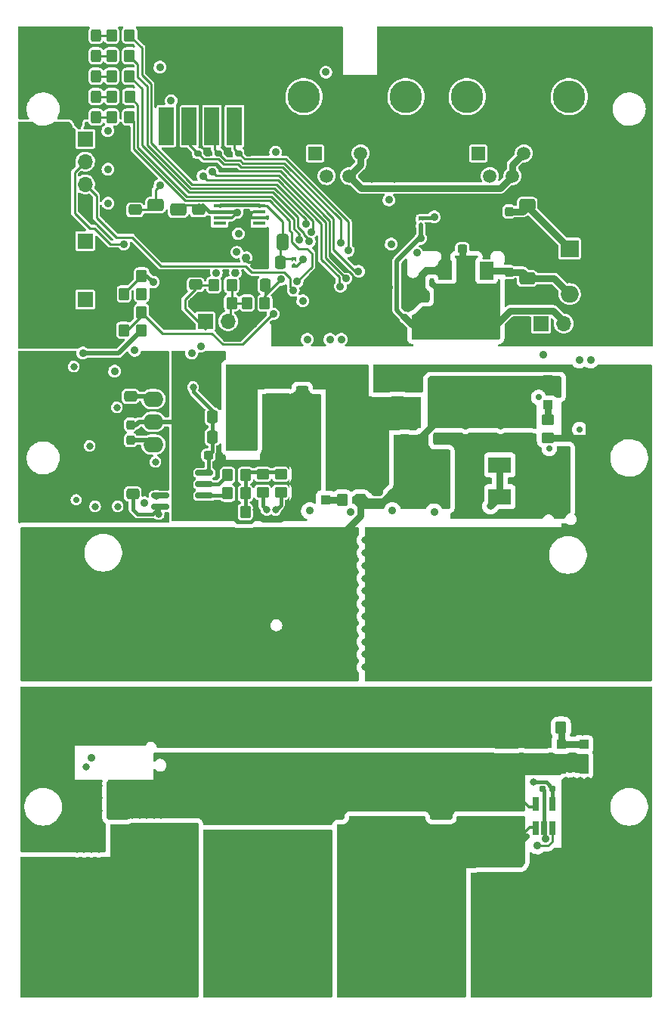
<source format=gbr>
%TF.GenerationSoftware,KiCad,Pcbnew,(6.0.9)*%
%TF.CreationDate,2022-11-24T15:29:19-03:00*%
%TF.ProjectId,main,6d61696e-2e6b-4696-9361-645f70636258,rev?*%
%TF.SameCoordinates,Original*%
%TF.FileFunction,Copper,L4,Bot*%
%TF.FilePolarity,Positive*%
%FSLAX46Y46*%
G04 Gerber Fmt 4.6, Leading zero omitted, Abs format (unit mm)*
G04 Created by KiCad (PCBNEW (6.0.9)) date 2022-11-24 15:29:19*
%MOMM*%
%LPD*%
G01*
G04 APERTURE LIST*
G04 Aperture macros list*
%AMRoundRect*
0 Rectangle with rounded corners*
0 $1 Rounding radius*
0 $2 $3 $4 $5 $6 $7 $8 $9 X,Y pos of 4 corners*
0 Add a 4 corners polygon primitive as box body*
4,1,4,$2,$3,$4,$5,$6,$7,$8,$9,$2,$3,0*
0 Add four circle primitives for the rounded corners*
1,1,$1+$1,$2,$3*
1,1,$1+$1,$4,$5*
1,1,$1+$1,$6,$7*
1,1,$1+$1,$8,$9*
0 Add four rect primitives between the rounded corners*
20,1,$1+$1,$2,$3,$4,$5,0*
20,1,$1+$1,$4,$5,$6,$7,0*
20,1,$1+$1,$6,$7,$8,$9,0*
20,1,$1+$1,$8,$9,$2,$3,0*%
%AMFreePoly0*
4,1,24,0.072828,0.253187,0.091931,0.247652,0.345931,0.044452,0.349258,0.038409,0.355301,0.035082,0.359977,0.018944,0.368082,0.004226,0.366162,-0.002400,0.368082,-0.009026,0.359977,-0.023744,0.355301,-0.039882,0.349258,-0.043209,0.345931,-0.049252,0.091931,-0.252452,0.072828,-0.257987,0.054449,-0.265600,-0.123351,-0.265600,-0.165777,-0.248026,-0.183351,-0.205600,-0.183351,0.200800,
-0.165777,0.243226,-0.123351,0.260800,0.054449,0.260800,0.072828,0.253187,0.072828,0.253187,$1*%
%AMFreePoly1*
4,1,40,0.141626,0.245626,0.159200,0.203200,0.159200,-0.203200,0.141626,-0.245626,0.099200,-0.263200,-0.256400,-0.263200,-0.259782,-0.261799,-0.263299,-0.262801,-0.280566,-0.253190,-0.298826,-0.245626,-0.300226,-0.242247,-0.303423,-0.240467,-0.308835,-0.221462,-0.316400,-0.203200,-0.314999,-0.199818,-0.316001,-0.196301,-0.306390,-0.179034,-0.298826,-0.160774,-0.295447,-0.159374,-0.293667,-0.156177,
-0.098668,-0.001638,-0.099200,0.000000,-0.098668,0.001638,-0.293667,0.156177,-0.295447,0.159374,-0.298826,0.160774,-0.306390,0.179034,-0.316001,0.196301,-0.314999,0.199818,-0.316400,0.203200,-0.308835,0.221462,-0.303423,0.240467,-0.300226,0.242247,-0.298826,0.245626,-0.280566,0.253190,-0.263299,0.262801,-0.259782,0.261799,-0.256400,0.263200,0.099200,0.263200,0.141626,0.245626,
0.141626,0.245626,$1*%
G04 Aperture macros list end*
%TA.AperFunction,ComponentPad*%
%ADD10R,2.250000X1.750000*%
%TD*%
%TA.AperFunction,ComponentPad*%
%ADD11O,2.250000X1.750000*%
%TD*%
%TA.AperFunction,ComponentPad*%
%ADD12R,13.000000X13.000000*%
%TD*%
%TA.AperFunction,ComponentPad*%
%ADD13R,1.700000X1.700000*%
%TD*%
%TA.AperFunction,ComponentPad*%
%ADD14O,1.700000X1.700000*%
%TD*%
%TA.AperFunction,SMDPad,CuDef*%
%ADD15RoundRect,0.250000X-0.350000X-0.450000X0.350000X-0.450000X0.350000X0.450000X-0.350000X0.450000X0*%
%TD*%
%TA.AperFunction,SMDPad,CuDef*%
%ADD16RoundRect,0.250000X0.350000X0.450000X-0.350000X0.450000X-0.350000X-0.450000X0.350000X-0.450000X0*%
%TD*%
%TA.AperFunction,SMDPad,CuDef*%
%ADD17RoundRect,0.250000X-0.337500X-0.475000X0.337500X-0.475000X0.337500X0.475000X-0.337500X0.475000X0*%
%TD*%
%TA.AperFunction,SMDPad,CuDef*%
%ADD18RoundRect,0.250000X-0.450000X0.350000X-0.450000X-0.350000X0.450000X-0.350000X0.450000X0.350000X0*%
%TD*%
%TA.AperFunction,SMDPad,CuDef*%
%ADD19C,0.300000*%
%TD*%
%TA.AperFunction,SMDPad,CuDef*%
%ADD20RoundRect,0.250000X-0.412500X-0.650000X0.412500X-0.650000X0.412500X0.650000X-0.412500X0.650000X0*%
%TD*%
%TA.AperFunction,SMDPad,CuDef*%
%ADD21RoundRect,0.250000X0.650000X-0.412500X0.650000X0.412500X-0.650000X0.412500X-0.650000X-0.412500X0*%
%TD*%
%TA.AperFunction,SMDPad,CuDef*%
%ADD22FreePoly0,90.000000*%
%TD*%
%TA.AperFunction,SMDPad,CuDef*%
%ADD23FreePoly1,90.000000*%
%TD*%
%TA.AperFunction,SMDPad,CuDef*%
%ADD24R,2.500000X1.800000*%
%TD*%
%TA.AperFunction,SMDPad,CuDef*%
%ADD25RoundRect,0.249999X1.425001X-0.450001X1.425001X0.450001X-1.425001X0.450001X-1.425001X-0.450001X0*%
%TD*%
%TA.AperFunction,SMDPad,CuDef*%
%ADD26RoundRect,0.250000X-0.650000X0.412500X-0.650000X-0.412500X0.650000X-0.412500X0.650000X0.412500X0*%
%TD*%
%TA.AperFunction,SMDPad,CuDef*%
%ADD27RoundRect,0.250000X-1.000000X1.950000X-1.000000X-1.950000X1.000000X-1.950000X1.000000X1.950000X0*%
%TD*%
%TA.AperFunction,SMDPad,CuDef*%
%ADD28RoundRect,0.237500X-0.300000X-0.237500X0.300000X-0.237500X0.300000X0.237500X-0.300000X0.237500X0*%
%TD*%
%TA.AperFunction,SMDPad,CuDef*%
%ADD29RoundRect,0.250000X-0.475000X0.337500X-0.475000X-0.337500X0.475000X-0.337500X0.475000X0.337500X0*%
%TD*%
%TA.AperFunction,SMDPad,CuDef*%
%ADD30RoundRect,0.250000X-0.325000X-0.450000X0.325000X-0.450000X0.325000X0.450000X-0.325000X0.450000X0*%
%TD*%
%TA.AperFunction,SMDPad,CuDef*%
%ADD31R,1.100000X1.100000*%
%TD*%
%TA.AperFunction,SMDPad,CuDef*%
%ADD32RoundRect,0.250000X1.100000X-0.325000X1.100000X0.325000X-1.100000X0.325000X-1.100000X-0.325000X0*%
%TD*%
%TA.AperFunction,SMDPad,CuDef*%
%ADD33RoundRect,0.160000X0.222500X0.160000X-0.222500X0.160000X-0.222500X-0.160000X0.222500X-0.160000X0*%
%TD*%
%TA.AperFunction,SMDPad,CuDef*%
%ADD34RoundRect,0.150000X-0.825000X-0.150000X0.825000X-0.150000X0.825000X0.150000X-0.825000X0.150000X0*%
%TD*%
%TA.AperFunction,SMDPad,CuDef*%
%ADD35RoundRect,0.250000X0.475000X-0.337500X0.475000X0.337500X-0.475000X0.337500X-0.475000X-0.337500X0*%
%TD*%
%TA.AperFunction,SMDPad,CuDef*%
%ADD36RoundRect,0.249999X-1.425001X0.450001X-1.425001X-0.450001X1.425001X-0.450001X1.425001X0.450001X0*%
%TD*%
%TA.AperFunction,SMDPad,CuDef*%
%ADD37RoundRect,0.249999X-0.450001X-1.425001X0.450001X-1.425001X0.450001X1.425001X-0.450001X1.425001X0*%
%TD*%
%TA.AperFunction,ComponentPad*%
%ADD38R,2.000000X1.905000*%
%TD*%
%TA.AperFunction,ComponentPad*%
%ADD39O,2.000000X1.905000*%
%TD*%
%TA.AperFunction,SMDPad,CuDef*%
%ADD40RoundRect,0.237500X-0.237500X0.300000X-0.237500X-0.300000X0.237500X-0.300000X0.237500X0.300000X0*%
%TD*%
%TA.AperFunction,WasherPad*%
%ADD41C,3.650000*%
%TD*%
%TA.AperFunction,ComponentPad*%
%ADD42R,1.500000X1.500000*%
%TD*%
%TA.AperFunction,ComponentPad*%
%ADD43C,1.500000*%
%TD*%
%TA.AperFunction,ComponentPad*%
%ADD44C,2.500000*%
%TD*%
%TA.AperFunction,SMDPad,CuDef*%
%ADD45RoundRect,0.237500X0.237500X-0.300000X0.237500X0.300000X-0.237500X0.300000X-0.237500X-0.300000X0*%
%TD*%
%TA.AperFunction,SMDPad,CuDef*%
%ADD46R,1.800000X2.500000*%
%TD*%
%TA.AperFunction,SMDPad,CuDef*%
%ADD47R,0.650000X1.560000*%
%TD*%
%TA.AperFunction,SMDPad,CuDef*%
%ADD48RoundRect,0.155000X0.212500X0.155000X-0.212500X0.155000X-0.212500X-0.155000X0.212500X-0.155000X0*%
%TD*%
%TA.AperFunction,SMDPad,CuDef*%
%ADD49R,1.700000X4.240000*%
%TD*%
%TA.AperFunction,SMDPad,CuDef*%
%ADD50RoundRect,0.250000X0.450000X-0.350000X0.450000X0.350000X-0.450000X0.350000X-0.450000X-0.350000X0*%
%TD*%
%TA.AperFunction,SMDPad,CuDef*%
%ADD51RoundRect,0.160000X-0.160000X0.222500X-0.160000X-0.222500X0.160000X-0.222500X0.160000X0.222500X0*%
%TD*%
%TA.AperFunction,SMDPad,CuDef*%
%ADD52R,1.450000X0.450000*%
%TD*%
%TA.AperFunction,SMDPad,CuDef*%
%ADD53R,1.500000X2.000000*%
%TD*%
%TA.AperFunction,SMDPad,CuDef*%
%ADD54R,3.800000X2.000000*%
%TD*%
%TA.AperFunction,SMDPad,CuDef*%
%ADD55RoundRect,0.250000X0.337500X0.475000X-0.337500X0.475000X-0.337500X-0.475000X0.337500X-0.475000X0*%
%TD*%
%TA.AperFunction,ViaPad*%
%ADD56C,0.900000*%
%TD*%
%TA.AperFunction,ViaPad*%
%ADD57C,0.800000*%
%TD*%
%TA.AperFunction,ViaPad*%
%ADD58C,0.700000*%
%TD*%
%TA.AperFunction,Conductor*%
%ADD59C,0.254000*%
%TD*%
%TA.AperFunction,Conductor*%
%ADD60C,0.762000*%
%TD*%
%TA.AperFunction,Conductor*%
%ADD61C,0.381000*%
%TD*%
%TA.AperFunction,Conductor*%
%ADD62C,0.508000*%
%TD*%
%TA.AperFunction,Conductor*%
%ADD63C,3.000000*%
%TD*%
%TA.AperFunction,Conductor*%
%ADD64C,0.250000*%
%TD*%
%TA.AperFunction,Conductor*%
%ADD65C,6.000000*%
%TD*%
G04 APERTURE END LIST*
%TO.C,NT201*%
G36*
X39463600Y-109368400D02*
G01*
X38819200Y-109368400D01*
X38819200Y-109071600D01*
X39463600Y-109071600D01*
X39463600Y-109368400D01*
G37*
%TO.C,NT104*%
G36*
X70959600Y-172614400D02*
G01*
X70315200Y-172614400D01*
X70315200Y-172317600D01*
X70959600Y-172317600D01*
X70959600Y-172614400D01*
G37*
%TO.C,NT202*%
G36*
X39412800Y-103780400D02*
G01*
X38768400Y-103780400D01*
X38768400Y-103483600D01*
X39412800Y-103483600D01*
X39412800Y-103780400D01*
G37*
%TO.C,NT203*%
G36*
X36923600Y-104415400D02*
G01*
X36279200Y-104415400D01*
X36279200Y-104118600D01*
X36923600Y-104118600D01*
X36923600Y-104415400D01*
G37*
%TO.C,NT103*%
G36*
X70959600Y-170328400D02*
G01*
X70315200Y-170328400D01*
X70315200Y-170031600D01*
X70959600Y-170031600D01*
X70959600Y-170328400D01*
G37*
%TD*%
D10*
%TO.P,PS501,1,-Vin*%
%TO.N,GND*%
X28215500Y-121997500D03*
D11*
%TO.P,PS501,2,+Vin*%
%TO.N,/5V_Driver*%
X28215500Y-124537500D03*
%TO.P,PS501,3,-Vout*%
%TO.N,/Cuk/S*%
X28215500Y-127077500D03*
%TO.P,PS501,4,+Vout*%
%TO.N,Net-(C501-Pad2)*%
X28215500Y-129617500D03*
%TD*%
D12*
%TO.P,H104,1,1*%
%TO.N,/B+*%
X71120000Y-183968200D03*
%TD*%
D13*
%TO.P,J304,1,Pin_1*%
%TO.N,/Analog/V_temp_mos*%
X20574000Y-113408000D03*
D14*
%TO.P,J304,2,Pin_2*%
%TO.N,GNDA*%
X20574000Y-115948000D03*
%TD*%
D12*
%TO.P,H102,1,1*%
%TO.N,/P+Unfused*%
X26162000Y-183540400D03*
%TD*%
%TO.P,H101,1,1*%
%TO.N,/P-*%
X41122067Y-184095200D03*
%TD*%
D13*
%TO.P,J302,1,Pin_1*%
%TO.N,/3V3_Analog*%
X34051000Y-115824000D03*
D14*
%TO.P,J302,2,Pin_2*%
%TO.N,Net-(J302-Pad2)*%
X36591000Y-115824000D03*
%TO.P,J302,3,Pin_3*%
%TO.N,GNDA*%
X39131000Y-115824000D03*
%TD*%
D12*
%TO.P,H103,1,1*%
%TO.N,/B-*%
X56060733Y-183978900D03*
%TD*%
D13*
%TO.P,J601,1,Pin_1*%
%TO.N,+5V*%
X71643000Y-116078000D03*
D14*
%TO.P,J601,2,Pin_2*%
%TO.N,+3V3*%
X74183000Y-116078000D03*
%TO.P,J601,3,Pin_3*%
%TO.N,GND*%
X76723000Y-116078000D03*
%TD*%
D13*
%TO.P,J303,1,Pin_1*%
%TO.N,/Analog/V_temp_diode*%
X20574000Y-106834540D03*
D14*
%TO.P,J303,2,Pin_2*%
%TO.N,GNDA*%
X20574000Y-109374540D03*
%TD*%
D13*
%TO.P,J301,1,Pin_1*%
%TO.N,/3V3_Analog*%
X20574000Y-95414540D03*
D14*
%TO.P,J301,2,Pin_2*%
%TO.N,/Analog/V_bat_unfiltered+*%
X20574000Y-97954540D03*
%TO.P,J301,3,Pin_3*%
%TO.N,/Analog/Vbat_comp_in_EXT*%
X20574000Y-100494540D03*
%TO.P,J301,4,Pin_4*%
%TO.N,GNDA*%
X20574000Y-103034540D03*
%TD*%
D15*
%TO.P,R502,1*%
%TO.N,Net-(R502-Pad1)*%
X36537200Y-135091200D03*
%TO.P,R502,2*%
%TO.N,/Cuk/driver/OUT_G*%
X38537200Y-135091200D03*
%TD*%
D16*
%TO.P,R204,1*%
%TO.N,/STM32/CAN_BUSY*%
X25572250Y-90678000D03*
%TO.P,R204,2*%
%TO.N,Net-(D201-Pad2)*%
X23572250Y-90678000D03*
%TD*%
D15*
%TO.P,R323,1*%
%TO.N,GNDA*%
X24892000Y-114808000D03*
%TO.P,R323,2*%
%TO.N,/Analog/Vbat_comp_EXT*%
X26892000Y-114808000D03*
%TD*%
D17*
%TO.P,C504,1*%
%TO.N,/Cuk/S*%
X32744500Y-126492000D03*
%TO.P,C504,2*%
%TO.N,/Cuk/driver/+15V_isolated*%
X34819500Y-126492000D03*
%TD*%
D18*
%TO.P,R406,1*%
%TO.N,/Cuk/driver/OUT_G*%
X42490200Y-132959200D03*
%TO.P,R406,2*%
%TO.N,/Cuk/G1*%
X42490200Y-134959200D03*
%TD*%
D15*
%TO.P,R322,1*%
%TO.N,/Analog/Vbat_comp_EXT*%
X24892000Y-116840000D03*
%TO.P,R322,2*%
%TO.N,/3V3_Analog*%
X26892000Y-116840000D03*
%TD*%
D17*
%TO.P,C202,1*%
%TO.N,GNDA*%
X40364500Y-109220000D03*
%TO.P,C202,2*%
%TO.N,/5V_STM*%
X42439500Y-109220000D03*
%TD*%
D19*
%TO.P,NT201,1,1*%
%TO.N,GNDA*%
X39471600Y-109220000D03*
%TO.P,NT201,2,2*%
%TO.N,GND*%
X38811200Y-109220000D03*
%TD*%
D20*
%TO.P,C408,1*%
%TO.N,Net-(C406-Pad1)*%
X73824700Y-136906000D03*
%TO.P,C408,2*%
%TO.N,/Cuk/C*%
X76949700Y-136906000D03*
%TD*%
D21*
%TO.P,C601,1*%
%TO.N,GND*%
X70104000Y-105956500D03*
%TO.P,C601,2*%
%TO.N,/Supplies/+18V*%
X70104000Y-102831500D03*
%TD*%
D15*
%TO.P,R303,1*%
%TO.N,/3V3_Analog*%
X34986929Y-111760000D03*
%TO.P,R303,2*%
%TO.N,Net-(J302-Pad2)*%
X36986929Y-111760000D03*
%TD*%
D22*
%TO.P,JP103,1,A*%
%TO.N,+5V*%
X43938050Y-109688100D03*
D23*
%TO.P,JP103,2,B*%
%TO.N,/5V_STM*%
X43935650Y-108849900D03*
%TD*%
D24*
%TO.P,D410,1,K*%
%TO.N,Net-(C406-Pad1)*%
X71037200Y-135472200D03*
%TO.P,D410,2,A*%
%TO.N,/Cuk/S*%
X67037200Y-135472200D03*
%TD*%
D15*
%TO.P,R401,1*%
%TO.N,/Cuk/S*%
X36537200Y-137160000D03*
%TO.P,R401,2*%
%TO.N,/Cuk/driver/OUT_G*%
X38537200Y-137160000D03*
%TD*%
D25*
%TO.P,R102,1*%
%TO.N,/B-*%
X68072000Y-174244000D03*
%TO.P,R102,2*%
%TO.N,/Cuk/A*%
X68072000Y-168144000D03*
%TD*%
D21*
%TO.P,C204,1*%
%TO.N,GNDA*%
X30988000Y-106464500D03*
%TO.P,C204,2*%
%TO.N,/STM32/3V_Ref*%
X30988000Y-103339500D03*
%TD*%
D26*
%TO.P,C606,1*%
%TO.N,GND*%
X58267599Y-113016900D03*
%TO.P,C606,2*%
%TO.N,+3V3*%
X58267599Y-116141900D03*
%TD*%
D27*
%TO.P,Co406,1*%
%TO.N,/B+*%
X60452000Y-161018000D03*
%TO.P,Co406,2*%
%TO.N,/Cuk/A*%
X60452000Y-169418000D03*
%TD*%
D20*
%TO.P,C407,1*%
%TO.N,Net-(C406-Pad1)*%
X73824700Y-134366000D03*
%TO.P,C407,2*%
%TO.N,/Cuk/C*%
X76949700Y-134366000D03*
%TD*%
D16*
%TO.P,R205,1*%
%TO.N,/STM32/STATUS_LED*%
X25556250Y-88392000D03*
%TO.P,R205,2*%
%TO.N,Net-(D202-Pad2)*%
X23556250Y-88392000D03*
%TD*%
%TO.P,R305,1*%
%TO.N,/Analog/V_Rad*%
X40705072Y-113792000D03*
%TO.P,R305,2*%
%TO.N,Net-(J302-Pad2)*%
X38705072Y-113792000D03*
%TD*%
D24*
%TO.P,D408,1,K*%
%TO.N,/Cuk/A*%
X59417200Y-131826000D03*
%TO.P,D408,2,A*%
%TO.N,Net-(C406-Pad1)*%
X63417200Y-131826000D03*
%TD*%
D28*
%TO.P,C605,1*%
%TO.N,GND*%
X61113498Y-107695999D03*
%TO.P,C605,2*%
%TO.N,+3V3*%
X62838498Y-107695999D03*
%TD*%
D29*
%TO.P,C301,1*%
%TO.N,/3V3_Analog*%
X32938929Y-111738500D03*
%TO.P,C301,2*%
%TO.N,GNDA*%
X32938929Y-113813500D03*
%TD*%
D19*
%TO.P,NT104,1,1*%
%TO.N,/IBat+*%
X70967600Y-172466000D03*
%TO.P,NT104,2,2*%
%TO.N,/B-*%
X70307200Y-172466000D03*
%TD*%
D30*
%TO.P,D205,1,K*%
%TO.N,GND*%
X19721250Y-92964000D03*
%TO.P,D205,2,A*%
%TO.N,Net-(D205-Pad2)*%
X21771250Y-92964000D03*
%TD*%
D31*
%TO.P,D414,1,A1*%
%TO.N,Net-(D413-Pad1)*%
X76454000Y-163192000D03*
%TO.P,D414,2,A2*%
%TO.N,/Cuk/A*%
X76454000Y-165992000D03*
%TD*%
D20*
%TO.P,C201,1*%
%TO.N,GNDA*%
X39585500Y-106934000D03*
%TO.P,C201,2*%
%TO.N,/5V_STM*%
X42710500Y-106934000D03*
%TD*%
D32*
%TO.P,Co401,1*%
%TO.N,/Cuk/A*%
X67818000Y-166067000D03*
%TO.P,Co401,2*%
%TO.N,/B+*%
X67818000Y-163117000D03*
%TD*%
D33*
%TO.P,D105,1,A1*%
%TO.N,GND*%
X38926500Y-97028000D03*
%TO.P,D105,2,A2*%
%TO.N,/SWCLK*%
X37781500Y-97028000D03*
%TD*%
D24*
%TO.P,D411,1,K*%
%TO.N,Net-(C406-Pad1)*%
X71037200Y-131916200D03*
%TO.P,D411,2,A*%
%TO.N,/Cuk/S*%
X67037200Y-131916200D03*
%TD*%
D17*
%TO.P,C505,1*%
%TO.N,/Cuk/S*%
X32744500Y-128778000D03*
%TO.P,C505,2*%
%TO.N,/Cuk/driver/+15V_isolated*%
X34819500Y-128778000D03*
%TD*%
D34*
%TO.P,U501,1,VDD1*%
%TO.N,Net-(C503-Pad1)*%
X28970200Y-136615200D03*
%TO.P,U501,2,IN+*%
%TO.N,/Cuk/PWM_IN*%
X28970200Y-135345200D03*
%TO.P,U501,3,IN-*%
%TO.N,GND*%
X28970200Y-134075200D03*
%TO.P,U501,4,GND1*%
X28970200Y-132805200D03*
%TO.P,U501,5,VDD2*%
%TO.N,/Cuk/driver/+15V_isolated*%
X33920200Y-132805200D03*
%TO.P,U501,6,OUT_SRC*%
%TO.N,Net-(R501-Pad1)*%
X33920200Y-134075200D03*
%TO.P,U501,7,OUT_SNK*%
%TO.N,Net-(R502-Pad1)*%
X33920200Y-135345200D03*
%TO.P,U501,8,GND2*%
%TO.N,/Cuk/S*%
X33920200Y-136615200D03*
%TD*%
D16*
%TO.P,R207,1*%
%TO.N,/STM32/LED_0*%
X25556250Y-83820000D03*
%TO.P,R207,2*%
%TO.N,Net-(D204-Pad2)*%
X23556250Y-83820000D03*
%TD*%
D35*
%TO.P,C503,1*%
%TO.N,Net-(C503-Pad1)*%
X25908000Y-135149500D03*
%TO.P,C503,2*%
%TO.N,GND*%
X25908000Y-133074500D03*
%TD*%
D16*
%TO.P,R208,1*%
%TO.N,/STM32/Bat_OverV_Out*%
X25556250Y-92964000D03*
%TO.P,R208,2*%
%TO.N,Net-(D205-Pad2)*%
X23556250Y-92964000D03*
%TD*%
D19*
%TO.P,NT202,1,1*%
%TO.N,GNDA*%
X38760400Y-103632000D03*
%TO.P,NT202,2,2*%
%TO.N,Net-(NT202-Pad2)*%
X39420800Y-103632000D03*
%TD*%
D36*
%TO.P,R410,1*%
%TO.N,/Cuk/A*%
X61214000Y-122871800D03*
%TO.P,R410,2*%
%TO.N,Net-(C406-Pad1)*%
X61214000Y-128971800D03*
%TD*%
D31*
%TO.P,D413,1,A1*%
%TO.N,Net-(D413-Pad1)*%
X73914000Y-163192000D03*
%TO.P,D413,2,A2*%
%TO.N,/Cuk/A*%
X73914000Y-165992000D03*
%TD*%
D30*
%TO.P,D203,1,K*%
%TO.N,GND*%
X19721250Y-86106000D03*
%TO.P,D203,2,A*%
%TO.N,Net-(D203-Pad2)*%
X21771250Y-86106000D03*
%TD*%
D37*
%TO.P,R402,1*%
%TO.N,/Cuk/S*%
X44901200Y-132678200D03*
%TO.P,R402,2*%
%TO.N,Net-(C402-Pad1)*%
X51001200Y-132678200D03*
%TD*%
D26*
%TO.P,C603,1*%
%TO.N,GND*%
X70104000Y-107911500D03*
%TO.P,C603,2*%
%TO.N,+5V*%
X70104000Y-111036500D03*
%TD*%
D38*
%TO.P,U601,1,IN*%
%TO.N,/Supplies/+18V*%
X74859000Y-107696000D03*
D39*
%TO.P,U601,2,GND*%
%TO.N,GND*%
X74859000Y-110236000D03*
%TO.P,U601,3,OUT*%
%TO.N,+5V*%
X74859000Y-112776000D03*
%TD*%
D24*
%TO.P,D402,1,K*%
%TO.N,/Cuk/S*%
X42113200Y-124804200D03*
%TO.P,D402,2,A*%
%TO.N,Net-(C402-Pad1)*%
X38113200Y-124804200D03*
%TD*%
D40*
%TO.P,C604,1*%
%TO.N,GND*%
X68072000Y-108611500D03*
%TO.P,C604,2*%
%TO.N,+5V*%
X68072000Y-110336500D03*
%TD*%
D18*
%TO.P,R405,1*%
%TO.N,/Cuk/driver/OUT_G*%
X40458200Y-132959200D03*
%TO.P,R405,2*%
%TO.N,/Cuk/G0*%
X40458200Y-134959200D03*
%TD*%
D19*
%TO.P,NT203,1,1*%
%TO.N,/STM32/3V_Ref*%
X36931600Y-104267000D03*
%TO.P,NT203,2,2*%
%TO.N,Net-(NT203-Pad2)*%
X36271200Y-104267000D03*
%TD*%
D35*
%TO.P,C502,1*%
%TO.N,/5V_Driver*%
X25654000Y-124227500D03*
%TO.P,C502,2*%
%TO.N,GND*%
X25654000Y-122152500D03*
%TD*%
D15*
%TO.P,R325,1*%
%TO.N,GNDA*%
X24908000Y-110744000D03*
%TO.P,R325,2*%
%TO.N,/Analog/Vbat_comp*%
X26908000Y-110744000D03*
%TD*%
D41*
%TO.P,J801,*%
%TO.N,*%
X45085000Y-90682000D03*
X56515000Y-90682000D03*
D42*
%TO.P,J801,1*%
%TO.N,/can_connector/CAN_H*%
X46355000Y-97032000D03*
D43*
%TO.P,J801,2*%
%TO.N,/can_connector/CAN_L*%
X47625000Y-99572000D03*
%TO.P,J801,3*%
%TO.N,GND*%
X48895000Y-97032000D03*
%TO.P,J801,4*%
%TO.N,/can_connector/CAN_18V*%
X50165000Y-99572000D03*
%TO.P,J801,5*%
X51435000Y-97032000D03*
%TO.P,J801,6*%
%TO.N,GND*%
X52705000Y-99572000D03*
%TO.P,J801,7*%
X53975000Y-97032000D03*
%TO.P,J801,8*%
X55245000Y-99572000D03*
D44*
%TO.P,J801,SH*%
X43050000Y-93732000D03*
X58550000Y-93732000D03*
%TD*%
D16*
%TO.P,R206,1*%
%TO.N,/STM32/LED_1*%
X25556250Y-86106000D03*
%TO.P,R206,2*%
%TO.N,Net-(D203-Pad2)*%
X23556250Y-86106000D03*
%TD*%
D41*
%TO.P,J802,*%
%TO.N,*%
X74803000Y-90682000D03*
X63373000Y-90682000D03*
D42*
%TO.P,J802,1*%
%TO.N,/can_connector/CAN_H*%
X64643000Y-97032000D03*
D43*
%TO.P,J802,2*%
%TO.N,/can_connector/CAN_L*%
X65913000Y-99572000D03*
%TO.P,J802,3*%
%TO.N,GND*%
X67183000Y-97032000D03*
%TO.P,J802,4*%
%TO.N,/can_connector/CAN_18V*%
X68453000Y-99572000D03*
%TO.P,J802,5*%
X69723000Y-97032000D03*
%TO.P,J802,6*%
%TO.N,GND*%
X70993000Y-99572000D03*
%TO.P,J802,7*%
X72263000Y-97032000D03*
%TO.P,J802,8*%
X73533000Y-99572000D03*
D44*
%TO.P,J802,SH*%
X76838000Y-93732000D03*
X61338000Y-93732000D03*
%TD*%
D15*
%TO.P,R408,1*%
%TO.N,/B+*%
X71898000Y-161290000D03*
%TO.P,R408,2*%
%TO.N,Net-(D413-Pad1)*%
X73898000Y-161290000D03*
%TD*%
D28*
%TO.P,C506,1*%
%TO.N,/Cuk/S*%
X32665500Y-130810000D03*
%TO.P,C506,2*%
%TO.N,/Cuk/driver/+15V_isolated*%
X34390500Y-130810000D03*
%TD*%
D27*
%TO.P,Co403,1*%
%TO.N,/B+*%
X24257000Y-161018000D03*
%TO.P,Co403,2*%
%TO.N,/Cuk/A*%
X24257000Y-169418000D03*
%TD*%
D45*
%TO.P,C602,1*%
%TO.N,GND*%
X68072000Y-105256500D03*
%TO.P,C602,2*%
%TO.N,/Supplies/+18V*%
X68072000Y-103531500D03*
%TD*%
D30*
%TO.P,D201,1,K*%
%TO.N,GND*%
X19721250Y-90678000D03*
%TO.P,D201,2,A*%
%TO.N,Net-(D201-Pad2)*%
X21771250Y-90678000D03*
%TD*%
D20*
%TO.P,C404,1*%
%TO.N,Net-(C402-Pad1)*%
X53250700Y-134456200D03*
%TO.P,C404,2*%
%TO.N,/Cuk/A*%
X56375700Y-134456200D03*
%TD*%
D31*
%TO.P,D405,1,A1*%
%TO.N,Net-(D405-Pad1)*%
X47504200Y-135853200D03*
%TO.P,D405,2,A2*%
%TO.N,/Cuk/S*%
X44704200Y-135853200D03*
%TD*%
D46*
%TO.P,D404,1,K*%
%TO.N,/Cuk/C*%
X57349200Y-122518200D03*
%TO.P,D404,2,A*%
%TO.N,Net-(C402-Pad1)*%
X57349200Y-126518200D03*
%TD*%
D47*
%TO.P,U304,1*%
%TO.N,Net-(R321-Pad1)*%
X72959000Y-172544000D03*
%TO.P,U304,2,GND*%
%TO.N,GNDA*%
X72009000Y-172544000D03*
%TO.P,U304,3,+*%
%TO.N,/IBat+*%
X71059000Y-172544000D03*
%TO.P,U304,4,-*%
%TO.N,/IBat-*%
X71059000Y-169844000D03*
%TO.P,U304,5,V+*%
%TO.N,/Analog/3V3_Ibat*%
X72959000Y-169844000D03*
%TD*%
D48*
%TO.P,C306,1*%
%TO.N,/Analog/3V3_Ibat*%
X72957500Y-168148000D03*
%TO.P,C306,2*%
%TO.N,GNDA*%
X71822500Y-168148000D03*
%TD*%
D49*
%TO.P,J101,1,Pin_1*%
%TO.N,Net-(D101-Pad2)*%
X29698000Y-93965700D03*
%TO.P,J101,2,Pin_2*%
%TO.N,/SWDIO*%
X32238000Y-93965700D03*
%TO.P,J101,3,Pin_3*%
%TO.N,/SWO*%
X34778000Y-93965700D03*
%TO.P,J101,4,Pin_4*%
%TO.N,/SWCLK*%
X37318000Y-93965700D03*
%TO.P,J101,5,Pin_5*%
%TO.N,GND*%
X39858000Y-93965700D03*
%TD*%
D37*
%TO.P,R403,1*%
%TO.N,/Cuk/S*%
X44901200Y-128696100D03*
%TO.P,R403,2*%
%TO.N,Net-(C402-Pad1)*%
X51001200Y-128696100D03*
%TD*%
D19*
%TO.P,NT103,1,1*%
%TO.N,/IBat-*%
X70967600Y-170180000D03*
%TO.P,NT103,2,2*%
%TO.N,/Cuk/A*%
X70307200Y-170180000D03*
%TD*%
D37*
%TO.P,R404,1*%
%TO.N,/Cuk/S*%
X44901200Y-124714000D03*
%TO.P,R404,2*%
%TO.N,Net-(C402-Pad1)*%
X51001200Y-124714000D03*
%TD*%
D31*
%TO.P,D412,1,A1*%
%TO.N,Net-(D412-Pad1)*%
X72390000Y-125188200D03*
%TO.P,D412,2,A2*%
%TO.N,/Cuk/A*%
X72390000Y-122388200D03*
%TD*%
D27*
%TO.P,Co405,1*%
%TO.N,/B+*%
X36322000Y-161018000D03*
%TO.P,Co405,2*%
%TO.N,/Cuk/A*%
X36322000Y-169418000D03*
%TD*%
D46*
%TO.P,D403,1,K*%
%TO.N,/Cuk/C*%
X53793200Y-122518200D03*
%TO.P,D403,2,A*%
%TO.N,Net-(C402-Pad1)*%
X53793200Y-126518200D03*
%TD*%
D15*
%TO.P,R324,1*%
%TO.N,/Analog/Vbat_comp*%
X24908000Y-112776000D03*
%TO.P,R324,2*%
%TO.N,/3V3_Analog*%
X26908000Y-112776000D03*
%TD*%
D16*
%TO.P,R304,1*%
%TO.N,Net-(J302-Pad2)*%
X36986929Y-113792000D03*
%TO.P,R304,2*%
%TO.N,GNDA*%
X34986929Y-113792000D03*
%TD*%
D40*
%TO.P,C501,1*%
%TO.N,/Cuk/S*%
X25654000Y-127407500D03*
%TO.P,C501,2*%
%TO.N,Net-(C501-Pad2)*%
X25654000Y-129132500D03*
%TD*%
D27*
%TO.P,Co404,1*%
%TO.N,/B+*%
X48387000Y-161018000D03*
%TO.P,Co404,2*%
%TO.N,/Cuk/A*%
X48387000Y-169418000D03*
%TD*%
D50*
%TO.P,R412,1*%
%TO.N,/Cuk/C*%
X72390000Y-128852200D03*
%TO.P,R412,2*%
%TO.N,Net-(D412-Pad1)*%
X72390000Y-126852200D03*
%TD*%
D51*
%TO.P,D601,1,A1*%
%TO.N,GND*%
X56388000Y-114235500D03*
%TO.P,D601,2,A2*%
%TO.N,+3V3*%
X56388000Y-115380500D03*
%TD*%
D16*
%TO.P,R407,1*%
%TO.N,/Cuk/A*%
X51422200Y-135853200D03*
%TO.P,R407,2*%
%TO.N,Net-(D405-Pad1)*%
X49422200Y-135853200D03*
%TD*%
D35*
%TO.P,C203,1*%
%TO.N,GNDA*%
X33274000Y-105431500D03*
%TO.P,C203,2*%
%TO.N,/STM32/3V_Ref*%
X33274000Y-103356500D03*
%TD*%
D52*
%TO.P,U201,1,ENABLE*%
%TO.N,/5V_STM*%
X40046000Y-102911000D03*
%TO.P,U201,2,GNDS*%
%TO.N,Net-(NT202-Pad2)*%
X40046000Y-103561000D03*
%TO.P,U201,3,GNDF*%
%TO.N,GNDA*%
X40046000Y-104211000D03*
%TO.P,U201,4,NIC*%
%TO.N,unconnected-(U201-Pad4)*%
X40046000Y-104861000D03*
%TO.P,U201,5,NIC*%
%TO.N,unconnected-(U201-Pad5)*%
X35646000Y-104861000D03*
%TO.P,U201,6,OUT_S*%
%TO.N,Net-(NT203-Pad2)*%
X35646000Y-104211000D03*
%TO.P,U201,7,OUT_F*%
%TO.N,/STM32/3V_Ref*%
X35646000Y-103561000D03*
%TO.P,U201,8,VIN*%
%TO.N,/5V_STM*%
X35646000Y-102911000D03*
%TD*%
D33*
%TO.P,D103,1,A1*%
%TO.N,GND*%
X34354500Y-97028000D03*
%TO.P,D103,2,A2*%
%TO.N,/SWDIO*%
X33209500Y-97028000D03*
%TD*%
%TO.P,D104,1,A1*%
%TO.N,GND*%
X36640500Y-97028000D03*
%TO.P,D104,2,A2*%
%TO.N,/SWO*%
X35495500Y-97028000D03*
%TD*%
D24*
%TO.P,D401,1,K*%
%TO.N,/Cuk/S*%
X42113200Y-128614200D03*
%TO.P,D401,2,A*%
%TO.N,Net-(C402-Pad1)*%
X38113200Y-128614200D03*
%TD*%
D53*
%TO.P,U602,1,GND*%
%TO.N,GND*%
X60946000Y-110134000D03*
%TO.P,U602,2,VO*%
%TO.N,+3V3*%
X63246000Y-110134000D03*
D54*
X63246000Y-116434000D03*
D53*
%TO.P,U602,3,VI*%
%TO.N,+5V*%
X65546000Y-110134000D03*
%TD*%
D29*
%TO.P,C314,1*%
%TO.N,/3V3_Analog*%
X26162000Y-103356500D03*
%TO.P,C314,2*%
%TO.N,GNDA*%
X26162000Y-105431500D03*
%TD*%
D20*
%TO.P,C403,1*%
%TO.N,Net-(C402-Pad1)*%
X53250700Y-131916200D03*
%TO.P,C403,2*%
%TO.N,/Cuk/A*%
X56375700Y-131916200D03*
%TD*%
D36*
%TO.P,R409,1*%
%TO.N,/Cuk/A*%
X65151000Y-122871800D03*
%TO.P,R409,2*%
%TO.N,Net-(C406-Pad1)*%
X65151000Y-128971800D03*
%TD*%
%TO.P,R411,1*%
%TO.N,/Cuk/A*%
X69088000Y-122871800D03*
%TO.P,R411,2*%
%TO.N,Net-(C406-Pad1)*%
X69088000Y-128971800D03*
%TD*%
D30*
%TO.P,D204,1,K*%
%TO.N,GND*%
X19721250Y-83820000D03*
%TO.P,D204,2,A*%
%TO.N,Net-(D204-Pad2)*%
X21771250Y-83820000D03*
%TD*%
D55*
%TO.P,C304,1*%
%TO.N,/Analog/V_Rad*%
X40758573Y-111760002D03*
%TO.P,C304,2*%
%TO.N,GNDA*%
X38683573Y-111760002D03*
%TD*%
D20*
%TO.P,C402,1*%
%TO.N,Net-(C402-Pad1)*%
X53250700Y-129376200D03*
%TO.P,C402,2*%
%TO.N,/Cuk/A*%
X56375700Y-129376200D03*
%TD*%
D22*
%TO.P,JP102,1,A*%
%TO.N,+3V3*%
X58162050Y-105116100D03*
D23*
%TO.P,JP102,2,B*%
%TO.N,/3V3_Analog*%
X58159650Y-104277900D03*
%TD*%
D26*
%TO.P,C313,1*%
%TO.N,/3V3_Analog*%
X28448000Y-102831500D03*
%TO.P,C313,2*%
%TO.N,GNDA*%
X28448000Y-105956500D03*
%TD*%
D15*
%TO.P,R501,1*%
%TO.N,Net-(R501-Pad1)*%
X36537200Y-133059200D03*
%TO.P,R501,2*%
%TO.N,/Cuk/driver/OUT_G*%
X38537200Y-133059200D03*
%TD*%
D20*
%TO.P,C406,1*%
%TO.N,Net-(C406-Pad1)*%
X73824700Y-131826000D03*
%TO.P,C406,2*%
%TO.N,/Cuk/C*%
X76949700Y-131826000D03*
%TD*%
D24*
%TO.P,D409,1,K*%
%TO.N,/Cuk/A*%
X59417200Y-135382000D03*
%TO.P,D409,2,A*%
%TO.N,Net-(C406-Pad1)*%
X63417200Y-135382000D03*
%TD*%
D30*
%TO.P,D202,1,K*%
%TO.N,GND*%
X19721250Y-88392000D03*
%TO.P,D202,2,A*%
%TO.N,Net-(D202-Pad2)*%
X21771250Y-88392000D03*
%TD*%
D32*
%TO.P,Co402,1*%
%TO.N,/Cuk/A*%
X71120000Y-166067000D03*
%TO.P,Co402,2*%
%TO.N,/B+*%
X71120000Y-163117000D03*
%TD*%
D56*
%TO.N,GND*%
X54610000Y-116332000D03*
X38608000Y-108712000D03*
X41910000Y-116078000D03*
X56417500Y-110998000D03*
X19812000Y-86106000D03*
X19812000Y-93726000D03*
X50167502Y-102194991D03*
X37401832Y-110412844D03*
X27607647Y-134510051D03*
X43180000Y-96266000D03*
X32512000Y-119409000D03*
X54610000Y-112014000D03*
X34798000Y-91186000D03*
X19812000Y-88392000D03*
X19812000Y-83820000D03*
X19721250Y-90194498D03*
%TO.N,/STM32/3V_Ref*%
X37592000Y-103665500D03*
%TO.N,/STM32/3V3_MCU*%
X35284500Y-110410500D03*
X37750148Y-106036584D03*
X54864000Y-107188000D03*
X54610000Y-102255500D03*
X41910000Y-96898500D03*
X44958000Y-113538000D03*
X28956000Y-87376000D03*
%TO.N,/3V3_Analog*%
X59690000Y-104140000D03*
X26924000Y-112776000D03*
X47547163Y-87937925D03*
X26908000Y-116840000D03*
X20320000Y-119380000D03*
X71882000Y-119546500D03*
X28956000Y-100584000D03*
%TO.N,/Analog/V_temp_mos*%
X45720000Y-137034989D03*
X45466000Y-117856000D03*
%TO.N,/Analog/V_Rad*%
X42545000Y-111125000D03*
D57*
%TO.N,/Analog/3V3_IPanel*%
X19304000Y-120904000D03*
%TO.N,/Analog/3V3_Ibat*%
X70825734Y-167386000D03*
D58*
X71378760Y-124339522D03*
D57*
%TO.N,/Cuk/C*%
X59639199Y-152425400D03*
X55981600Y-144602200D03*
X66954401Y-141046200D03*
X63703200Y-142468600D03*
X66954401Y-139623800D03*
X52730399Y-146024600D03*
X65328800Y-151003000D03*
X55575199Y-152425400D03*
X58419999Y-147447000D03*
X53136800Y-141046200D03*
X55168799Y-147447000D03*
X61671200Y-141757400D03*
X56388000Y-141046200D03*
X60451999Y-146735800D03*
X61671199Y-146024600D03*
X67767199Y-153847800D03*
X55575199Y-155270200D03*
X59232799Y-146024600D03*
X64922399Y-153136601D03*
X53949599Y-145313400D03*
X53136799Y-152425400D03*
X58013599Y-148158200D03*
X53136799Y-153847800D03*
X54762400Y-142468600D03*
X51917601Y-144602200D03*
X63296800Y-140335000D03*
X53949599Y-149580600D03*
X54355999Y-151714200D03*
X55575199Y-145313400D03*
X58826399Y-152425400D03*
X62890399Y-153847800D03*
X64922399Y-154559000D03*
X54762399Y-152425400D03*
X51917600Y-147447000D03*
X67360800Y-146024600D03*
X63296800Y-143179800D03*
X60451999Y-152425400D03*
X60045599Y-148869400D03*
X66548001Y-143179800D03*
X61671200Y-140335000D03*
X64515999Y-152425400D03*
X56387998Y-151003000D03*
X66141601Y-153847800D03*
X64109599Y-148869400D03*
X62484000Y-140335000D03*
X52730400Y-144602200D03*
X56794399Y-150291800D03*
X54356000Y-144602200D03*
X55575200Y-141046200D03*
X66141600Y-149580600D03*
X64922399Y-151714200D03*
X62483999Y-153136600D03*
X60045599Y-154559000D03*
X59639199Y-151003000D03*
X68173601Y-141757400D03*
X51917600Y-154559000D03*
X66141600Y-152425400D03*
X59639198Y-153847800D03*
X52324000Y-142468600D03*
X65328800Y-145313400D03*
X52323999Y-146735800D03*
X62890399Y-148158200D03*
X55981599Y-151714200D03*
X55575200Y-142468600D03*
X61671199Y-148869400D03*
X59232800Y-140335000D03*
X58013599Y-152425400D03*
X57607199Y-148869400D03*
X55168800Y-143179800D03*
X68173600Y-148869400D03*
X58419999Y-151714200D03*
X55981600Y-140335000D03*
X57200800Y-141046200D03*
X53949599Y-148158200D03*
X67360800Y-148869400D03*
X62483999Y-154559000D03*
X59232799Y-153136600D03*
X65328801Y-143891000D03*
X52323999Y-148158200D03*
X63703200Y-143891000D03*
X54355999Y-154559000D03*
X66548000Y-148869400D03*
X65328800Y-146735800D03*
X58826399Y-146735800D03*
X57200799Y-149580600D03*
X56794400Y-144602200D03*
X58013599Y-153847800D03*
X58420000Y-144602200D03*
X56388000Y-139623800D03*
X61264800Y-139623800D03*
X55981599Y-150291800D03*
X54356000Y-143179800D03*
X62890400Y-142468600D03*
X60451999Y-148158200D03*
X65735200Y-150291800D03*
X53136800Y-142468600D03*
X55168799Y-151714200D03*
X64922400Y-143179800D03*
X62077600Y-141046200D03*
X65735201Y-144602200D03*
X55168800Y-140335000D03*
X63703200Y-141046200D03*
X61671199Y-153136600D03*
X58013599Y-149580600D03*
X64922400Y-140335000D03*
X52323999Y-149580600D03*
X60451999Y-151003000D03*
X65735201Y-141757400D03*
X59232799Y-150291800D03*
X65735200Y-154559000D03*
X55981600Y-143179800D03*
X65735201Y-143179800D03*
X65328801Y-142468600D03*
X66141601Y-139623800D03*
X54762400Y-151003000D03*
X63296799Y-147447000D03*
X62077600Y-153847800D03*
X67360801Y-140335000D03*
X60858399Y-150291800D03*
X67360801Y-144602200D03*
X52730399Y-147447000D03*
X65328800Y-152425400D03*
X64922399Y-146024600D03*
X59232800Y-143179800D03*
X57200799Y-148158200D03*
X67360800Y-150291800D03*
X62077599Y-149580600D03*
X64515999Y-155270200D03*
X59232799Y-151714200D03*
X53136799Y-155270200D03*
X66141600Y-155270200D03*
X53136799Y-148158200D03*
X62077600Y-139623800D03*
X66141601Y-143891000D03*
X67767200Y-151003000D03*
X61671198Y-151714200D03*
X67767200Y-149580600D03*
X64516000Y-142468600D03*
X60858399Y-146024600D03*
X57607200Y-144602200D03*
X62483999Y-147447000D03*
X57607200Y-143179800D03*
X67767201Y-143891000D03*
X51917601Y-141757400D03*
X55981599Y-153136600D03*
X53543199Y-150291800D03*
X63703198Y-153847800D03*
X53136800Y-143891000D03*
X63703199Y-145313400D03*
X57200800Y-143891000D03*
X65328800Y-148158200D03*
X55168800Y-144602200D03*
X60045599Y-153136600D03*
X64109600Y-140335000D03*
X64109600Y-141757400D03*
X53543199Y-154559000D03*
X67360801Y-141757400D03*
X53949600Y-142468600D03*
X64515999Y-146735800D03*
X65735200Y-148869400D03*
X57200799Y-151003000D03*
X62484000Y-143179800D03*
X64109599Y-154559000D03*
X65328801Y-141046200D03*
X58013600Y-139623800D03*
X56387999Y-155270200D03*
X55575200Y-139623800D03*
X54762400Y-141046200D03*
X55575199Y-151003000D03*
X55981599Y-146024600D03*
X66954400Y-149580600D03*
X62890400Y-143891000D03*
X56387999Y-149580600D03*
X60452000Y-141046200D03*
X51917600Y-148869400D03*
X56794400Y-141757400D03*
X66141601Y-142468600D03*
X56794399Y-153136601D03*
X64922400Y-150291800D03*
X58419999Y-150291800D03*
X64922400Y-141757400D03*
X53543199Y-153136600D03*
X63296800Y-141757400D03*
X52323999Y-152425400D03*
X58013599Y-151003000D03*
X53543199Y-151714199D03*
X68173600Y-147447000D03*
X63296800Y-144602200D03*
X53949600Y-141046200D03*
X64109599Y-150291800D03*
X62890399Y-146735800D03*
X58826400Y-143891000D03*
X62484000Y-144602200D03*
X62890399Y-155270200D03*
X58419998Y-153136600D03*
X67360800Y-147447000D03*
X61264800Y-142468600D03*
X53136800Y-139623800D03*
X66548000Y-147447000D03*
X52730400Y-141757400D03*
X60451999Y-145313400D03*
X60858400Y-141757400D03*
X54355999Y-150291800D03*
X56794399Y-148869400D03*
X62890400Y-141046200D03*
X57607200Y-141757400D03*
X53949599Y-152425400D03*
X55168799Y-150291800D03*
X58013599Y-145313400D03*
X66141600Y-146735800D03*
X64515999Y-149580600D03*
X66548001Y-144602200D03*
X59639200Y-142468600D03*
X52730399Y-151714200D03*
X58420000Y-141757400D03*
X62890399Y-149580600D03*
X62483999Y-150291800D03*
X60858400Y-140335000D03*
X51917600Y-151714200D03*
X56794399Y-154559000D03*
X63703200Y-139623800D03*
X56387999Y-146735800D03*
X60045599Y-147447000D03*
X66954400Y-152425400D03*
X68173601Y-140335000D03*
X64516000Y-141046200D03*
X63296799Y-146024600D03*
X58013599Y-155270200D03*
X66141600Y-151003000D03*
X66954400Y-145313400D03*
X52323999Y-145313400D03*
X64109600Y-151714200D03*
X58013599Y-146735800D03*
X56794399Y-146024600D03*
X58419999Y-148869400D03*
X60858399Y-154559000D03*
X59639199Y-146735800D03*
X63703199Y-149580600D03*
X59232800Y-141757400D03*
X63703199Y-155270200D03*
X57607199Y-153136600D03*
X66548000Y-146024600D03*
X66954401Y-143891000D03*
X52730399Y-150291800D03*
X57607199Y-154559000D03*
X56794400Y-140335000D03*
X61264799Y-155270200D03*
X64515999Y-153847800D03*
X66954400Y-148158200D03*
X58826400Y-142468600D03*
X59232800Y-144602200D03*
X61671200Y-144602200D03*
X54356000Y-141757400D03*
X62483999Y-148869400D03*
X54762399Y-153847800D03*
X65735201Y-140335000D03*
X55168799Y-153136600D03*
X66548000Y-154559000D03*
X61264799Y-149580600D03*
X53136799Y-149580600D03*
X54355999Y-146024600D03*
X52730399Y-148869400D03*
X53543200Y-140335000D03*
X64515999Y-148158200D03*
X52324000Y-141046200D03*
X67767200Y-148158200D03*
X64109599Y-146024600D03*
X62077599Y-145313400D03*
X58013600Y-143891000D03*
X58420000Y-143179800D03*
X53543200Y-143179800D03*
X60045599Y-150291800D03*
X58826399Y-151003001D03*
X61671200Y-143179800D03*
X66548000Y-150291800D03*
X54355999Y-147447000D03*
X62077600Y-143891000D03*
X53949600Y-143891000D03*
X68173601Y-143179800D03*
X57607199Y-151714199D03*
X61264799Y-151003000D03*
X60045600Y-143179800D03*
X59639200Y-143891000D03*
X66548000Y-151714200D03*
X52323999Y-155270200D03*
X57200799Y-146735800D03*
X60858399Y-148869400D03*
X53949599Y-151003000D03*
X53949600Y-139623800D03*
X60451999Y-155270200D03*
X64516000Y-139623800D03*
X68173600Y-150291800D03*
X62077599Y-148158200D03*
X60858399Y-151714200D03*
X62890400Y-139623800D03*
X65735199Y-151714200D03*
X55575199Y-148158200D03*
X60451999Y-149580600D03*
X66141600Y-148158200D03*
X62077599Y-152425400D03*
X56387999Y-148158200D03*
X64515999Y-151003000D03*
X58013600Y-142468600D03*
X67767201Y-139623800D03*
X67767201Y-142468600D03*
X53136799Y-145313400D03*
X53543199Y-148869400D03*
X57607199Y-150291800D03*
X67767200Y-152425400D03*
X66548001Y-141757400D03*
X57607200Y-140335000D03*
X55168800Y-141757400D03*
X60452000Y-139623800D03*
X63703199Y-152425400D03*
X59639200Y-139623800D03*
X67360800Y-154559000D03*
X57200800Y-139623800D03*
X51917601Y-143179800D03*
X52324000Y-139623800D03*
X66954400Y-155270200D03*
X62890399Y-152425400D03*
X59232799Y-148869400D03*
X51917601Y-140335000D03*
X54762399Y-146735800D03*
X60045600Y-141757400D03*
X56794399Y-151714200D03*
X64109600Y-144602200D03*
X56387999Y-153847800D03*
X61264800Y-141046200D03*
X51917600Y-150291800D03*
X52730400Y-143179800D03*
X52324000Y-143891000D03*
X60045599Y-146024600D03*
X66548000Y-153136600D03*
X59639199Y-155270200D03*
X53136799Y-151003000D03*
X68173600Y-153136600D03*
X55168799Y-146024600D03*
X65735200Y-153136600D03*
X67767200Y-145313400D03*
X67767200Y-146735800D03*
X63703199Y-146735800D03*
X58419999Y-146024600D03*
X57607199Y-147447000D03*
X62483999Y-146024600D03*
X58419999Y-154559000D03*
X66954400Y-151003001D03*
X64516000Y-143891000D03*
X54355999Y-153136601D03*
X55575200Y-143891000D03*
X58826399Y-148158200D03*
X55168799Y-148869400D03*
X52323999Y-151003001D03*
X67767201Y-141046200D03*
X64109599Y-147447000D03*
X62483999Y-151714200D03*
X54762399Y-149580600D03*
X53543199Y-147447000D03*
X66954400Y-153847800D03*
X54762399Y-155270200D03*
X62077600Y-142468600D03*
X60858399Y-147447000D03*
X60858399Y-153136601D03*
X63703199Y-148158200D03*
X56794399Y-147447000D03*
X55981600Y-141757400D03*
X55981599Y-154559000D03*
X58420000Y-140335000D03*
X66141600Y-145313400D03*
X60451999Y-153847800D03*
X61264799Y-145313400D03*
X52730400Y-140335000D03*
X64922400Y-144602200D03*
X57200799Y-153847800D03*
X64109599Y-153136600D03*
X57200799Y-155270200D03*
X54355999Y-148869400D03*
X57200799Y-152425400D03*
X53949599Y-146735800D03*
X60452000Y-142468600D03*
X53949599Y-153847800D03*
X63703199Y-151003000D03*
X54762399Y-148158200D03*
X60452000Y-143891000D03*
X55981599Y-148869400D03*
X62077599Y-155270200D03*
X55575199Y-146735800D03*
X66141601Y-141046200D03*
X65328800Y-155270200D03*
X54762400Y-139623800D03*
X61671199Y-154559000D03*
X53543200Y-141757400D03*
X60045600Y-144602200D03*
X63296799Y-151714200D03*
X65328800Y-149580600D03*
X68173601Y-144602200D03*
X54762399Y-145313400D03*
X68173600Y-146024600D03*
X62077599Y-146735800D03*
X61264799Y-146735800D03*
X62890399Y-151003001D03*
X60858400Y-143179800D03*
X52730399Y-153136601D03*
X57200800Y-142468600D03*
X58826399Y-149580600D03*
X63296799Y-148869400D03*
X66954401Y-142468600D03*
X59639199Y-145313400D03*
X59639200Y-141046200D03*
X56794400Y-143179800D03*
X66954400Y-146735800D03*
X58826400Y-139623800D03*
X62484000Y-141757400D03*
X55168799Y-154559000D03*
X56387999Y-145313400D03*
X62890399Y-145313400D03*
X56388000Y-142468600D03*
X51917600Y-153136601D03*
X61671199Y-150291800D03*
X58826399Y-145313400D03*
X51917600Y-146024600D03*
X59232799Y-154559000D03*
X67360801Y-143179800D03*
X54762400Y-143891000D03*
X67360800Y-153136600D03*
X63296799Y-154559000D03*
X63296799Y-153136600D03*
X56387999Y-152425400D03*
X61264799Y-152425400D03*
X59639199Y-148158200D03*
X61264799Y-153847800D03*
X61264799Y-148158200D03*
X58826399Y-155270200D03*
X59639199Y-149580600D03*
X61671199Y-147447000D03*
X52730399Y-154559000D03*
X58826400Y-141046200D03*
X64109600Y-143179800D03*
X62077599Y-151003000D03*
X53949599Y-155270200D03*
X52323999Y-153847800D03*
X67360800Y-151714200D03*
X68173601Y-151714200D03*
X60858400Y-144602200D03*
X55575199Y-149580600D03*
X61264800Y-143891000D03*
X56388000Y-143891000D03*
X55575199Y-153847799D03*
X63296799Y-150291800D03*
X58013600Y-141046200D03*
X65328801Y-139623800D03*
X53543200Y-144602200D03*
X65328800Y-153847800D03*
X53136799Y-146735800D03*
X64922399Y-148869400D03*
X58826399Y-153847800D03*
X65735200Y-147447000D03*
X66548001Y-140335000D03*
X55981599Y-147447000D03*
X60045600Y-140335000D03*
X57607199Y-146024600D03*
X65735200Y-146024600D03*
X53543199Y-146024600D03*
X64515999Y-145313400D03*
X60045599Y-151714200D03*
X57200799Y-145313400D03*
X54356000Y-140335000D03*
X59232799Y-147447000D03*
X64922400Y-147447000D03*
%TO.N,/Cuk/S*%
X39780000Y-136966900D03*
X65980000Y-136540000D03*
%TO.N,/Cuk/driver/+15V_isolated*%
X32676233Y-123190000D03*
X28448000Y-131572000D03*
D56*
%TO.N,+5V*%
X44958000Y-108936500D03*
X26120931Y-119084931D03*
%TO.N,+3V3*%
X58177813Y-106553000D03*
D57*
%TO.N,/B+*%
X76123800Y-185746199D03*
X77343000Y-179345400D03*
X67589400Y-177923000D03*
X71475600Y-161798000D03*
X74726800Y-157530800D03*
X70434200Y-188590999D03*
X68402200Y-183612600D03*
X75285600Y-168656000D03*
X72059801Y-177215800D03*
X76530200Y-185035000D03*
X75311000Y-182901400D03*
X75311000Y-190013400D03*
X74726800Y-158953200D03*
X77317600Y-169367200D03*
X76936600Y-178634200D03*
X74498200Y-181479000D03*
X77343000Y-189302200D03*
X69850000Y-158953200D03*
X67183000Y-188591000D03*
X73685400Y-188590999D03*
X65151000Y-185035000D03*
X76098400Y-167233599D03*
X67995800Y-182901399D03*
X70840600Y-186457400D03*
X77165200Y-158953200D03*
X75311000Y-184323800D03*
X76530200Y-175082200D03*
X72059800Y-180056600D03*
X70027800Y-189302200D03*
X75717400Y-185035000D03*
X68808600Y-185746200D03*
X72872600Y-178634200D03*
X71882000Y-162509200D03*
X69621400Y-187168600D03*
X74472800Y-172948600D03*
X73685400Y-185746199D03*
X75311000Y-175793400D03*
X74498200Y-190013400D03*
X75717400Y-186457400D03*
X76530200Y-186457400D03*
X65151000Y-187879800D03*
X75133200Y-159664400D03*
X74091800Y-176504600D03*
X68402200Y-185035000D03*
X70662800Y-158953199D03*
X71653400Y-186457400D03*
X71247000Y-178634200D03*
X77343000Y-183612600D03*
X74904600Y-180767800D03*
X74879200Y-167944800D03*
X74498200Y-184323800D03*
X67995800Y-187168599D03*
X65557400Y-182901400D03*
X70662800Y-161798000D03*
X73685400Y-184323799D03*
X72872600Y-190013400D03*
X67589400Y-189302200D03*
X71069200Y-159664400D03*
X70434200Y-177215800D03*
X72694800Y-159664400D03*
X75285600Y-170078400D03*
X75311000Y-178634200D03*
X68808600Y-188591000D03*
X74498200Y-182901400D03*
X74904600Y-187879800D03*
X64744600Y-187168600D03*
X72059800Y-188591000D03*
X66370200Y-187168600D03*
X76098400Y-171500800D03*
X75311000Y-177215800D03*
X75692000Y-172212000D03*
X71247000Y-188591000D03*
X67589400Y-185035000D03*
X75717400Y-177923000D03*
X76911200Y-167233600D03*
X69215000Y-179345400D03*
X69215000Y-189302200D03*
X69850000Y-161798000D03*
X75311000Y-185746200D03*
X77165200Y-161798000D03*
X71247000Y-190013400D03*
X66776600Y-179345400D03*
X75692000Y-170789600D03*
X67995800Y-178634199D03*
X75946000Y-159664400D03*
X73685400Y-181478999D03*
X74091800Y-187879800D03*
X68808600Y-180056600D03*
X74904600Y-183612600D03*
X67183000Y-184323800D03*
X69850000Y-160375600D03*
X76911200Y-170078400D03*
X74498200Y-177215800D03*
X73279000Y-179345400D03*
X74879200Y-172212000D03*
X75717400Y-189302200D03*
X68402200Y-177923000D03*
X65557400Y-190013400D03*
X73914000Y-158953199D03*
X66776600Y-182190200D03*
X73101200Y-157530799D03*
X72872600Y-180056600D03*
X74904600Y-186457400D03*
X67183000Y-185746200D03*
X74904600Y-185035000D03*
X77724000Y-167233600D03*
X76352400Y-157530799D03*
X71247000Y-177215801D03*
X77724000Y-170078400D03*
X66370200Y-178634200D03*
X75539600Y-157530800D03*
X76123800Y-190013400D03*
X76758800Y-159664400D03*
X64744600Y-178634200D03*
X75285600Y-171500800D03*
X77343000Y-177923000D03*
X72872600Y-181479000D03*
X65151000Y-186457400D03*
X74320400Y-158242000D03*
X77724000Y-168656000D03*
X66370200Y-188591000D03*
X74498200Y-178634200D03*
X68808600Y-181479000D03*
X71653400Y-189302200D03*
X71882000Y-159664400D03*
X74091800Y-185035000D03*
X76123800Y-182901399D03*
X77724000Y-171500800D03*
X71653400Y-179345400D03*
X73685400Y-190013399D03*
X65151000Y-189302200D03*
X75946000Y-161086799D03*
X76936600Y-187168600D03*
X70434200Y-187168599D03*
X72872600Y-187168600D03*
X66370200Y-184323800D03*
X72288400Y-157530800D03*
X65151000Y-177923000D03*
X76123800Y-174370999D03*
X65963800Y-187879800D03*
X76098400Y-170078399D03*
X72694800Y-158242000D03*
X76123800Y-188590999D03*
X71882000Y-161086800D03*
X76936600Y-188591000D03*
X70840600Y-177923000D03*
X67995800Y-180056599D03*
X70840600Y-187879800D03*
X76936600Y-185746200D03*
X67995800Y-184323799D03*
X66370200Y-190013400D03*
X74879200Y-170789600D03*
X72466200Y-186457400D03*
X67995800Y-190013399D03*
X65151000Y-180767800D03*
X75717400Y-175082200D03*
X75285600Y-172948600D03*
X76504800Y-169367200D03*
X74498200Y-187168600D03*
X76504800Y-173659800D03*
X72059800Y-190013400D03*
X65963800Y-189302200D03*
X72872600Y-185746200D03*
X76936600Y-190013400D03*
X65963800Y-179345400D03*
X75311000Y-174371000D03*
X66776600Y-186457400D03*
X67183000Y-180056600D03*
X72872600Y-188591000D03*
X77317600Y-172212000D03*
X76758800Y-158242000D03*
X75717400Y-187879800D03*
X69621400Y-181479000D03*
X70256400Y-161086799D03*
X70256400Y-162509199D03*
X67183000Y-182901400D03*
X68808600Y-190013400D03*
X75133200Y-158242000D03*
X77165200Y-160375600D03*
X67589400Y-186457400D03*
X71069200Y-162509200D03*
X64744600Y-190013400D03*
X71475600Y-158953200D03*
X72059800Y-187168600D03*
X77343000Y-185035000D03*
X70027800Y-186457400D03*
X70840600Y-189302200D03*
X76098400Y-172948600D03*
X76936600Y-182901400D03*
X74904600Y-176504600D03*
X74904600Y-179345400D03*
X74498200Y-175793400D03*
X70840600Y-180767800D03*
X64744600Y-181479000D03*
X66370200Y-180056600D03*
X67589400Y-180767800D03*
X74879200Y-173659800D03*
X73685400Y-180056599D03*
X73279000Y-186457400D03*
X65963800Y-177923000D03*
X70662800Y-157530799D03*
X71475600Y-157530800D03*
X67589400Y-182190200D03*
X76530200Y-177923000D03*
X75717400Y-179345400D03*
X76352400Y-158953200D03*
X75285600Y-167233600D03*
X67589400Y-179345400D03*
X75717400Y-176504600D03*
X74091800Y-179345400D03*
X73279000Y-180767800D03*
X65963800Y-186457400D03*
X77571600Y-158242000D03*
X75539600Y-161798000D03*
X73279000Y-189302200D03*
X70662800Y-160375600D03*
X71653400Y-180767800D03*
X74091800Y-180767800D03*
X77724000Y-172948600D03*
X66776600Y-189302200D03*
X66370200Y-185746200D03*
X72466200Y-187879800D03*
X77343000Y-186457400D03*
X69215000Y-177923000D03*
X76936600Y-184323800D03*
X70662800Y-163220400D03*
X68402200Y-180767800D03*
X67183000Y-178634200D03*
X73914000Y-157530800D03*
X65557400Y-188591000D03*
X77165200Y-157530800D03*
X67183000Y-187168600D03*
X76936600Y-177215800D03*
X76123800Y-178634200D03*
X65557400Y-180056600D03*
X76504800Y-167944800D03*
X66776600Y-177923000D03*
X74320400Y-159664400D03*
X75692000Y-173659800D03*
X76936600Y-180056600D03*
X76123801Y-177215800D03*
X65557400Y-185746200D03*
X70434200Y-190013399D03*
X65151000Y-183612600D03*
X74904600Y-189302200D03*
X76911200Y-168656000D03*
X67589400Y-183612600D03*
X73279000Y-187879800D03*
X74498200Y-180056600D03*
X76936600Y-181479000D03*
X77343000Y-180767800D03*
X64744600Y-188591000D03*
X64744600Y-182901400D03*
X76530200Y-187879800D03*
X75539600Y-160375600D03*
X70840600Y-179345400D03*
X77317600Y-167944800D03*
X65557400Y-178634200D03*
X67589400Y-187879800D03*
X77571600Y-159664400D03*
X69621400Y-180056600D03*
X76123800Y-187168600D03*
X75717400Y-182190200D03*
X77317600Y-173659800D03*
X77343000Y-182190200D03*
X65151000Y-182190200D03*
X69621400Y-188591000D03*
X73279000Y-177923000D03*
X76123800Y-181479000D03*
X74472800Y-170078400D03*
X74904600Y-182190200D03*
X77749400Y-174371000D03*
X72466200Y-180767800D03*
X72872600Y-177215800D03*
X68402200Y-189302200D03*
X76530200Y-176504600D03*
X66776600Y-187879800D03*
X72466200Y-176504600D03*
X75311000Y-180056600D03*
X76530200Y-179345400D03*
X68402200Y-179345400D03*
X68402200Y-182190200D03*
X64744600Y-185746200D03*
X71653400Y-176504600D03*
X64744600Y-184323800D03*
X70027800Y-179345400D03*
X77343000Y-187879800D03*
X74879200Y-169367200D03*
X74904600Y-175082200D03*
X77317600Y-170789600D03*
X74498200Y-174371000D03*
X64744600Y-180056600D03*
X73101200Y-158953200D03*
X71247000Y-187168600D03*
X74091800Y-177923000D03*
X67995800Y-188590999D03*
X76936600Y-175793400D03*
X72059800Y-178634200D03*
X73279000Y-182190200D03*
X74091800Y-189302200D03*
X72466200Y-179345400D03*
X75692000Y-167944800D03*
X71882000Y-158242000D03*
X65557400Y-187168600D03*
X76936600Y-174371000D03*
X75311000Y-181479000D03*
X66370200Y-182901400D03*
X68402200Y-186457400D03*
X74472800Y-167233600D03*
X74091800Y-186457400D03*
X73685400Y-178634199D03*
X68808600Y-178634200D03*
X69215000Y-186457400D03*
X72466200Y-177923000D03*
X70434200Y-178634199D03*
X70027800Y-187879800D03*
X74472800Y-168656000D03*
X76352400Y-160375600D03*
X74091800Y-183612600D03*
X73507600Y-158242000D03*
X69215000Y-180767800D03*
X77749400Y-175793400D03*
X68402200Y-187879800D03*
X76530200Y-183612600D03*
X73685400Y-182901399D03*
X69215000Y-187879800D03*
X69621400Y-178634200D03*
X77571600Y-161086800D03*
X69850000Y-163220400D03*
X65963800Y-183612600D03*
X76504800Y-172212000D03*
X67995800Y-181478999D03*
X76123800Y-180056599D03*
X74498200Y-185746200D03*
X74091800Y-182190200D03*
X76504800Y-170789600D03*
X75946000Y-158242000D03*
X76530200Y-180767800D03*
X75717400Y-180767800D03*
X76123800Y-175793399D03*
X65963800Y-180767800D03*
X70256400Y-159664400D03*
X76352400Y-161798000D03*
X71069200Y-158242000D03*
X67183000Y-190013400D03*
X76911200Y-171500800D03*
X75539600Y-158953200D03*
X75692000Y-169367200D03*
X72466200Y-189302200D03*
X66776600Y-183612600D03*
X77343000Y-175082200D03*
X70256400Y-158242000D03*
X70434200Y-180056599D03*
X71653400Y-187879800D03*
X65557400Y-184323800D03*
X67995800Y-185746199D03*
X73685400Y-177215801D03*
X68808600Y-187168600D03*
X73685400Y-187168599D03*
X74904600Y-177923000D03*
X72288400Y-158953200D03*
X66776600Y-185035000D03*
X76530200Y-189302200D03*
X76123800Y-184323800D03*
X67183000Y-181479000D03*
X76758800Y-161086800D03*
X71247000Y-180056600D03*
X66370200Y-181479000D03*
X77343000Y-176504600D03*
X70840600Y-176504600D03*
X70027800Y-180767800D03*
X66776600Y-180767800D03*
X65963800Y-185035000D03*
X74498200Y-188591000D03*
X65963800Y-182190200D03*
X65557400Y-181479000D03*
X75311000Y-188591000D03*
X74472800Y-171500800D03*
X71475600Y-163220400D03*
X73279000Y-176504600D03*
X71069200Y-161086800D03*
X75717400Y-183612600D03*
X70027800Y-177923000D03*
X71653400Y-177923000D03*
X76098400Y-168655999D03*
X65151000Y-179345400D03*
X69621400Y-190013400D03*
X73507600Y-159664400D03*
X75311000Y-187168600D03*
X71475600Y-160375600D03*
X76530200Y-182190200D03*
X76911200Y-172948600D03*
D56*
%TO.N,/3V3_STM*%
X57731231Y-108171423D03*
X30208782Y-91134403D03*
%TO.N,Net-(D101-Pad2)*%
X29718000Y-92710000D03*
D57*
%TO.N,/B-*%
X50269533Y-182124700D03*
X53114333Y-185680699D03*
X54739933Y-179991100D03*
X55146333Y-189236700D03*
X61648733Y-180702300D03*
X60835933Y-186391900D03*
X61242333Y-178568700D03*
X60023133Y-187814300D03*
X60835933Y-179279900D03*
X58803933Y-185680699D03*
X56365533Y-179991100D03*
X49863133Y-179991100D03*
X60429533Y-179991100D03*
X61242333Y-179991099D03*
X52707933Y-184969500D03*
X57991133Y-181413500D03*
X51895133Y-187814300D03*
X51895133Y-189236700D03*
X58803933Y-182835899D03*
X61242333Y-184258300D03*
X59210333Y-189236700D03*
X55146333Y-187814300D03*
X56365533Y-189947900D03*
X54739933Y-187103100D03*
X49863133Y-182835900D03*
X57991133Y-187103100D03*
X53927133Y-189947900D03*
X60835933Y-182124700D03*
X53114333Y-182835899D03*
X60429533Y-187103100D03*
X54333533Y-187814300D03*
X50675933Y-178568700D03*
X62461533Y-180702300D03*
X60429533Y-182835900D03*
X58803933Y-188525499D03*
X60835933Y-183547100D03*
X58397533Y-189236700D03*
X51895133Y-182124700D03*
X50675933Y-184258300D03*
X54739933Y-189947900D03*
D58*
X70022500Y-173472500D03*
D57*
X57991133Y-178568700D03*
X56771933Y-179279900D03*
X51895133Y-180702300D03*
X60023133Y-182124700D03*
X56771933Y-189236700D03*
X60023133Y-177857500D03*
X59210333Y-179279900D03*
X56365533Y-187103100D03*
X61648733Y-189236700D03*
X51082333Y-182124700D03*
X60835933Y-187814300D03*
X50675933Y-181413500D03*
X49863133Y-185680700D03*
X62055133Y-182835900D03*
X62055133Y-185680700D03*
X62055133Y-184258300D03*
X57178333Y-181413500D03*
X55552733Y-179991099D03*
X51488733Y-187103100D03*
X51488733Y-188525500D03*
X59616733Y-182835900D03*
X53520733Y-184969500D03*
X58803933Y-178568699D03*
X50675933Y-182835899D03*
X57991133Y-188525500D03*
X51895133Y-184969500D03*
X61648733Y-184969500D03*
X52301533Y-181413500D03*
X55552733Y-187103099D03*
X59210333Y-182124700D03*
X56365533Y-178568700D03*
X53927133Y-181413500D03*
X49863133Y-189947900D03*
X53520733Y-186391900D03*
X60023133Y-179279900D03*
X60429533Y-181413500D03*
X56771933Y-180702300D03*
X50269533Y-187814300D03*
X52301533Y-178568700D03*
X56365533Y-188525500D03*
X53114333Y-179991099D03*
X60429533Y-188525500D03*
X55552733Y-188525499D03*
X53520733Y-187814300D03*
X51082333Y-189236700D03*
X52301533Y-189947900D03*
X60023133Y-183547100D03*
X59616733Y-185680700D03*
X53520733Y-179279900D03*
X52707933Y-183547100D03*
X61242333Y-188525499D03*
X57584733Y-186391900D03*
X55959133Y-179279900D03*
X58397533Y-182124700D03*
X61648733Y-187814300D03*
X53520733Y-182124700D03*
X54739933Y-188525500D03*
X51082333Y-187814300D03*
X59210333Y-184969500D03*
X57178333Y-189947900D03*
X53927133Y-178568700D03*
X62461533Y-186391900D03*
X60429533Y-189947900D03*
X51082333Y-179279900D03*
X62055133Y-189947900D03*
X57584733Y-187814300D03*
X62461533Y-177857500D03*
X50675933Y-188525499D03*
X62461533Y-182124700D03*
X60835933Y-180702300D03*
X58397533Y-186391900D03*
X54333533Y-180702300D03*
X62055133Y-181413500D03*
X55959133Y-187814300D03*
X51895133Y-177857500D03*
X60429533Y-185680700D03*
X52301533Y-185680700D03*
X52707933Y-187814300D03*
X62055133Y-187103100D03*
X62055133Y-179991100D03*
X49863133Y-187103100D03*
X58803933Y-189947899D03*
X51082333Y-184969500D03*
X52301533Y-179991100D03*
X62055133Y-188525500D03*
X56771933Y-187814300D03*
X60835933Y-177857500D03*
X59616733Y-184258300D03*
X59616733Y-178568700D03*
X60429533Y-178568700D03*
X57178333Y-179991100D03*
X55146333Y-180702300D03*
X51488733Y-179991100D03*
X52707933Y-180702300D03*
X50675933Y-189947900D03*
X61648733Y-183547100D03*
X49863133Y-178568700D03*
X55959133Y-180702300D03*
X53927133Y-188525500D03*
X60023133Y-189236700D03*
X50675933Y-187103100D03*
X51488733Y-189947900D03*
X59210333Y-177857500D03*
X60023133Y-180702300D03*
X53927133Y-185680700D03*
X58803933Y-184258299D03*
X51895133Y-179279900D03*
X57991133Y-189947900D03*
X54739933Y-178568700D03*
X58397533Y-180702300D03*
X55146333Y-179279900D03*
X57584733Y-180702300D03*
X58803933Y-179991099D03*
X53114333Y-187103099D03*
X50269533Y-183547100D03*
X62055133Y-178568700D03*
X51488733Y-181413500D03*
X53114333Y-188525499D03*
X50269533Y-186391900D03*
X52707933Y-179279900D03*
X57178333Y-178568700D03*
X58397533Y-177857500D03*
X62461533Y-184969500D03*
X61242333Y-181413500D03*
X51082333Y-177857500D03*
X54333533Y-189236700D03*
X59616733Y-188525500D03*
X57584733Y-189236700D03*
X50269533Y-180702300D03*
X58397533Y-187814300D03*
X49863133Y-188525500D03*
X54333533Y-186391900D03*
X55146333Y-177857500D03*
X58803933Y-187103099D03*
X59210333Y-187814300D03*
X57991133Y-179991100D03*
X51488733Y-184258300D03*
X54739933Y-181413500D03*
X61242333Y-185680699D03*
X50675933Y-179991099D03*
X52301533Y-187103100D03*
X60835933Y-184969500D03*
X49863133Y-181413500D03*
X60429533Y-184258300D03*
X53927133Y-179991100D03*
X59210333Y-180702300D03*
X51895133Y-186391900D03*
X51488733Y-182835900D03*
X53114333Y-181413499D03*
X61648733Y-186391900D03*
X53520733Y-180702300D03*
X53520733Y-177857500D03*
X55959133Y-189236700D03*
X62461533Y-183547100D03*
X58803933Y-181413499D03*
X50269533Y-177857500D03*
X50675933Y-185680699D03*
X60023133Y-186391900D03*
X51082333Y-180702300D03*
X57178333Y-188525500D03*
X52707933Y-189236700D03*
X57178333Y-187103100D03*
X61648733Y-177857500D03*
X50269533Y-189236700D03*
X59616733Y-187103100D03*
X53520733Y-189236700D03*
X53114333Y-184258299D03*
X59210333Y-186391900D03*
X50269533Y-184969500D03*
X60023133Y-184969500D03*
X53114333Y-189947899D03*
X55552733Y-189947899D03*
X58397533Y-179279900D03*
X52301533Y-184258300D03*
X61242333Y-182835899D03*
X55552733Y-181413499D03*
X61648733Y-182124700D03*
X55959133Y-177857500D03*
X62461533Y-187814300D03*
X57584733Y-177857500D03*
X52707933Y-186391900D03*
X52301533Y-188525500D03*
X59616733Y-179991100D03*
X62461533Y-189236700D03*
X61242333Y-187103100D03*
X61648733Y-179279900D03*
X52301533Y-182835900D03*
X51488733Y-178568700D03*
X51082333Y-186391900D03*
X49863133Y-184258300D03*
X56771933Y-177857500D03*
X59210333Y-183547100D03*
X52707933Y-182124700D03*
X60835933Y-189236700D03*
X59616733Y-181413500D03*
X55552733Y-178568699D03*
X62461533Y-179279900D03*
X51895133Y-183547100D03*
X54333533Y-177857500D03*
X50269533Y-179279900D03*
X61242333Y-189947900D03*
X51488733Y-185680700D03*
X54333533Y-179279900D03*
X52707933Y-177857500D03*
X53114333Y-178568699D03*
X59616733Y-189947900D03*
X51082333Y-183547100D03*
X53927133Y-187103100D03*
X57584733Y-179279900D03*
D56*
%TO.N,/SWDIO*%
X51202683Y-110227586D03*
%TO.N,/SWO*%
X49188655Y-107021345D03*
%TO.N,/SWCLK*%
X50077655Y-107910345D03*
%TO.N,/USART_RX*%
X34812500Y-99099500D03*
X49792318Y-110998654D03*
%TO.N,/USART_TX*%
X49175199Y-111908638D03*
X33782000Y-99553500D03*
%TO.N,/Analog/V_bat_unfiltered+*%
X75946000Y-120142000D03*
X24892000Y-107188000D03*
%TO.N,/PWM*%
X33528000Y-118632500D03*
X27178000Y-136144000D03*
D57*
%TO.N,/Cuk/PWM_IN*%
X28549600Y-135382000D03*
%TO.N,/Cuk/G0*%
X40894000Y-136967400D03*
%TO.N,/Cuk/G1*%
X41910000Y-136966900D03*
D56*
%TO.N,Net-(R318-Pad1)*%
X23876000Y-121412000D03*
X23128500Y-98806000D03*
%TO.N,Net-(R321-Pad1)*%
X23114000Y-94488000D03*
X71238168Y-174545794D03*
D57*
%TO.N,/P-*%
X38607467Y-182418800D03*
X36169067Y-182418800D03*
X42671467Y-179574000D03*
X34949867Y-187397200D03*
X37794667Y-178151600D03*
X36169067Y-185263600D03*
X41045867Y-179574000D03*
X45516267Y-180285200D03*
X44729400Y-174548800D03*
X43510200Y-173837600D03*
X35788600Y-176022000D03*
X41071800Y-176733200D03*
X39446200Y-173837600D03*
X37388267Y-183130000D03*
X36575467Y-184552400D03*
X35356267Y-179574000D03*
X43077867Y-177440400D03*
X40233067Y-186686000D03*
X41858667Y-179574000D03*
X39013867Y-177440400D03*
X36169067Y-183841200D03*
X37007800Y-176733200D03*
X37794667Y-180996400D03*
X46329067Y-190242000D03*
X46761400Y-175260000D03*
X41858667Y-189530800D03*
X41045867Y-180996400D03*
X41884600Y-176733200D03*
X47141867Y-180285200D03*
X42265067Y-190242000D03*
X39420267Y-186686000D03*
X47548267Y-182418800D03*
X45516267Y-187397200D03*
X34949867Y-188819600D03*
X35356267Y-183841200D03*
X35762667Y-180285199D03*
X43484267Y-186686000D03*
X35762667Y-184552400D03*
X42671467Y-189530800D03*
X36981867Y-183841200D03*
X47141867Y-188819600D03*
X45922667Y-189530800D03*
X38607467Y-180996400D03*
X34975800Y-174548800D03*
X41071800Y-175260000D03*
X40639467Y-188819599D03*
X36981867Y-189530800D03*
X39013867Y-187397200D03*
X39013867Y-178862800D03*
X46355000Y-173126399D03*
X39420267Y-179574000D03*
X44297067Y-185263600D03*
X44297067Y-183841200D03*
X36601400Y-173126400D03*
X43484267Y-185263600D03*
X45922667Y-178151600D03*
X44703467Y-184552400D03*
X45135800Y-176733200D03*
X45516267Y-184552400D03*
X39446200Y-176733200D03*
X38607467Y-186686000D03*
X47574200Y-176733200D03*
X36575467Y-190242000D03*
X38227000Y-174548799D03*
X45109867Y-182418800D03*
X44703467Y-177440400D03*
X44729400Y-173126400D03*
X37388267Y-188819600D03*
X44297067Y-188108400D03*
X36169067Y-179574000D03*
X37388267Y-185974800D03*
X43890667Y-185974799D03*
X47574200Y-175260000D03*
X44297067Y-186686000D03*
X47141867Y-183130000D03*
X42265067Y-178862800D03*
X37007800Y-173837600D03*
X42671467Y-178151600D03*
X36601400Y-176022000D03*
X37388267Y-184552400D03*
X41858667Y-188108400D03*
X43890667Y-177440399D03*
X41478200Y-174548800D03*
X45922667Y-180996400D03*
X45109867Y-180996400D03*
X41884600Y-173837600D03*
X39852600Y-174548800D03*
X43484267Y-182418800D03*
X47141867Y-177440400D03*
X45542200Y-173126400D03*
X39013867Y-180285200D03*
X46735467Y-188108400D03*
X41452267Y-180285200D03*
X35762667Y-185974799D03*
X39826667Y-180285200D03*
X42265067Y-181707600D03*
X46761400Y-176733200D03*
X37794667Y-188108400D03*
X41045867Y-188108400D03*
X41071800Y-173837600D03*
X46735467Y-183841200D03*
X37388267Y-181707600D03*
X36575467Y-181707600D03*
X38201067Y-184552399D03*
X46735467Y-179574000D03*
X35356267Y-180996400D03*
X44323000Y-175260000D03*
X45516267Y-183130000D03*
X41858667Y-178151600D03*
X37794667Y-179574000D03*
X43890667Y-190241999D03*
X35356267Y-185263600D03*
X43484267Y-180996400D03*
X38633400Y-176733200D03*
X43077867Y-178862800D03*
X40233067Y-178151600D03*
X47548267Y-185263600D03*
X40665400Y-176021999D03*
X40639467Y-187397199D03*
X43510200Y-176733200D03*
X38607467Y-185263600D03*
X36981867Y-178151600D03*
X45109867Y-188108400D03*
X45948600Y-175260000D03*
X35356267Y-178151600D03*
X47167800Y-173126400D03*
X40259000Y-173837600D03*
X42265067Y-188819600D03*
X43077867Y-180285200D03*
X43103800Y-176022000D03*
X47167800Y-174548800D03*
X43077867Y-181707600D03*
X42291000Y-173126400D03*
X45109867Y-186686000D03*
X46735467Y-189530800D03*
X45922667Y-185263600D03*
X39013867Y-190242000D03*
X44703467Y-178862800D03*
X38607467Y-188108400D03*
X43510200Y-175260000D03*
X41045867Y-178151600D03*
X40233067Y-189530800D03*
X47141867Y-185974800D03*
X43484267Y-179574000D03*
X44703467Y-183130000D03*
X36575467Y-183130000D03*
X35382200Y-175260000D03*
X47548267Y-178151600D03*
X38201067Y-180285199D03*
X41452267Y-177440400D03*
X46735467Y-178151600D03*
X43890667Y-181707599D03*
X36981867Y-185263600D03*
X46329067Y-181707600D03*
X35788600Y-173126399D03*
X44297067Y-182418800D03*
X39420267Y-188108400D03*
X36169067Y-189530800D03*
X40639467Y-178862799D03*
X45542200Y-174548800D03*
X45516267Y-181707600D03*
X46735467Y-186686000D03*
X42697400Y-175260000D03*
X42291000Y-174548800D03*
X38607467Y-179574000D03*
X47141867Y-187397200D03*
X47141867Y-181707600D03*
X38201067Y-185974799D03*
X46329067Y-177440399D03*
X39039800Y-174548800D03*
X46329067Y-180285199D03*
X36575467Y-187397200D03*
X42671467Y-180996400D03*
X37794667Y-186686000D03*
X21690000Y-136550000D03*
X40639467Y-177440399D03*
X44703467Y-190242000D03*
X45109867Y-178151600D03*
X37820600Y-173837600D03*
X38201067Y-181707599D03*
X38633400Y-175260000D03*
X39826667Y-178862800D03*
X45922667Y-188108400D03*
X43077867Y-187397200D03*
X39826667Y-187397200D03*
X38227000Y-173126399D03*
X43890667Y-180285199D03*
X45109867Y-183841200D03*
X45135800Y-173837600D03*
X39013867Y-188819600D03*
X37388267Y-187397200D03*
X37388267Y-177440400D03*
X34949867Y-180285200D03*
X36981867Y-186686000D03*
X36195000Y-173837600D03*
X34949867Y-183130000D03*
X46329067Y-184552400D03*
X35356267Y-186686000D03*
X45922667Y-182418800D03*
X45542200Y-176022000D03*
X43077867Y-185974800D03*
X38201067Y-187397199D03*
X41858667Y-186686000D03*
X36575467Y-177440400D03*
X41452267Y-187397200D03*
X41452267Y-190242000D03*
X41452267Y-178862800D03*
X44703467Y-185974800D03*
X43077867Y-188819600D03*
X41478200Y-173126400D03*
X44323000Y-176733200D03*
X41478200Y-176022000D03*
X43077867Y-190242000D03*
X45516267Y-177440400D03*
X44703467Y-180285200D03*
X39852600Y-176022000D03*
X37794667Y-183841200D03*
X46329067Y-178862800D03*
X39826667Y-177440400D03*
X37414200Y-174548800D03*
X45135800Y-175260000D03*
X37794667Y-189530800D03*
X38633400Y-173837600D03*
X39013867Y-185974800D03*
X43484267Y-189530800D03*
X45922667Y-183841200D03*
X43916600Y-173126399D03*
X37388267Y-190242000D03*
X46735467Y-180996400D03*
X47548267Y-183841200D03*
X34949867Y-178862800D03*
X36575467Y-185974800D03*
X36169067Y-188108400D03*
X46329067Y-188819599D03*
X34949867Y-177440400D03*
X47574200Y-173837600D03*
X43484267Y-178151600D03*
X44297067Y-189530800D03*
X44703467Y-181707600D03*
X42697400Y-173837600D03*
X46355000Y-174548800D03*
X43890667Y-187397199D03*
X34949867Y-181707600D03*
X45109867Y-179574000D03*
X43890667Y-178862799D03*
X34949867Y-190242000D03*
X43890667Y-188819599D03*
X35762667Y-183129999D03*
X47548267Y-186686000D03*
X41045867Y-189530800D03*
X39039800Y-173126400D03*
X37820600Y-176733200D03*
X44703467Y-187397200D03*
X40665400Y-173126399D03*
X39826667Y-190242000D03*
X46329067Y-185974799D03*
X37388267Y-180285200D03*
X44703467Y-188819600D03*
X36575467Y-178862800D03*
X34975800Y-173126400D03*
X43484267Y-188108400D03*
X46355000Y-176022000D03*
X38201067Y-188819599D03*
X38201067Y-178862799D03*
X44297067Y-180996400D03*
X46761400Y-173837600D03*
X36981867Y-179574000D03*
X45922667Y-179574000D03*
X36169067Y-178151600D03*
X41452267Y-188819600D03*
X40233067Y-180996400D03*
X47167800Y-176022000D03*
X42671467Y-186686000D03*
X43916600Y-174548799D03*
X35762667Y-177440399D03*
X37414200Y-173126400D03*
X35762667Y-181707600D03*
X39013867Y-181707600D03*
X36195000Y-175260000D03*
X43103800Y-173126400D03*
X39826667Y-188819600D03*
X42265067Y-177440400D03*
X41858667Y-180996400D03*
X36601400Y-174548800D03*
X35762667Y-188819599D03*
X44729400Y-176022000D03*
X44297067Y-178151600D03*
X37820600Y-175260000D03*
X38607467Y-178151600D03*
X47548267Y-179574000D03*
X42265067Y-187397200D03*
X40665400Y-174548799D03*
X46735467Y-185263600D03*
X47141867Y-190242000D03*
X38201067Y-183129999D03*
X36981867Y-180996400D03*
X36169067Y-180996400D03*
X46329067Y-187397200D03*
X35356267Y-188108400D03*
X35382200Y-176733200D03*
X47141867Y-178862800D03*
X40259000Y-176733200D03*
X36195000Y-176733200D03*
X42697400Y-176733200D03*
X45109867Y-189530800D03*
X36169067Y-186686000D03*
X35788600Y-174548800D03*
X37794667Y-185263600D03*
X46735467Y-182418800D03*
X39446200Y-175260000D03*
X39826667Y-181707600D03*
X45516267Y-178862800D03*
X34949867Y-184552400D03*
X46329067Y-183129999D03*
X43103800Y-174548800D03*
X45516267Y-188819600D03*
X43916600Y-176021999D03*
X38607467Y-189530800D03*
X45948600Y-176733200D03*
X42265067Y-180285200D03*
X34975800Y-176022000D03*
X37388267Y-178862800D03*
X39852600Y-173126400D03*
X45109867Y-185263600D03*
X36981867Y-182418800D03*
X45948600Y-173837600D03*
X35356267Y-182418800D03*
X36981867Y-188108400D03*
X43890667Y-184552399D03*
X44297067Y-179574000D03*
X39420267Y-180996400D03*
X47548267Y-180996400D03*
X40233067Y-188108400D03*
X42671467Y-188108400D03*
X43890667Y-183129999D03*
X38201067Y-190241999D03*
X37794667Y-182418800D03*
X39420267Y-178151600D03*
X35356267Y-189530800D03*
X36575467Y-180285200D03*
X41884600Y-175260000D03*
X34949867Y-185974800D03*
X38227000Y-176021999D03*
X47141867Y-184552400D03*
X47548267Y-189530800D03*
X40639467Y-180285199D03*
X38201067Y-177440399D03*
X44323000Y-173837600D03*
X40639467Y-190241999D03*
X39039800Y-176022000D03*
X35762667Y-187397200D03*
X37414200Y-176022000D03*
X40233067Y-179574000D03*
X37007800Y-175260000D03*
X36575467Y-188819600D03*
X35762667Y-178862800D03*
X45922667Y-186686000D03*
X42291000Y-176022000D03*
X45516267Y-190242000D03*
X40259000Y-175260000D03*
X35762667Y-190242000D03*
X35382200Y-173837600D03*
X47548267Y-188108400D03*
X39420267Y-189530800D03*
X45516267Y-185974800D03*
%TO.N,/P+*%
X21691600Y-169926000D03*
X20066000Y-168503600D03*
X19659600Y-173507400D03*
X22098000Y-172085000D03*
X19659600Y-174929800D03*
X22098000Y-170662600D03*
X19659600Y-170662600D03*
X21691600Y-168503600D03*
X20878800Y-171373800D03*
X20878800Y-169926000D03*
X21285200Y-169214800D03*
X21285200Y-174929800D03*
X19659600Y-167792400D03*
X20472400Y-170662600D03*
X24220000Y-136550000D03*
X22098000Y-169214800D03*
X20472400Y-173507400D03*
X21691600Y-174218600D03*
X22504400Y-172796200D03*
X20878800Y-172796200D03*
X21691600Y-172796200D03*
X22098000Y-174929800D03*
X21285200Y-170662600D03*
X20878800Y-168503600D03*
X22098000Y-173507400D03*
X20472400Y-167792400D03*
X21285200Y-173507400D03*
X22098000Y-167792400D03*
X21691600Y-171373800D03*
X21285200Y-172085000D03*
X20066000Y-169926000D03*
X20472400Y-174929800D03*
X20878800Y-174218600D03*
X21285200Y-167792400D03*
X22504400Y-174218600D03*
X19659600Y-169214800D03*
X19659600Y-172085000D03*
X20472400Y-172085000D03*
X20472400Y-169214800D03*
X20066000Y-171373800D03*
X20066000Y-174218600D03*
X20066000Y-172796200D03*
D56*
%TO.N,Net-(R320-Pad1)*%
X21286500Y-164725095D03*
X23128500Y-102616000D03*
%TO.N,/STM32/Bat_OverV_Out*%
X44341905Y-111360095D03*
%TO.N,/Analog/Vbat_comp_in_EXT*%
X43898697Y-112366312D03*
%TO.N,/Analog/Vbat_comp_EXT*%
X41643331Y-115011326D03*
%TO.N,/Analog/Vbat_comp*%
X37571908Y-108090008D03*
X28210928Y-111455580D03*
D57*
%TO.N,/Cuk/A*%
X24638000Y-168960800D03*
X47726600Y-151053800D03*
X48945801Y-141808200D03*
X50571400Y-154609800D03*
X46507401Y-140385800D03*
X47421800Y-166624000D03*
X50165001Y-142519400D03*
X46913801Y-141097000D03*
X48945801Y-144653000D03*
X49352201Y-139674600D03*
X29108400Y-168249600D03*
X47320200Y-147497800D03*
X37261800Y-164490400D03*
X40919400Y-166624000D03*
X43764200Y-165912800D03*
X49352200Y-149631400D03*
X38887400Y-165912800D03*
X48133000Y-146075400D03*
X48539400Y-146786600D03*
X43662600Y-155321000D03*
X42545000Y-165201600D03*
X47726600Y-152476200D03*
X26670000Y-168249600D03*
X49758601Y-141808200D03*
X38887400Y-167335200D03*
X44983400Y-166624000D03*
X49352200Y-145364200D03*
X45694600Y-154609800D03*
X49453800Y-164490400D03*
X44069000Y-154609800D03*
X41325800Y-165912800D03*
X44475400Y-148209000D03*
X26263600Y-170383200D03*
X47726600Y-148209000D03*
X50165000Y-148209000D03*
X45694601Y-140385800D03*
X46101000Y-149631400D03*
X36449000Y-165912800D03*
X36449000Y-164490400D03*
X50571401Y-144653000D03*
X44983400Y-168046400D03*
X43764200Y-164490400D03*
X50165000Y-153898600D03*
X45694600Y-151765000D03*
X23825200Y-168960799D03*
X38887400Y-164490400D03*
X24638000Y-167538399D03*
X44475400Y-149631400D03*
X50266600Y-165912800D03*
X48641000Y-164490399D03*
X48234600Y-165201600D03*
X44170600Y-168046400D03*
X48539401Y-139674600D03*
X50571401Y-140385800D03*
X27482800Y-168249600D03*
X43357800Y-165201600D03*
X47015400Y-167335200D03*
X38481000Y-165201600D03*
X50673000Y-168046400D03*
X44069001Y-144653000D03*
X48133000Y-151765000D03*
X46101000Y-146786600D03*
X45389800Y-165912800D03*
X45288200Y-152476200D03*
X48133001Y-143230600D03*
X44475401Y-141097000D03*
X44069000Y-153187401D03*
X26670000Y-171094400D03*
X49352200Y-148209000D03*
X46913801Y-139674600D03*
X37668200Y-168046400D03*
X27889200Y-170383200D03*
X28295600Y-168249600D03*
X50165001Y-141097000D03*
X24638000Y-170383200D03*
X37668200Y-165201600D03*
X40513000Y-164490400D03*
X27482800Y-171094400D03*
X29514800Y-168960800D03*
X23825200Y-170383200D03*
X45288201Y-143941800D03*
X51079400Y-164490400D03*
X39293800Y-165201600D03*
X44577000Y-165912800D03*
X48945800Y-154609800D03*
X44881801Y-141808200D03*
X48945800Y-147497800D03*
X50571400Y-151765000D03*
X42138600Y-165912800D03*
X50266600Y-167335200D03*
X25044400Y-171094400D03*
X38074600Y-165912800D03*
X39700200Y-165912800D03*
X24231600Y-168249600D03*
X46101000Y-153898600D03*
X45288200Y-155321000D03*
X27482800Y-169672000D03*
X45694600Y-150342600D03*
X44475401Y-139674600D03*
X45694600Y-153187401D03*
X41325800Y-164490400D03*
X48234600Y-168046400D03*
X47320201Y-141808200D03*
X47726600Y-149631400D03*
X46101000Y-151053801D03*
X50165000Y-149631400D03*
X46507400Y-147497800D03*
X25450800Y-167538400D03*
X48133000Y-153187401D03*
X47726601Y-139674600D03*
X49758600Y-153187400D03*
X44881800Y-154609800D03*
X40513000Y-167335200D03*
X46507401Y-143230600D03*
X48641000Y-165912800D03*
X46101001Y-139674600D03*
X44069001Y-141808200D03*
X44881800Y-150342600D03*
X46609000Y-165201600D03*
X25857200Y-171094400D03*
X47726601Y-143941800D03*
X44881800Y-148920200D03*
X27889200Y-167538400D03*
X44577000Y-167335200D03*
X44475400Y-146786600D03*
X45288201Y-139674600D03*
X43764200Y-167335200D03*
X45288200Y-146786600D03*
X46101000Y-155321000D03*
X50571400Y-147497800D03*
X39700200Y-164490400D03*
X48539400Y-149631400D03*
X42138600Y-167335200D03*
X45694601Y-144653000D03*
X44069000Y-146075400D03*
X45389800Y-167335200D03*
X42138600Y-164490399D03*
X47015400Y-165912800D03*
X46913800Y-152476200D03*
X44069000Y-150342600D03*
X46913800Y-148209000D03*
X47320201Y-140385800D03*
X50571401Y-141808200D03*
X46101000Y-152476200D03*
X49352200Y-151053800D03*
X49352200Y-152476200D03*
X50673000Y-166624000D03*
X25857200Y-169672000D03*
X46507401Y-141808200D03*
X47015400Y-164490400D03*
X48539400Y-145364200D03*
X25450800Y-170383200D03*
X45288200Y-145364200D03*
X44475400Y-145364200D03*
X50571400Y-148920200D03*
X49860200Y-165201600D03*
X40106600Y-166624000D03*
X45288201Y-142519400D03*
X25857200Y-168249600D03*
X49860200Y-168046400D03*
X51079400Y-167335200D03*
X42951400Y-165912800D03*
X46507400Y-150342600D03*
X47320200Y-146075400D03*
X44881800Y-153187400D03*
X27076400Y-167538399D03*
X49758600Y-151765000D03*
X44069000Y-147497800D03*
X49352200Y-146786600D03*
X45288200Y-151053800D03*
X24231600Y-171094400D03*
X46101001Y-141097000D03*
X49758601Y-140385800D03*
X36855400Y-168046400D03*
X42951400Y-167335200D03*
X47320200Y-151764999D03*
X26263600Y-168960800D03*
X48234600Y-166624000D03*
X40919400Y-165201600D03*
X50571400Y-153187401D03*
X44881801Y-144653000D03*
X44475401Y-143941800D03*
X49352201Y-141097000D03*
X38481000Y-166624000D03*
X44170600Y-166624000D03*
X41325800Y-167335200D03*
X48539401Y-143941800D03*
X45694601Y-143230600D03*
X47828200Y-164490400D03*
X28702000Y-167538400D03*
X48539400Y-153898600D03*
X45288201Y-141097000D03*
X44577000Y-164490400D03*
X48539400Y-155321000D03*
X49352200Y-153898599D03*
X26263600Y-167538400D03*
X28702000Y-168960800D03*
X49758601Y-143230600D03*
X43357800Y-168046400D03*
X29108400Y-171094400D03*
X47320201Y-143230600D03*
X50165000Y-155321000D03*
X44069001Y-143230600D03*
X46101001Y-143941800D03*
X45694600Y-147497800D03*
X29108400Y-169672000D03*
X44475400Y-155321000D03*
X39700200Y-167335200D03*
X49047400Y-166624000D03*
X28702000Y-170383200D03*
X42951400Y-164490400D03*
X44475400Y-152476200D03*
X44170600Y-165201600D03*
X47828200Y-167335200D03*
X44881800Y-151764999D03*
X42545000Y-168046400D03*
X45796200Y-165201600D03*
X49047400Y-168046400D03*
X27076400Y-168960799D03*
X47421800Y-165201600D03*
X40106600Y-165201600D03*
X49758600Y-148920200D03*
X48133001Y-141808200D03*
X41732200Y-166624000D03*
X46202600Y-167335200D03*
X48539401Y-151053800D03*
X46507401Y-144653000D03*
X44881801Y-140385800D03*
X45796200Y-168046400D03*
X43662600Y-151053801D03*
X44881800Y-146075400D03*
X50165000Y-145364200D03*
X47726601Y-142519400D03*
X44475400Y-153898600D03*
X48945800Y-148920200D03*
X50571400Y-150342600D03*
X47320200Y-150342600D03*
X46507400Y-148920200D03*
X48945801Y-143230600D03*
X37261800Y-167335200D03*
X50165001Y-139674600D03*
X46202600Y-164490400D03*
X47726600Y-155321000D03*
X45288200Y-148209000D03*
X48539400Y-148209000D03*
X49758600Y-154609800D03*
X44475401Y-142519400D03*
X41732200Y-168046400D03*
X39293800Y-166624000D03*
X48539401Y-142519400D03*
X50165000Y-152476200D03*
X48133000Y-148920200D03*
X48133000Y-154609800D03*
X28295600Y-171094400D03*
X48539401Y-141097000D03*
X46913800Y-146786600D03*
X49352200Y-155321000D03*
X46609000Y-168046400D03*
X48945800Y-150342600D03*
X46507400Y-154609800D03*
X40513000Y-165912800D03*
X48133000Y-147497800D03*
X48945801Y-140385800D03*
X43662600Y-152476200D03*
X47726600Y-145364200D03*
X45694600Y-148920200D03*
X49758600Y-146075400D03*
X50571401Y-143230600D03*
X46913800Y-151053800D03*
X36855400Y-166624000D03*
X45288200Y-149631400D03*
X45796200Y-166624000D03*
X50571400Y-146075400D03*
X37261800Y-165912800D03*
X49453800Y-165912800D03*
X44881800Y-147497800D03*
X50165001Y-143941800D03*
X39293800Y-168046400D03*
X37668200Y-166624000D03*
X28295600Y-169672000D03*
X25450800Y-168960800D03*
X49758600Y-150342600D03*
X44983400Y-165201600D03*
X47320200Y-154609800D03*
X44069000Y-148920200D03*
X27076400Y-170383200D03*
X46609000Y-166624000D03*
X40919400Y-168046400D03*
X40106600Y-168046400D03*
X48539400Y-152476200D03*
X41732200Y-165201600D03*
X46913800Y-145364200D03*
X51079400Y-165912800D03*
X29514800Y-170383200D03*
X27889200Y-168960800D03*
X46507400Y-151765000D03*
X45288200Y-153898600D03*
X50165000Y-146786600D03*
X47726600Y-153898600D03*
X49860200Y-166624000D03*
X45389800Y-164490400D03*
X47421800Y-168046400D03*
X47320200Y-153187400D03*
X48945800Y-146075400D03*
X49352201Y-142519400D03*
X42545000Y-166624000D03*
X49352201Y-143941800D03*
X43662600Y-153898600D03*
X45694600Y-146075400D03*
X25044400Y-168249600D03*
X48133000Y-150342600D03*
X46913801Y-142519400D03*
X36449000Y-167335200D03*
X49758600Y-147497800D03*
X44069000Y-151765000D03*
X50266600Y-164490399D03*
X46101000Y-148209000D03*
X43357800Y-166624000D03*
X44069001Y-140385800D03*
X47726600Y-146786600D03*
X44475400Y-151053800D03*
X46913800Y-149631400D03*
X25044400Y-169672000D03*
X47320200Y-148920200D03*
X50673000Y-165201600D03*
X26670000Y-169672000D03*
X46507400Y-153187401D03*
X44881801Y-143230600D03*
X48133001Y-140385800D03*
X50164999Y-151053800D03*
X46101001Y-142519400D03*
X46101000Y-145364200D03*
X46507400Y-146075400D03*
X47726601Y-141097000D03*
X46913800Y-155321000D03*
X24231600Y-169672000D03*
X48945800Y-153187400D03*
X48945800Y-151765000D03*
X46913801Y-143941800D03*
X47320201Y-144653000D03*
X46202600Y-165912800D03*
X49453800Y-167335200D03*
X38074600Y-167335200D03*
X49047400Y-165201600D03*
X49758601Y-144653000D03*
X47828200Y-165912800D03*
X46913800Y-153898600D03*
X45694601Y-141808200D03*
X48133001Y-144653000D03*
X36855400Y-165201600D03*
X38074600Y-164490400D03*
X48641000Y-167335200D03*
X38481000Y-168046400D03*
%TO.N,/P+Unfused*%
X21412200Y-185978800D03*
X31165800Y-173151799D03*
X23037800Y-190245999D03*
X31165800Y-181711600D03*
X24257000Y-178155600D03*
X22631400Y-178155600D03*
X26695400Y-173863000D03*
X23444200Y-186690000D03*
X23444200Y-188112400D03*
X20193000Y-189534800D03*
X22631400Y-185267600D03*
X31978600Y-183134000D03*
X23850600Y-180289200D03*
X27914600Y-177444400D03*
X28321000Y-189534800D03*
X32385000Y-181000400D03*
X27914600Y-185978800D03*
X21412200Y-177444400D03*
X31165800Y-180289199D03*
X24663400Y-173151800D03*
X19786600Y-184556400D03*
X29540200Y-183134000D03*
X30759400Y-186690000D03*
X23037800Y-181711599D03*
X29540200Y-180289200D03*
X24663400Y-181711600D03*
X25882600Y-173863000D03*
X24663400Y-187401200D03*
X25069800Y-176733200D03*
X22225000Y-190246000D03*
X27508200Y-189534800D03*
X21818600Y-181000400D03*
X24257000Y-181000400D03*
X29133800Y-173863000D03*
X21818600Y-186690000D03*
X31572200Y-179578000D03*
X25069800Y-175285400D03*
X29946600Y-183845200D03*
X25476200Y-176021999D03*
X25069800Y-173863000D03*
X19786600Y-190246000D03*
X31572200Y-188112400D03*
X19786600Y-180289200D03*
X25069800Y-189534800D03*
X30353000Y-188823600D03*
X32385000Y-189534800D03*
X27101800Y-178866800D03*
X30759400Y-183845200D03*
X28727400Y-176021999D03*
X23037800Y-188823599D03*
X30759400Y-181000400D03*
X30759400Y-189534800D03*
X23850600Y-173151800D03*
X21818600Y-179578000D03*
X23850600Y-185978800D03*
X23444200Y-189534800D03*
X21005800Y-181000400D03*
X30759400Y-176733200D03*
X23850600Y-188823600D03*
X27101800Y-176022000D03*
X21005800Y-176733200D03*
X29133800Y-185267600D03*
X21005800Y-186690000D03*
X27914600Y-174574200D03*
X25882600Y-178155600D03*
X20193000Y-183845200D03*
X28321000Y-182422800D03*
X24257000Y-179578000D03*
X29133800Y-181000400D03*
X25476200Y-178866799D03*
X28727400Y-173151799D03*
X32385000Y-178155600D03*
X31165800Y-187401200D03*
X31572200Y-175285400D03*
X25882600Y-186690000D03*
X31572200Y-173863000D03*
X20599400Y-181711600D03*
X23850600Y-187401200D03*
X29946600Y-179578000D03*
X32385000Y-179578000D03*
X28727400Y-180289199D03*
X21818600Y-185267600D03*
X31572200Y-183845200D03*
X31165800Y-176021999D03*
X27101800Y-173151800D03*
X23037800Y-187401199D03*
X30353000Y-174574200D03*
X28321000Y-176733200D03*
X23037800Y-185978799D03*
X20599400Y-190246000D03*
X25882600Y-189534800D03*
X23444200Y-178155600D03*
X28727400Y-177444399D03*
X19786600Y-181711600D03*
X29946600Y-182422800D03*
X23037800Y-178866799D03*
X23444200Y-176733199D03*
X21005800Y-185267600D03*
X28727400Y-190245999D03*
X28321000Y-186690000D03*
X25069800Y-179578000D03*
X30759400Y-182422800D03*
X30353000Y-178866800D03*
X29540200Y-177444400D03*
X31572200Y-189534800D03*
X31165800Y-178866800D03*
X31978600Y-187401200D03*
X31572200Y-176733200D03*
X31978600Y-173151800D03*
X20599400Y-183133999D03*
X31572200Y-185267600D03*
X30353000Y-181711600D03*
X30353000Y-180289200D03*
X29946600Y-173863000D03*
X31165800Y-177444400D03*
X22225000Y-185978800D03*
X31978600Y-185978800D03*
X26289000Y-190246000D03*
X23037800Y-184556399D03*
X23037800Y-180289199D03*
X32385000Y-176733200D03*
X28321000Y-173863000D03*
X25882600Y-188112400D03*
X27508200Y-179578000D03*
X32385000Y-188112400D03*
X27914600Y-181711600D03*
X20599400Y-187401200D03*
X20193000Y-188112400D03*
X31978600Y-177444400D03*
X27101800Y-188823600D03*
X30759400Y-185267600D03*
X24257000Y-186690000D03*
X27914600Y-190246000D03*
X27508200Y-188112400D03*
X20193000Y-176733200D03*
X27508200Y-186690000D03*
X22225000Y-178866800D03*
X25476200Y-190245999D03*
X21412200Y-181711600D03*
X31165800Y-190246000D03*
X19786600Y-183134000D03*
X31165800Y-185978799D03*
X23850600Y-176022000D03*
X23444200Y-185267600D03*
X29133800Y-189534800D03*
X23444200Y-179578000D03*
X24663400Y-174574200D03*
X29133800Y-178155600D03*
X20193000Y-185267600D03*
X27508200Y-176733200D03*
X21412200Y-180289200D03*
X29133800Y-186690000D03*
X19786600Y-177444400D03*
X24257000Y-188112400D03*
X31572200Y-178155600D03*
X27508200Y-181000400D03*
X22631400Y-188112400D03*
X31978600Y-184556400D03*
X21818600Y-178155600D03*
X29540200Y-185978800D03*
X25476200Y-173151800D03*
X20193000Y-179578000D03*
X31978600Y-190246000D03*
X30759400Y-175285400D03*
X29540200Y-188823600D03*
X22631400Y-183845200D03*
X30759400Y-178155600D03*
X26695400Y-189534800D03*
X28727400Y-188823599D03*
X20193000Y-178155600D03*
X25476200Y-177444399D03*
X24663400Y-190246000D03*
X24257000Y-175285400D03*
X26289000Y-178866800D03*
X21818600Y-188112400D03*
X21005800Y-183845200D03*
X22631400Y-182422800D03*
X26289000Y-188823600D03*
X27101800Y-180289200D03*
X26695400Y-181000400D03*
X31165800Y-174574200D03*
X28321000Y-175285400D03*
X21412200Y-178866800D03*
X31165800Y-188823599D03*
X26695400Y-175285400D03*
X24257000Y-189534800D03*
X30759400Y-173863000D03*
X31978600Y-181711600D03*
X26289000Y-174574199D03*
X30353000Y-176022000D03*
X31978600Y-188823600D03*
X26289000Y-177444400D03*
X26695400Y-178155600D03*
X27508200Y-175285400D03*
X21005800Y-178155600D03*
X28321000Y-188112400D03*
X20599400Y-178866800D03*
X20599400Y-180289199D03*
X28321000Y-178155600D03*
X22225000Y-177444400D03*
X30759400Y-179578000D03*
X19786600Y-185978800D03*
X31572200Y-186690000D03*
X29540200Y-187401200D03*
X31978600Y-174574200D03*
X26695400Y-188112400D03*
X22225000Y-180289200D03*
X21412200Y-184556400D03*
X21818600Y-189534800D03*
X26289000Y-180289200D03*
X25882600Y-179578000D03*
X26695400Y-186690000D03*
X29540200Y-181711600D03*
X30353000Y-173151800D03*
X32385000Y-182422800D03*
X31978600Y-180289200D03*
X20599400Y-188823599D03*
X29946600Y-175285400D03*
X20193000Y-181000400D03*
X20599400Y-177444400D03*
X21005800Y-189534800D03*
X29946600Y-186690000D03*
X30353000Y-187401200D03*
X24257000Y-176733200D03*
X22631400Y-181000400D03*
X29133800Y-179578000D03*
X22225000Y-184556400D03*
X21005800Y-188112400D03*
X30759400Y-188112400D03*
X22631400Y-179578000D03*
X24663400Y-177444400D03*
X29133800Y-182422800D03*
X28727400Y-183133999D03*
X29540200Y-190246000D03*
X30353000Y-177444400D03*
X24663400Y-188823600D03*
X21818600Y-176733200D03*
X24257000Y-173863000D03*
X31165800Y-184556400D03*
X28321000Y-181000400D03*
X27101800Y-187401200D03*
X19786600Y-178866800D03*
X28727400Y-184556399D03*
X22225000Y-181711600D03*
X29133800Y-183845200D03*
X19786600Y-187401200D03*
X32385000Y-175285400D03*
X28321000Y-179578000D03*
X25476200Y-174574200D03*
X23850600Y-178866800D03*
X30353000Y-184556400D03*
X26289000Y-176022000D03*
X29133800Y-188112400D03*
X27914600Y-173151800D03*
X22225000Y-188823600D03*
X27914600Y-180289200D03*
X25476200Y-187401199D03*
X21412200Y-183134000D03*
X20193000Y-182422800D03*
X26289000Y-187401200D03*
X31165800Y-183133999D03*
X27914600Y-178866800D03*
X31572200Y-182422800D03*
X27914600Y-188823600D03*
X32385000Y-185267600D03*
X25476200Y-188823599D03*
X24663400Y-178866800D03*
X29540200Y-174574200D03*
X21818600Y-183845200D03*
X28727400Y-187401199D03*
X27508200Y-178155600D03*
X29946600Y-181000400D03*
X32385000Y-186690000D03*
X29133800Y-176733199D03*
X25882600Y-175285400D03*
X29540200Y-173151800D03*
X22631400Y-186690000D03*
X20193000Y-186690000D03*
X23850600Y-174574200D03*
X23850600Y-177444400D03*
X25882600Y-176733199D03*
X28727400Y-174574200D03*
X28727400Y-185978799D03*
X30353000Y-185978800D03*
X31978600Y-176022000D03*
X27914600Y-176022000D03*
X23037800Y-177444399D03*
X32385000Y-183845200D03*
X29946600Y-178155600D03*
X23037800Y-183133999D03*
X31572200Y-181000400D03*
X23850600Y-181711600D03*
X21412200Y-188823600D03*
X26289000Y-173151800D03*
X21818600Y-182422800D03*
X26695400Y-179578000D03*
X26695400Y-176733200D03*
X25069800Y-186690000D03*
X25069800Y-188112400D03*
X20599400Y-185978799D03*
X22631400Y-176733200D03*
X29133800Y-175285400D03*
X29946600Y-189534800D03*
X29946600Y-185267600D03*
X31978600Y-178866800D03*
X22631400Y-189534800D03*
X29946600Y-176733200D03*
X28727400Y-178866799D03*
X27101800Y-177444400D03*
X22225000Y-187401200D03*
X25069800Y-178155600D03*
X23850600Y-190246000D03*
X19786600Y-188823600D03*
X23444200Y-183845200D03*
X29540200Y-184556400D03*
X23444200Y-181000400D03*
X21412200Y-187401200D03*
X21005800Y-182422800D03*
X29540200Y-178866800D03*
X30353000Y-190246000D03*
X21412200Y-190246000D03*
X29946600Y-188112400D03*
X27914600Y-187401200D03*
X21005800Y-179578000D03*
X25069800Y-181000400D03*
X22225000Y-183134000D03*
X23444200Y-182422800D03*
X30353000Y-183134000D03*
X24663400Y-180289200D03*
X27101800Y-174574200D03*
X27508200Y-173863000D03*
X29540200Y-176022000D03*
X20599400Y-184556400D03*
X24663400Y-176022000D03*
X32385000Y-173863000D03*
X25882600Y-181000400D03*
X25476200Y-180289199D03*
X28727400Y-181711599D03*
X27101800Y-190246000D03*
%TO.N,Net-(C503-Pad1)*%
X28803600Y-137414000D03*
D56*
%TO.N,/STM32/CAN_BUSY*%
X44566721Y-106698192D03*
%TO.N,/STM32/STATUS_LED*%
X45678539Y-106898344D03*
%TO.N,/STM32/LED_1*%
X45286849Y-104894711D03*
%TO.N,/STM32/LED_0*%
X45883655Y-105818144D03*
D58*
%TO.N,GNDA*%
X19560000Y-135800000D03*
D56*
X49276000Y-117856000D03*
D57*
X24130000Y-125476000D03*
D56*
X23128500Y-104394000D03*
X26733167Y-100423913D03*
X50292000Y-137160000D03*
D58*
X75969200Y-127926200D03*
D57*
X21082000Y-129794000D03*
D56*
X77216000Y-120142000D03*
X28960419Y-108458000D03*
X72130016Y-173736500D03*
X59690000Y-137160000D03*
X23210991Y-100501509D03*
D57*
X20730000Y-165680000D03*
D56*
X38862000Y-103886000D03*
D58*
X72567800Y-130073400D03*
D56*
X29921200Y-114325400D03*
X23114000Y-96266000D03*
X34036000Y-113030000D03*
X26924000Y-108712000D03*
X34812500Y-108622536D03*
%TO.N,/Analog/V_temp_diode*%
X48006000Y-117856000D03*
X54993696Y-137034989D03*
%TD*%
D59*
%TO.N,GND*%
X35814000Y-91440000D02*
X39370000Y-91440000D01*
X27453500Y-133074500D02*
X27453500Y-134355904D01*
D60*
X72263000Y-99441000D02*
X72132000Y-99572000D01*
X58776000Y-110134000D02*
X60945998Y-110134000D01*
X72132000Y-99572000D02*
X70993000Y-99572000D01*
D61*
X27453500Y-133074500D02*
X27707500Y-133074500D01*
D60*
X73852500Y-109229500D02*
X74859000Y-110236000D01*
X73533000Y-99572000D02*
X72132000Y-99572000D01*
X54106000Y-99572000D02*
X53975000Y-99441000D01*
X70358000Y-107911500D02*
X71676000Y-109229500D01*
D59*
X51435000Y-112014000D02*
X54610000Y-112014000D01*
X39858000Y-96286000D02*
X39858000Y-93965700D01*
D62*
X56388000Y-114235500D02*
X56388000Y-111027500D01*
D59*
X49657370Y-110221654D02*
X50114162Y-110221654D01*
X33528000Y-96201500D02*
X33528000Y-91591700D01*
D62*
X56388000Y-111027500D02*
X56417500Y-110998000D01*
D60*
X53975000Y-99441000D02*
X53975000Y-97032000D01*
D59*
X42442138Y-99025000D02*
X47961655Y-104544517D01*
X50114162Y-110221654D02*
X50569318Y-110676810D01*
X38811200Y-108915200D02*
X38811200Y-109220000D01*
D60*
X57048999Y-114235500D02*
X58267599Y-113016900D01*
X63500000Y-95250000D02*
X70481000Y-95250000D01*
X61113498Y-107695999D02*
X61113498Y-109966502D01*
X61113498Y-107034502D02*
X61722000Y-106426000D01*
X61113498Y-107695999D02*
X61113498Y-107034502D01*
D61*
X25124500Y-133074500D02*
X22606000Y-130556000D01*
D60*
X69850000Y-106426000D02*
X70358000Y-106934000D01*
X72263000Y-97032000D02*
X72263000Y-99441000D01*
X58267599Y-113016900D02*
X58267599Y-110642401D01*
D62*
X25654000Y-122152500D02*
X28060500Y-122152500D01*
D59*
X47961655Y-108525939D02*
X49657370Y-110221654D01*
X39116000Y-97028000D02*
X39858000Y-96286000D01*
X33044500Y-98322500D02*
X35422500Y-98322500D01*
X50569318Y-111148318D02*
X51435000Y-112014000D01*
X36576000Y-97028000D02*
X35955000Y-96407000D01*
X30988000Y-91694000D02*
X30988000Y-96266000D01*
D60*
X54106000Y-99572000D02*
X55245000Y-99572000D01*
D59*
X35955000Y-96407000D02*
X35955000Y-91581000D01*
D60*
X70358000Y-106934000D02*
X70358000Y-107911500D01*
X69658000Y-108611500D02*
X70358000Y-107911500D01*
X53975000Y-97032000D02*
X54606000Y-97032000D01*
X71676000Y-109229500D02*
X73852500Y-109229500D01*
D61*
X25908000Y-133074500D02*
X27199500Y-133074500D01*
X27707500Y-133074500D02*
X28700900Y-133074500D01*
X25908000Y-133074500D02*
X25124500Y-133074500D01*
D59*
X33679700Y-91440000D02*
X35814000Y-91440000D01*
X47961655Y-104544517D02*
X47961655Y-108525939D01*
X35955000Y-91581000D02*
X35814000Y-91440000D01*
D62*
X28970200Y-134075200D02*
X28970200Y-132805200D01*
D61*
X27199500Y-133074500D02*
X27453500Y-133074500D01*
D60*
X69658000Y-105256500D02*
X70358000Y-105956500D01*
D61*
X22606000Y-130556000D02*
X22606000Y-125200500D01*
D59*
X50569318Y-110676810D02*
X50569318Y-111148318D01*
D60*
X55118000Y-96520000D02*
X62230000Y-96520000D01*
D59*
X31242000Y-91440000D02*
X30988000Y-91694000D01*
D60*
X58267599Y-110642401D02*
X58776000Y-110134000D01*
X61722000Y-106426000D02*
X69850000Y-106426000D01*
D61*
X22606000Y-125200500D02*
X25654000Y-122152500D01*
D60*
X54606000Y-97032000D02*
X55118000Y-96520000D01*
X62230000Y-96520000D02*
X63500000Y-95250000D01*
D59*
X33679700Y-91440000D02*
X31242000Y-91440000D01*
X34354500Y-97028000D02*
X33528000Y-96201500D01*
D61*
X28700900Y-133074500D02*
X28970200Y-132805200D01*
D60*
X52705000Y-99572000D02*
X54106000Y-99572000D01*
X56388000Y-114235500D02*
X57048999Y-114235500D01*
D59*
X39858000Y-91928000D02*
X39858000Y-93965700D01*
D60*
X68326000Y-108611500D02*
X69658000Y-108611500D01*
D59*
X33528000Y-91591700D02*
X33679700Y-91440000D01*
X38608000Y-108712000D02*
X38811200Y-108915200D01*
X30988000Y-96266000D02*
X33044500Y-98322500D01*
D60*
X70481000Y-95250000D02*
X72263000Y-97032000D01*
D59*
X39370000Y-91440000D02*
X39858000Y-91928000D01*
D60*
X70358000Y-105956500D02*
X70358000Y-106934000D01*
D59*
X35422500Y-98322500D02*
X36125000Y-99025000D01*
D60*
X68326000Y-105256500D02*
X69658000Y-105256500D01*
D59*
X36125000Y-99025000D02*
X42442138Y-99025000D01*
%TO.N,Net-(D201-Pad2)*%
X21771250Y-90678000D02*
X23572250Y-90678000D01*
D61*
%TO.N,/STM32/3V_Ref*%
X33274000Y-102848500D02*
X33274000Y-102870000D01*
X33274000Y-102870000D02*
X33528000Y-103124000D01*
D59*
X36957000Y-104267000D02*
X37558500Y-103665500D01*
D61*
X35646000Y-103561000D02*
X37487500Y-103561000D01*
D59*
X37558500Y-103665500D02*
X37592000Y-103665500D01*
X33257000Y-102831500D02*
X33274000Y-102848500D01*
D61*
X37487500Y-103561000D02*
X37592000Y-103665500D01*
X34473000Y-103561000D02*
X35646000Y-103561000D01*
D59*
X30988000Y-102831500D02*
X33257000Y-102831500D01*
X36931600Y-104267000D02*
X36957000Y-104267000D01*
D61*
X33760500Y-102848500D02*
X34473000Y-103561000D01*
%TO.N,/3V3_Analog*%
X58159650Y-104277900D02*
X59552100Y-104277900D01*
D59*
X31750000Y-113373928D02*
X31750000Y-114372012D01*
D62*
X20320000Y-119380000D02*
X24368000Y-119380000D01*
D59*
X34986929Y-111760000D02*
X32960429Y-111760001D01*
X32938929Y-112184999D02*
X31750000Y-113373928D01*
X28956000Y-100584000D02*
X28448000Y-101092000D01*
D61*
X59552100Y-104277900D02*
X59690000Y-104140000D01*
D59*
X26162000Y-103356500D02*
X27923000Y-103356500D01*
D62*
X24368000Y-119380000D02*
X26908000Y-116840000D01*
D59*
X31750000Y-114372012D02*
X34056987Y-116678999D01*
X28448000Y-101092000D02*
X28448000Y-102831500D01*
%TO.N,/Analog/V_Rad*%
X40758571Y-111760000D02*
X40758573Y-113738501D01*
X42545000Y-111125000D02*
X40705072Y-112964928D01*
X40705072Y-112964928D02*
X40705072Y-113792000D01*
D61*
%TO.N,/Analog/3V3_Ibat*%
X71384047Y-167447500D02*
X72260953Y-167447500D01*
X72959000Y-169844000D02*
X72959000Y-168149500D01*
X70825734Y-167386000D02*
X71322547Y-167386000D01*
X71322547Y-167386000D02*
X71384047Y-167447500D01*
X72260953Y-167447500D02*
X72957500Y-168144047D01*
D60*
%TO.N,Net-(C402-Pad1)*%
X52017200Y-133440200D02*
X51509200Y-132932200D01*
X57349200Y-126518200D02*
X53793200Y-126518200D01*
X48117000Y-122174000D02*
X51001200Y-125058200D01*
X51509200Y-125312200D02*
X51509200Y-132932200D01*
X51509200Y-129122200D02*
X52954200Y-129122200D01*
X38113200Y-123824200D02*
X39763400Y-122174000D01*
X52523200Y-129122200D02*
X53285200Y-129122200D01*
X53285200Y-129122200D02*
X53285200Y-133440200D01*
X53285200Y-133440200D02*
X51586200Y-133440200D01*
X39763400Y-122174000D02*
X48117000Y-122174000D01*
X51477200Y-125534200D02*
X51001200Y-125058200D01*
X53793200Y-126518200D02*
X51477200Y-126518200D01*
X38113200Y-124804200D02*
X38113200Y-128614200D01*
%TO.N,/Cuk/C*%
X76949700Y-128906700D02*
X76949700Y-135980200D01*
X76949700Y-128906700D02*
X73155700Y-128906700D01*
X58791200Y-121076200D02*
X74199200Y-121076200D01*
X76949700Y-137426300D02*
X75184000Y-139192000D01*
X76949700Y-136234200D02*
X76949700Y-129453516D01*
X76949700Y-136906000D02*
X76949700Y-137426300D01*
X57349200Y-122518200D02*
X53793200Y-122518200D01*
X76949700Y-123826700D02*
X76949700Y-128906700D01*
X57349200Y-122518200D02*
X58791200Y-121076200D01*
X74199200Y-121076200D02*
X76949700Y-123826700D01*
%TO.N,Net-(C406-Pad1)*%
X73660000Y-136652000D02*
X73660000Y-131572000D01*
X71037200Y-133713000D02*
X71037200Y-130921000D01*
X62179200Y-128870200D02*
X63345600Y-128870200D01*
X63417200Y-135218200D02*
X63417200Y-128941800D01*
X71037200Y-133713000D02*
X73551900Y-133713000D01*
X63417200Y-128941800D02*
X63345600Y-128870200D01*
X71037200Y-130921000D02*
X69088000Y-128971800D01*
X73551900Y-133713000D02*
X73824700Y-133440200D01*
X63345600Y-128870200D02*
X69799200Y-128870200D01*
X71037200Y-135472200D02*
X71037200Y-133713000D01*
D62*
%TO.N,/5V_Driver*%
X25654000Y-124227500D02*
X27905500Y-124227500D01*
D60*
%TO.N,/Cuk/S*%
X44901200Y-128868200D02*
X42367200Y-128868200D01*
X44704200Y-135853200D02*
X44704200Y-125255200D01*
X43383200Y-125058200D02*
X44901200Y-125058200D01*
D62*
X32744500Y-126492000D02*
X32744500Y-130731000D01*
X32665500Y-131164500D02*
X31750000Y-132080000D01*
D60*
X43129200Y-124804200D02*
X43383200Y-125058200D01*
D62*
X31750000Y-135890000D02*
X32475200Y-136615200D01*
D61*
X39151824Y-138250500D02*
X37627700Y-138250500D01*
D60*
X67037200Y-131916200D02*
X67037200Y-135472200D01*
D61*
X37627700Y-138250500D02*
X35992400Y-136615200D01*
D60*
X42113200Y-128614200D02*
X42113200Y-124804200D01*
X65980000Y-136529400D02*
X67037200Y-135472200D01*
D62*
X28215500Y-127077500D02*
X32159000Y-127077500D01*
X26315500Y-127407500D02*
X26645500Y-127077500D01*
D60*
X39780000Y-137240053D02*
X40487847Y-137947900D01*
D62*
X32665500Y-130810000D02*
X32665500Y-131164500D01*
X26645500Y-127077500D02*
X28215500Y-127077500D01*
D60*
X42453000Y-137947900D02*
X44166700Y-136234200D01*
D61*
X35992400Y-136615200D02*
X33920200Y-136615200D01*
D62*
X32475200Y-136615200D02*
X33920200Y-136615200D01*
D60*
X39780000Y-136966900D02*
X39780000Y-137240053D01*
D61*
X39780000Y-136966900D02*
X39780000Y-137622324D01*
D60*
X65980000Y-136540000D02*
X65980000Y-136529400D01*
D62*
X32159000Y-127077500D02*
X32744500Y-126492000D01*
D60*
X42113200Y-124804200D02*
X43129200Y-124804200D01*
X40487847Y-137947900D02*
X42453000Y-137947900D01*
D62*
X31750000Y-132080000D02*
X31750000Y-135890000D01*
D61*
X32744500Y-130577500D02*
X32744500Y-126492000D01*
D62*
X25654000Y-127407500D02*
X26315500Y-127407500D01*
D61*
X39780000Y-137622324D02*
X39151824Y-138250500D01*
%TO.N,/Cuk/driver/+15V_isolated*%
X34390500Y-132334900D02*
X34390500Y-130810000D01*
X34819500Y-130381000D02*
X34390500Y-130810000D01*
X32676233Y-123682699D02*
X34819500Y-125825966D01*
X34819500Y-126492000D02*
X34819500Y-130381000D01*
X33920200Y-132805200D02*
X34390500Y-132334900D01*
X32676233Y-123190000D02*
X32676233Y-123682699D01*
X34819500Y-125825966D02*
X34819500Y-126492000D01*
D60*
%TO.N,/Supplies/+18V*%
X68326000Y-103531500D02*
X69658000Y-103531500D01*
X70358000Y-103195000D02*
X74859000Y-107696000D01*
X69658000Y-103531500D02*
X70358000Y-102831500D01*
X70358000Y-102831500D02*
X70358000Y-103195000D01*
D59*
%TO.N,+5V*%
X44958000Y-108936500D02*
X44206400Y-109688100D01*
X44206400Y-109688100D02*
X43938050Y-109688100D01*
D60*
X68123500Y-110134000D02*
X68326000Y-110336500D01*
X69658000Y-110336500D02*
X70358000Y-111036500D01*
X70358000Y-111036500D02*
X73119500Y-111036500D01*
X65546000Y-110134000D02*
X68123500Y-110134000D01*
X68326000Y-110336500D02*
X69658000Y-110336500D01*
X73119500Y-111036500D02*
X74859000Y-112776000D01*
%TO.N,+3V3*%
X58775598Y-116103399D02*
X59106198Y-116433999D01*
X68195300Y-114647000D02*
X66408300Y-116434000D01*
X59106198Y-116433999D02*
X63245998Y-116433999D01*
D62*
X55514000Y-114612327D02*
X55514000Y-109078000D01*
D60*
X74183000Y-115839000D02*
X72991000Y-114647000D01*
X58267599Y-116141900D02*
X57149400Y-116141900D01*
D62*
X58162050Y-106537237D02*
X58177813Y-106553000D01*
D60*
X62838498Y-107695999D02*
X62838498Y-109726498D01*
X72991000Y-114647000D02*
X68195300Y-114647000D01*
X66408300Y-116434000D02*
X63246000Y-116434000D01*
X62838498Y-109726498D02*
X63246000Y-110134000D01*
X57149400Y-116141900D02*
X56388000Y-115380500D01*
D62*
X56282173Y-115380500D02*
X55514000Y-114612327D01*
D60*
X57506199Y-115380500D02*
X58267599Y-116141900D01*
D62*
X56388000Y-115380500D02*
X56282173Y-115380500D01*
X58162050Y-105116100D02*
X58162050Y-106537237D01*
X58039000Y-106553000D02*
X58177813Y-106553000D01*
D60*
X63246000Y-110134000D02*
X63245998Y-116433999D01*
D62*
X55514000Y-109078000D02*
X58039000Y-106553000D01*
D63*
%TO.N,/B+*%
X23939500Y-160891000D02*
X60134500Y-160891000D01*
D59*
%TO.N,Net-(D202-Pad2)*%
X21771250Y-88392000D02*
X23556250Y-88392000D01*
%TO.N,Net-(D203-Pad2)*%
X21771250Y-86106000D02*
X23556250Y-86106000D01*
%TO.N,Net-(D204-Pad2)*%
X21771250Y-83820000D02*
X23556250Y-83820000D01*
D60*
%TO.N,Net-(D405-Pad1)*%
X47504200Y-135853200D02*
X49422200Y-135853200D01*
%TO.N,Net-(D412-Pad1)*%
X72390000Y-125188200D02*
X72390000Y-126852200D01*
%TO.N,/can_connector/CAN_18V*%
X51496000Y-100903000D02*
X67122000Y-100903000D01*
X68453000Y-98302000D02*
X69723000Y-97032000D01*
X68453000Y-99572000D02*
X68453000Y-98302000D01*
X51435000Y-98302000D02*
X50165000Y-99572000D01*
X50165000Y-99572000D02*
X51496000Y-100903000D01*
X67122000Y-100903000D02*
X68453000Y-99572000D01*
X51435000Y-97032000D02*
X51435000Y-98302000D01*
D61*
%TO.N,/B-*%
X70022500Y-173563500D02*
X69342000Y-174244000D01*
D63*
X56134000Y-174244000D02*
X68072000Y-174244000D01*
D61*
X70022500Y-173472500D02*
X70022500Y-173563500D01*
D63*
X55372000Y-182626000D02*
X55372000Y-176530000D01*
D59*
X68529200Y-174244000D02*
X70307200Y-172466000D01*
D63*
X55372000Y-176530000D02*
X57658000Y-174244000D01*
D64*
%TO.N,/SWDIO*%
X51202683Y-110227586D02*
X50839966Y-110227586D01*
X35504104Y-97673000D02*
X33854500Y-97673000D01*
X50839966Y-110227586D02*
X48413655Y-107801275D01*
X42690208Y-98573000D02*
X38053708Y-98573000D01*
X33854500Y-97673000D02*
X33209500Y-97028000D01*
X38053708Y-98573000D02*
X37747854Y-98267146D01*
X32238000Y-93965700D02*
X32238000Y-96056500D01*
X32238000Y-96056500D02*
X33209500Y-97028000D01*
X36098250Y-98267146D02*
X35504104Y-97673000D01*
X37747854Y-98267146D02*
X36098250Y-98267146D01*
X48413655Y-104296447D02*
X42690208Y-98573000D01*
X48413655Y-107801275D02*
X48413655Y-104296447D01*
%TO.N,/SWO*%
X35062000Y-96594500D02*
X35495500Y-97028000D01*
X35495500Y-97028000D02*
X36284646Y-97817146D01*
X38240104Y-98123000D02*
X42876604Y-98123000D01*
X37934250Y-97817146D02*
X38240104Y-98123000D01*
X36284646Y-97817146D02*
X37934250Y-97817146D01*
X49188655Y-104435051D02*
X49188655Y-107021345D01*
X35062000Y-94249700D02*
X35062000Y-96594500D01*
X42876604Y-98123000D02*
X49188655Y-104435051D01*
%TO.N,/SWCLK*%
X38426500Y-97673000D02*
X43063000Y-97673000D01*
X37781500Y-97028000D02*
X38426500Y-97673000D01*
X50077655Y-104687655D02*
X50077655Y-107910345D01*
X37318000Y-93965700D02*
X37318000Y-96564500D01*
X37318000Y-96564500D02*
X37781500Y-97028000D01*
X43063000Y-97673000D02*
X50077655Y-104687655D01*
D59*
%TO.N,/USART_RX*%
X34812500Y-99099500D02*
X35227000Y-99514000D01*
X47507655Y-108713991D02*
X49792318Y-110998654D01*
X35227000Y-99514000D02*
X42289086Y-99514000D01*
X42289086Y-99514000D02*
X47507655Y-104732569D01*
X47507655Y-104732569D02*
X47507655Y-108713991D01*
%TO.N,/USART_TX*%
X49015318Y-111748757D02*
X49175199Y-111908638D01*
X42171034Y-100038000D02*
X47053655Y-104920621D01*
X33782000Y-99553500D02*
X34266500Y-100038000D01*
X47053655Y-104920621D02*
X47053655Y-108902043D01*
X49015318Y-110863706D02*
X49015318Y-111748757D01*
X47053655Y-108902043D02*
X49015318Y-110863706D01*
X34266500Y-100038000D02*
X42171034Y-100038000D01*
%TO.N,/Analog/V_bat_unfiltered+*%
X21590000Y-105410000D02*
X21082000Y-105410000D01*
X19397000Y-99131540D02*
X20574000Y-97954540D01*
X24892000Y-107188000D02*
X23368000Y-107188000D01*
X19397000Y-103725000D02*
X19397000Y-99131540D01*
X21082000Y-105410000D02*
X19397000Y-103725000D01*
X23368000Y-107188000D02*
X21590000Y-105410000D01*
%TO.N,Net-(J302-Pad2)*%
X36861387Y-116384599D02*
X36861387Y-114154999D01*
X38705073Y-113792000D02*
X36986927Y-113792000D01*
X36986927Y-111760000D02*
X36986927Y-113792000D01*
%TO.N,/5V_STM*%
X42710500Y-104686500D02*
X40935000Y-102911000D01*
D61*
X40046000Y-102911000D02*
X39960500Y-102825500D01*
X39960500Y-102825500D02*
X35731500Y-102825500D01*
D59*
X42710500Y-106934000D02*
X42710500Y-104686500D01*
D61*
X35731500Y-102825500D02*
X35646000Y-102911000D01*
D59*
X40935000Y-102911000D02*
X40046000Y-102911000D01*
X42439500Y-109220000D02*
X42439500Y-107205000D01*
X42809600Y-108849900D02*
X43935650Y-108849900D01*
D61*
%TO.N,/Cuk/G0*%
X40458200Y-136531600D02*
X40458200Y-135472200D01*
X40894000Y-136967400D02*
X40458200Y-136531600D01*
%TO.N,/Cuk/G1*%
X42490200Y-136386700D02*
X42490200Y-134948200D01*
X41910000Y-136966900D02*
X42490200Y-136386700D01*
D59*
%TO.N,Net-(R321-Pad1)*%
X72907016Y-174058344D02*
X72907016Y-172595984D01*
X71238168Y-174545794D02*
X72419566Y-174545794D01*
X72419566Y-174545794D02*
X72907016Y-174058344D01*
D61*
%TO.N,/Cuk/driver/OUT_G*%
X38537200Y-132694200D02*
X42236200Y-132694200D01*
X38537200Y-135218200D02*
X38537200Y-132694200D01*
X38537200Y-137160000D02*
X38537200Y-135091200D01*
%TO.N,Net-(R501-Pad1)*%
X33920200Y-134075200D02*
X35521200Y-134075200D01*
X35521200Y-134075200D02*
X36537200Y-133059200D01*
%TO.N,Net-(R502-Pad1)*%
X33920200Y-135345200D02*
X36283200Y-135345200D01*
D59*
%TO.N,Net-(D205-Pad2)*%
X21771250Y-92964000D02*
X23556250Y-92964000D01*
%TO.N,/STM32/Bat_OverV_Out*%
X43700000Y-105858038D02*
X43700000Y-106930315D01*
X45974000Y-108204000D02*
X45974000Y-109728000D01*
X43490228Y-104567454D02*
X43490228Y-105648266D01*
X26029250Y-93437000D02*
X26029250Y-96535409D01*
X31801841Y-102308000D02*
X41230774Y-102308000D01*
X43700000Y-106930315D02*
X44445029Y-107675344D01*
X41230774Y-102308000D02*
X43490228Y-104567454D01*
X26029250Y-96535409D02*
X31801841Y-102308000D01*
X25556250Y-92964000D02*
X26029250Y-93437000D01*
X43490228Y-105648266D02*
X43700000Y-105858038D01*
X45974000Y-109728000D02*
X44341905Y-111360095D01*
X44445029Y-107675344D02*
X45445344Y-107675344D01*
X45445344Y-107675344D02*
X45974000Y-108204000D01*
%TO.N,/Analog/Vbat_comp_in_EXT*%
X42866844Y-110348000D02*
X39228000Y-110348000D01*
X43564905Y-111046061D02*
X42866844Y-110348000D01*
X25814575Y-106411000D02*
X24046656Y-106411000D01*
X21844000Y-101764540D02*
X20574000Y-100494540D01*
X38513500Y-109633500D02*
X29037075Y-109633500D01*
X39228000Y-110348000D02*
X38513500Y-109633500D01*
X29037075Y-109633500D02*
X25814575Y-106411000D01*
X43564905Y-112032520D02*
X43564905Y-111046061D01*
X24046656Y-106411000D02*
X21844000Y-104208344D01*
X43898697Y-112366312D02*
X43564905Y-112032520D01*
X21844000Y-104208344D02*
X21844000Y-101764540D01*
%TO.N,/Analog/Vbat_comp_EXT*%
X34779987Y-117168581D02*
X29252581Y-117168581D01*
X29252581Y-117168581D02*
X26892000Y-114808000D01*
X25275999Y-116840000D02*
X26892000Y-115223999D01*
X41643331Y-115011326D02*
X41608204Y-115011326D01*
X41608204Y-115011326D02*
X38195544Y-118423986D01*
X36035392Y-118423986D02*
X34779987Y-117168581D01*
X38195544Y-118423986D02*
X36035392Y-118423986D01*
%TO.N,/Analog/Vbat_comp*%
X24908000Y-112744000D02*
X26908000Y-110744000D01*
D61*
X26908000Y-110744000D02*
X27499348Y-110744000D01*
X27499348Y-110744000D02*
X28210928Y-111455580D01*
D60*
%TO.N,/Cuk/A*%
X59417200Y-135218200D02*
X59417200Y-131662200D01*
X54980411Y-134964200D02*
X53964411Y-135980200D01*
X72008000Y-122770200D02*
X72390000Y-122388200D01*
X51406051Y-137569949D02*
X49530000Y-139446000D01*
D65*
X39882500Y-168656000D02*
X43937500Y-168656000D01*
D60*
X56410200Y-134964200D02*
X54980411Y-134964200D01*
X56410200Y-129884200D02*
X57059800Y-129884200D01*
X57059800Y-129884200D02*
X64173800Y-122770200D01*
X64173800Y-122770200D02*
X72719200Y-122770200D01*
X53964411Y-135980200D02*
X51549200Y-135980200D01*
X56410200Y-129540000D02*
X56410200Y-134620000D01*
X51406051Y-135869349D02*
X51406051Y-137569949D01*
D59*
X68271200Y-168144000D02*
X70307200Y-170180000D01*
D61*
%TO.N,Net-(C503-Pad1)*%
X25908000Y-136906000D02*
X25908000Y-135149500D01*
X28803600Y-137414000D02*
X28803600Y-136781800D01*
X28970200Y-136615200D02*
X28171400Y-137414000D01*
X28803600Y-136781800D02*
X28970200Y-136615200D01*
X26416000Y-137414000D02*
X25908000Y-136906000D01*
X28171400Y-137414000D02*
X26416000Y-137414000D01*
D59*
%TO.N,/STM32/CAN_BUSY*%
X43944228Y-104379402D02*
X41418826Y-101854000D01*
X43944228Y-105460213D02*
X43944228Y-104379402D01*
X44566721Y-106082706D02*
X43944228Y-105460213D01*
X41418826Y-101854000D02*
X31989894Y-101854000D01*
X26483250Y-96347356D02*
X26483250Y-91589000D01*
X44566721Y-106698192D02*
X44566721Y-106082706D01*
X31989894Y-101854000D02*
X26483250Y-96347356D01*
X26483250Y-91589000D02*
X25572250Y-90678000D01*
%TO.N,/STM32/STATUS_LED*%
X26937250Y-89773000D02*
X25556250Y-88392000D01*
X45678539Y-106595144D02*
X45561811Y-106595144D01*
X44398228Y-105272160D02*
X44398228Y-104191350D01*
X45561811Y-106595144D02*
X45106655Y-106139988D01*
X32177946Y-101400000D02*
X26937250Y-96159304D01*
X26937250Y-96159304D02*
X26937250Y-89773000D01*
X41606878Y-101400000D02*
X32177946Y-101400000D01*
X45678539Y-106898344D02*
X45678539Y-106595144D01*
X45106655Y-105980587D02*
X44398228Y-105272160D01*
X44398228Y-104191350D02*
X41606878Y-101400000D01*
X45106655Y-106139988D02*
X45106655Y-105980587D01*
%TO.N,/STM32/LED_1*%
X26483250Y-88459250D02*
X26483250Y-87033000D01*
X41794930Y-100946000D02*
X32366000Y-100946000D01*
X26483250Y-87033000D02*
X25556250Y-86106000D01*
X45286849Y-104894711D02*
X45286849Y-104437919D01*
X32366000Y-100946000D02*
X27506302Y-96086302D01*
X45286849Y-104437919D02*
X41794930Y-100946000D01*
X27506302Y-96086302D02*
X27506302Y-89482302D01*
X27506302Y-89482302D02*
X26483250Y-88459250D01*
%TO.N,/STM32/LED_0*%
X27960302Y-95898250D02*
X27960302Y-89294250D01*
X45883655Y-105818144D02*
X46063849Y-105637950D01*
X26937250Y-85201000D02*
X25556250Y-83820000D01*
X32554052Y-100492000D02*
X27960302Y-95898250D01*
X46063849Y-105637950D02*
X46063849Y-104572867D01*
X26937250Y-88271198D02*
X26937250Y-85201000D01*
X46063849Y-104572867D02*
X41982982Y-100492000D01*
X41982982Y-100492000D02*
X32554052Y-100492000D01*
X27960302Y-89294250D02*
X26937250Y-88271198D01*
D60*
%TO.N,Net-(D413-Pad1)*%
X73914000Y-163192000D02*
X76454000Y-163192000D01*
X73914000Y-163192000D02*
X73914000Y-161306000D01*
D59*
%TO.N,GNDA*%
X23981000Y-113897000D02*
X24892000Y-114808000D01*
X36223444Y-117969986D02*
X35233987Y-116980529D01*
X27195000Y-106464500D02*
X26162000Y-105431500D01*
D61*
X72009000Y-172544000D02*
X72009000Y-168334500D01*
D59*
X39778072Y-113248999D02*
X39778072Y-116037914D01*
X28960419Y-108458000D02*
X28448000Y-107945581D01*
D64*
X38762503Y-104211000D02*
X40554000Y-104211000D01*
D59*
X38994000Y-106342500D02*
X38994000Y-104309000D01*
D64*
X39691016Y-103564984D02*
X39212503Y-103564984D01*
D59*
X23128500Y-104394000D02*
X25124500Y-104394000D01*
D62*
X34986929Y-113792000D02*
X32960429Y-113792001D01*
D59*
X39778072Y-116037914D02*
X39136987Y-116678999D01*
X72009000Y-173615484D02*
X72009000Y-172544000D01*
X72130016Y-173736500D02*
X72009000Y-173615484D01*
X23981000Y-111671000D02*
X23981000Y-113897000D01*
X39471600Y-109220000D02*
X40364500Y-109220000D01*
X37465000Y-104775000D02*
X37973000Y-104775000D01*
X30988000Y-105956500D02*
X36283500Y-105956500D01*
X30988000Y-106464500D02*
X27195000Y-106464500D01*
X39092000Y-104211000D02*
X40046000Y-104211000D01*
X36283500Y-105956500D02*
X37465000Y-104775000D01*
X24908000Y-110728000D02*
X26924000Y-108712000D01*
X40364500Y-109220000D02*
X40364500Y-107713000D01*
X40364500Y-107713000D02*
X39585500Y-106934000D01*
X37846000Y-117969986D02*
X36223444Y-117969986D01*
X38683573Y-112154500D02*
X39778072Y-113248999D01*
X24908000Y-110744000D02*
X23981000Y-111671000D01*
X28448000Y-107945581D02*
X28448000Y-105956500D01*
X38994000Y-104309000D02*
X39092000Y-104211000D01*
X37973000Y-104775000D02*
X38804110Y-103943890D01*
X35233987Y-116980529D02*
X35233987Y-114039058D01*
D61*
X72009000Y-168334500D02*
X71822500Y-168148000D01*
D59*
X39585500Y-106934000D02*
X38994000Y-106342500D01*
X25124500Y-104394000D02*
X26162000Y-105431500D01*
X39136987Y-116678999D02*
X37846000Y-117969986D01*
D62*
%TO.N,Net-(C501-Pad2)*%
X25654000Y-129132500D02*
X27730500Y-129132500D01*
%TD*%
%TA.AperFunction,Conductor*%
%TO.N,GND*%
G36*
X49384821Y-82824502D02*
G01*
X49431314Y-82878158D01*
X49442700Y-82930500D01*
X49442700Y-88243500D01*
X53252700Y-88243500D01*
X53252700Y-82930500D01*
X53272702Y-82862379D01*
X53326358Y-82815886D01*
X53378700Y-82804500D01*
X84075000Y-82804500D01*
X84143121Y-82824502D01*
X84189614Y-82878158D01*
X84201000Y-82930500D01*
X84201000Y-118492000D01*
X84180998Y-118560121D01*
X84127342Y-118606614D01*
X84075000Y-118618000D01*
X66969297Y-118618000D01*
X66901176Y-118597998D01*
X66854683Y-118544342D01*
X66844579Y-118474068D01*
X66874073Y-118409488D01*
X66933799Y-118371104D01*
X66955829Y-118366722D01*
X67035783Y-118358127D01*
X67035790Y-118358126D01*
X67039147Y-118357765D01*
X67042448Y-118357047D01*
X67088208Y-118347093D01*
X67088213Y-118347092D01*
X67091489Y-118346379D01*
X67171598Y-118319716D01*
X67188180Y-118314197D01*
X67195655Y-118311709D01*
X67318610Y-118232691D01*
X67372266Y-118186198D01*
X67427886Y-118122009D01*
X67462079Y-118082549D01*
X67462081Y-118082546D01*
X67467980Y-118075738D01*
X67481229Y-118046728D01*
X67526827Y-117946881D01*
X67528696Y-117942789D01*
X67548698Y-117874668D01*
X67549839Y-117866738D01*
X67568859Y-117734446D01*
X67568859Y-117734441D01*
X67569498Y-117729999D01*
X67569498Y-116223725D01*
X67589500Y-116155604D01*
X67606403Y-116134629D01*
X68421629Y-115319404D01*
X68483941Y-115285379D01*
X68510724Y-115282500D01*
X70412500Y-115282500D01*
X70480621Y-115302502D01*
X70527114Y-115356158D01*
X70538500Y-115408500D01*
X70538501Y-116210819D01*
X70538501Y-116953066D01*
X70553266Y-117027301D01*
X70560161Y-117037620D01*
X70560162Y-117037622D01*
X70600516Y-117098015D01*
X70609516Y-117111484D01*
X70619832Y-117118377D01*
X70668699Y-117151029D01*
X70693699Y-117167734D01*
X70767933Y-117182500D01*
X71642858Y-117182500D01*
X72518066Y-117182499D01*
X72553818Y-117175388D01*
X72580126Y-117170156D01*
X72580128Y-117170155D01*
X72592301Y-117167734D01*
X72602621Y-117160839D01*
X72602622Y-117160838D01*
X72666168Y-117118377D01*
X72676484Y-117111484D01*
X72732734Y-117027301D01*
X72747500Y-116953067D01*
X72747499Y-115606422D01*
X72767501Y-115538302D01*
X72821157Y-115491809D01*
X72891431Y-115481705D01*
X72956011Y-115511198D01*
X72962594Y-115517328D01*
X73090324Y-115645058D01*
X73124350Y-115707370D01*
X73121562Y-115771517D01*
X73098007Y-115847378D01*
X73074148Y-116048964D01*
X73087424Y-116251522D01*
X73088845Y-116257118D01*
X73088846Y-116257123D01*
X73109119Y-116336945D01*
X73137392Y-116448269D01*
X73139809Y-116453512D01*
X73177010Y-116534208D01*
X73222377Y-116632616D01*
X73339533Y-116798389D01*
X73484938Y-116940035D01*
X73653720Y-117052812D01*
X73659023Y-117055090D01*
X73659026Y-117055092D01*
X73790283Y-117111484D01*
X73840228Y-117132942D01*
X73913244Y-117149464D01*
X74032579Y-117176467D01*
X74032584Y-117176468D01*
X74038216Y-117177742D01*
X74043987Y-117177969D01*
X74043989Y-117177969D01*
X74103756Y-117180317D01*
X74241053Y-117185712D01*
X74348348Y-117170155D01*
X74436231Y-117157413D01*
X74436236Y-117157412D01*
X74441945Y-117156584D01*
X74447409Y-117154729D01*
X74447414Y-117154728D01*
X74628693Y-117093192D01*
X74628698Y-117093190D01*
X74634165Y-117091334D01*
X74811276Y-116992147D01*
X74850969Y-116959135D01*
X74962913Y-116866031D01*
X74967345Y-116862345D01*
X75097147Y-116706276D01*
X75196334Y-116529165D01*
X75198190Y-116523698D01*
X75198192Y-116523693D01*
X75259728Y-116342414D01*
X75259729Y-116342409D01*
X75261584Y-116336945D01*
X75262412Y-116331236D01*
X75262413Y-116331231D01*
X75289197Y-116146501D01*
X75290712Y-116136053D01*
X75292232Y-116078000D01*
X75273658Y-115875859D01*
X75268250Y-115856685D01*
X75220125Y-115686046D01*
X75220124Y-115686044D01*
X75218557Y-115680487D01*
X75211168Y-115665502D01*
X75131331Y-115503609D01*
X75128776Y-115498428D01*
X75007320Y-115335779D01*
X74858258Y-115197987D01*
X74853375Y-115194906D01*
X74853371Y-115194903D01*
X74691464Y-115092748D01*
X74686581Y-115089667D01*
X74498039Y-115014446D01*
X74492379Y-115013320D01*
X74492375Y-115013319D01*
X74304613Y-114975971D01*
X74304610Y-114975971D01*
X74298946Y-114974844D01*
X74293171Y-114974768D01*
X74293167Y-114974768D01*
X74267719Y-114974435D01*
X74199866Y-114953543D01*
X74180274Y-114937541D01*
X73496250Y-114253517D01*
X73488674Y-114245191D01*
X73484553Y-114238697D01*
X73434734Y-114191914D01*
X73431893Y-114189160D01*
X73412094Y-114169361D01*
X73408969Y-114166937D01*
X73408960Y-114166929D01*
X73408874Y-114166863D01*
X73399849Y-114159155D01*
X73373285Y-114134210D01*
X73367506Y-114128783D01*
X73349669Y-114118977D01*
X73333153Y-114108127D01*
X73317067Y-114095650D01*
X73276334Y-114078024D01*
X73265686Y-114072807D01*
X73236787Y-114056920D01*
X73226803Y-114051431D01*
X73219128Y-114049460D01*
X73219122Y-114049458D01*
X73207089Y-114046369D01*
X73188387Y-114039966D01*
X73169708Y-114031883D01*
X73129913Y-114025580D01*
X73125873Y-114024940D01*
X73114260Y-114022535D01*
X73071282Y-114011500D01*
X73050935Y-114011500D01*
X73031224Y-114009949D01*
X73018950Y-114008005D01*
X73011121Y-114006765D01*
X73003229Y-114007511D01*
X72966944Y-114010941D01*
X72955086Y-114011500D01*
X68274332Y-114011500D01*
X68263093Y-114010970D01*
X68255581Y-114009291D01*
X68247656Y-114009540D01*
X68247655Y-114009540D01*
X68187270Y-114011438D01*
X68183312Y-114011500D01*
X68155317Y-114011500D01*
X68151383Y-114011997D01*
X68151381Y-114011997D01*
X68151294Y-114012008D01*
X68139460Y-114012940D01*
X68095095Y-114014335D01*
X68087482Y-114016547D01*
X68087481Y-114016547D01*
X68075552Y-114020013D01*
X68056188Y-114024023D01*
X68043860Y-114025580D01*
X68043858Y-114025580D01*
X68036001Y-114026573D01*
X68028637Y-114029489D01*
X68028632Y-114029490D01*
X67994744Y-114042907D01*
X67983515Y-114046752D01*
X67974202Y-114049458D01*
X67940907Y-114059131D01*
X67934081Y-114063168D01*
X67923391Y-114069490D01*
X67905641Y-114078187D01*
X67886712Y-114085681D01*
X67880298Y-114090341D01*
X67850814Y-114111762D01*
X67840894Y-114118278D01*
X67809529Y-114136827D01*
X67809526Y-114136829D01*
X67802702Y-114140865D01*
X67788314Y-114155253D01*
X67773291Y-114168086D01*
X67769567Y-114170792D01*
X67702703Y-114194656D01*
X67633550Y-114178582D01*
X67584065Y-114127673D01*
X67569498Y-114068862D01*
X67569498Y-111242791D01*
X67589500Y-111174670D01*
X67643156Y-111128177D01*
X67713430Y-111118073D01*
X67721467Y-111119603D01*
X67727764Y-111121964D01*
X67787930Y-111128500D01*
X68356070Y-111128500D01*
X68416236Y-111121964D01*
X68480160Y-111098000D01*
X68539795Y-111075644D01*
X68539798Y-111075643D01*
X68548199Y-111072493D01*
X68582034Y-111047136D01*
X68648700Y-110997173D01*
X68715206Y-110972326D01*
X68724264Y-110972000D01*
X68823500Y-110972000D01*
X68891621Y-110992002D01*
X68938114Y-111045658D01*
X68949500Y-111098000D01*
X68949500Y-111496756D01*
X68956202Y-111558448D01*
X68958974Y-111565841D01*
X68958974Y-111565843D01*
X68967939Y-111589757D01*
X69006929Y-111693764D01*
X69012309Y-111700943D01*
X69012311Y-111700946D01*
X69041099Y-111739357D01*
X69093596Y-111809404D01*
X69100776Y-111814785D01*
X69202054Y-111890689D01*
X69202057Y-111890691D01*
X69209236Y-111896071D01*
X69271403Y-111919376D01*
X69337157Y-111944026D01*
X69337159Y-111944026D01*
X69344552Y-111946798D01*
X69352402Y-111947651D01*
X69352403Y-111947651D01*
X69385054Y-111951198D01*
X69406244Y-111953500D01*
X70801756Y-111953500D01*
X70822946Y-111951198D01*
X70855597Y-111947651D01*
X70855598Y-111947651D01*
X70863448Y-111946798D01*
X70870841Y-111944026D01*
X70870843Y-111944026D01*
X70936597Y-111919376D01*
X70998764Y-111896071D01*
X71005943Y-111890691D01*
X71005946Y-111890689D01*
X71107224Y-111814785D01*
X71114404Y-111809404D01*
X71179585Y-111722433D01*
X71236442Y-111679920D01*
X71280409Y-111672000D01*
X72804078Y-111672000D01*
X72872199Y-111692002D01*
X72893173Y-111708905D01*
X73595756Y-112411488D01*
X73629782Y-112473800D01*
X73629180Y-112529995D01*
X73612622Y-112598965D01*
X73611731Y-112614424D01*
X73601052Y-112799625D01*
X73600219Y-112814066D01*
X73626103Y-113027964D01*
X73639159Y-113070402D01*
X73684048Y-113216314D01*
X73689457Y-113233897D01*
X73692027Y-113238877D01*
X73692029Y-113238881D01*
X73780609Y-113410500D01*
X73788277Y-113425357D01*
X73919439Y-113596292D01*
X73981531Y-113652791D01*
X74074652Y-113737525D01*
X74074655Y-113737527D01*
X74078799Y-113741298D01*
X74083550Y-113744279D01*
X74083551Y-113744279D01*
X74256562Y-113852809D01*
X74256566Y-113852811D01*
X74261318Y-113855792D01*
X74461228Y-113936155D01*
X74672210Y-113979848D01*
X74676821Y-113980114D01*
X74676822Y-113980114D01*
X74725055Y-113982895D01*
X74725059Y-113982895D01*
X74726878Y-113983000D01*
X74961168Y-113983000D01*
X74963955Y-113982751D01*
X74963961Y-113982751D01*
X75030794Y-113976786D01*
X75121105Y-113968726D01*
X75126519Y-113967245D01*
X75126524Y-113967244D01*
X75249136Y-113933701D01*
X75328927Y-113911872D01*
X75333985Y-113909460D01*
X75333989Y-113909458D01*
X75518330Y-113821532D01*
X75518332Y-113821531D01*
X75523397Y-113819115D01*
X75586014Y-113774120D01*
X75693807Y-113696663D01*
X75693809Y-113696661D01*
X75698367Y-113693386D01*
X75830589Y-113556944D01*
X75844399Y-113542693D01*
X75844400Y-113542691D01*
X75848307Y-113538660D01*
X75968478Y-113359827D01*
X76055081Y-113162540D01*
X76105378Y-112953035D01*
X76111626Y-112844684D01*
X76117458Y-112743541D01*
X76117458Y-112743538D01*
X76117781Y-112737934D01*
X76091897Y-112524036D01*
X76057272Y-112411488D01*
X76030193Y-112323465D01*
X76030191Y-112323461D01*
X76028543Y-112318103D01*
X75996847Y-112256692D01*
X75932295Y-112131626D01*
X75932295Y-112131625D01*
X75929723Y-112126643D01*
X75863328Y-112040114D01*
X75801971Y-111960152D01*
X75798561Y-111955708D01*
X75697139Y-111863421D01*
X75643348Y-111814475D01*
X75643345Y-111814473D01*
X75639201Y-111810702D01*
X75605716Y-111789697D01*
X75461438Y-111699191D01*
X75461434Y-111699189D01*
X75456682Y-111696208D01*
X75256772Y-111615845D01*
X75045790Y-111572152D01*
X75041179Y-111571886D01*
X75041178Y-111571886D01*
X74992945Y-111569105D01*
X74992941Y-111569105D01*
X74991122Y-111569000D01*
X74756832Y-111569000D01*
X74754045Y-111569249D01*
X74754039Y-111569249D01*
X74659832Y-111577657D01*
X74626275Y-111580652D01*
X74556646Y-111566785D01*
X74525979Y-111544246D01*
X73624750Y-110643017D01*
X73617174Y-110634691D01*
X73613053Y-110628197D01*
X73563234Y-110581414D01*
X73560393Y-110578660D01*
X73540594Y-110558861D01*
X73537469Y-110556437D01*
X73537460Y-110556429D01*
X73537374Y-110556363D01*
X73528349Y-110548655D01*
X73522343Y-110543015D01*
X73496006Y-110518283D01*
X73486943Y-110513300D01*
X73478171Y-110508478D01*
X73461653Y-110497627D01*
X73445567Y-110485150D01*
X73404834Y-110467524D01*
X73394186Y-110462307D01*
X73368905Y-110448409D01*
X73355303Y-110440931D01*
X73347628Y-110438960D01*
X73347622Y-110438958D01*
X73335589Y-110435869D01*
X73316887Y-110429466D01*
X73298208Y-110421383D01*
X73259657Y-110415277D01*
X73254373Y-110414440D01*
X73242760Y-110412035D01*
X73199782Y-110401000D01*
X73179435Y-110401000D01*
X73159724Y-110399449D01*
X73147450Y-110397505D01*
X73139621Y-110396265D01*
X73131729Y-110397011D01*
X73095444Y-110400441D01*
X73083586Y-110401000D01*
X71280409Y-110401000D01*
X71212288Y-110380998D01*
X71179587Y-110350569D01*
X71114404Y-110263596D01*
X71062864Y-110224969D01*
X71005946Y-110182311D01*
X71005943Y-110182309D01*
X70998764Y-110176929D01*
X70889267Y-110135881D01*
X70870843Y-110128974D01*
X70870841Y-110128974D01*
X70863448Y-110126202D01*
X70855598Y-110125349D01*
X70855597Y-110125349D01*
X70805153Y-110119869D01*
X70805152Y-110119869D01*
X70801756Y-110119500D01*
X70391923Y-110119500D01*
X70323802Y-110099498D01*
X70302828Y-110082595D01*
X70163250Y-109943017D01*
X70155674Y-109934691D01*
X70151553Y-109928197D01*
X70101734Y-109881414D01*
X70098893Y-109878660D01*
X70079094Y-109858861D01*
X70075969Y-109856437D01*
X70075960Y-109856429D01*
X70075874Y-109856363D01*
X70066849Y-109848655D01*
X70040285Y-109823710D01*
X70034506Y-109818283D01*
X70016669Y-109808477D01*
X70000153Y-109797627D01*
X69984067Y-109785150D01*
X69943334Y-109767524D01*
X69932686Y-109762307D01*
X69916151Y-109753217D01*
X69893803Y-109740931D01*
X69886128Y-109738960D01*
X69886122Y-109738958D01*
X69874089Y-109735869D01*
X69855387Y-109729466D01*
X69836708Y-109721383D01*
X69802872Y-109716024D01*
X69792873Y-109714440D01*
X69781260Y-109712035D01*
X69738282Y-109701000D01*
X69717935Y-109701000D01*
X69698224Y-109699449D01*
X69685950Y-109697505D01*
X69678121Y-109696265D01*
X69670229Y-109697011D01*
X69633944Y-109700441D01*
X69622086Y-109701000D01*
X68724264Y-109701000D01*
X68656143Y-109680998D01*
X68648700Y-109675827D01*
X68555382Y-109605890D01*
X68555381Y-109605889D01*
X68548199Y-109600507D01*
X68539798Y-109597357D01*
X68539795Y-109597356D01*
X68446605Y-109562421D01*
X68416236Y-109551036D01*
X68399283Y-109549194D01*
X68394864Y-109548714D01*
X68364205Y-109541126D01*
X68359303Y-109538431D01*
X68351632Y-109536462D01*
X68351626Y-109536459D01*
X68339589Y-109533369D01*
X68320887Y-109526966D01*
X68302208Y-109518883D01*
X68268372Y-109513524D01*
X68258373Y-109511940D01*
X68246760Y-109509535D01*
X68203782Y-109498500D01*
X68183435Y-109498500D01*
X68163724Y-109496949D01*
X68151450Y-109495005D01*
X68143621Y-109493765D01*
X68135729Y-109494511D01*
X68099444Y-109497941D01*
X68087586Y-109498500D01*
X67629257Y-109498500D01*
X67561136Y-109478498D01*
X67514643Y-109424842D01*
X67504539Y-109354568D01*
X67514644Y-109320157D01*
X67526825Y-109293485D01*
X67526827Y-109293479D01*
X67528696Y-109289387D01*
X67539702Y-109251903D01*
X67547429Y-109225589D01*
X67547430Y-109225585D01*
X67548698Y-109221266D01*
X67551715Y-109200286D01*
X67568859Y-109081044D01*
X67568859Y-109081039D01*
X67569498Y-109076597D01*
X67569498Y-108583999D01*
X67564609Y-108538519D01*
X67558126Y-108478214D01*
X67558125Y-108478207D01*
X67557764Y-108474850D01*
X67555631Y-108465045D01*
X67547092Y-108425789D01*
X67547091Y-108425784D01*
X67546378Y-108422508D01*
X67511708Y-108318342D01*
X67432690Y-108195387D01*
X67421686Y-108182687D01*
X67389137Y-108145124D01*
X67386197Y-108141731D01*
X67374449Y-108131551D01*
X67282548Y-108051918D01*
X67282545Y-108051916D01*
X67275737Y-108046017D01*
X67264395Y-108040837D01*
X67207644Y-108014920D01*
X67142788Y-107985301D01*
X67103020Y-107973624D01*
X67078990Y-107966568D01*
X67078986Y-107966567D01*
X67074667Y-107965299D01*
X67070218Y-107964659D01*
X67070212Y-107964658D01*
X66934445Y-107945138D01*
X66934440Y-107945138D01*
X66929998Y-107944499D01*
X66620191Y-107944499D01*
X66618515Y-107944589D01*
X66618501Y-107944589D01*
X66567130Y-107947336D01*
X66567115Y-107947337D01*
X66565436Y-107947427D01*
X66538721Y-107950292D01*
X66537076Y-107950558D01*
X66537075Y-107950558D01*
X66490710Y-107958051D01*
X66490707Y-107958052D01*
X66484605Y-107959038D01*
X66461559Y-107967619D01*
X66351863Y-108008463D01*
X66351859Y-108008465D01*
X66347634Y-108010038D01*
X66330116Y-108019591D01*
X66289263Y-108041868D01*
X66289257Y-108041872D01*
X66285303Y-108044028D01*
X66281696Y-108046725D01*
X66281693Y-108046727D01*
X66233649Y-108082651D01*
X66168250Y-108131551D01*
X66080595Y-108248506D01*
X66078437Y-108252453D01*
X66078435Y-108252456D01*
X66068636Y-108270378D01*
X66046535Y-108310799D01*
X66044963Y-108315007D01*
X66044961Y-108315011D01*
X66033361Y-108346059D01*
X65995380Y-108447719D01*
X65994581Y-108458808D01*
X65985234Y-108588495D01*
X65984873Y-108593498D01*
X65989899Y-108664317D01*
X65990853Y-108668712D01*
X65990853Y-108668715D01*
X66003452Y-108726784D01*
X65998349Y-108797597D01*
X65955771Y-108854410D01*
X65889237Y-108879184D01*
X65880317Y-108879500D01*
X65545550Y-108879501D01*
X65213071Y-108879501D01*
X65144951Y-108859499D01*
X65098458Y-108805843D01*
X65088354Y-108735570D01*
X65092176Y-108718002D01*
X65102262Y-108683653D01*
X65102262Y-108683652D01*
X65104800Y-108675009D01*
X65104800Y-108528851D01*
X65098543Y-108485333D01*
X65095337Y-108463033D01*
X65095336Y-108463029D01*
X65094696Y-108458577D01*
X65091706Y-108448392D01*
X65056058Y-108326989D01*
X65053519Y-108318342D01*
X65048649Y-108310763D01*
X65048647Y-108310760D01*
X65002054Y-108238260D01*
X64974501Y-108195387D01*
X64963497Y-108182687D01*
X64930948Y-108145124D01*
X64928008Y-108141731D01*
X64916260Y-108131551D01*
X64824359Y-108051918D01*
X64824356Y-108051916D01*
X64817548Y-108046017D01*
X64806206Y-108040837D01*
X64749455Y-108014920D01*
X64684599Y-107985301D01*
X64644831Y-107973624D01*
X64620801Y-107966568D01*
X64620797Y-107966567D01*
X64616478Y-107965299D01*
X64612029Y-107964659D01*
X64612023Y-107964658D01*
X64476256Y-107945138D01*
X64476251Y-107945138D01*
X64471809Y-107944499D01*
X63756498Y-107944499D01*
X63688377Y-107924497D01*
X63641884Y-107870841D01*
X63630498Y-107818499D01*
X63630498Y-107411929D01*
X63623962Y-107351763D01*
X63600544Y-107289295D01*
X63577642Y-107228204D01*
X63577641Y-107228201D01*
X63574491Y-107219800D01*
X63489972Y-107107025D01*
X63377197Y-107022506D01*
X63368796Y-107019356D01*
X63368793Y-107019355D01*
X63290385Y-106989962D01*
X63245234Y-106973035D01*
X63185068Y-106966499D01*
X62491928Y-106966499D01*
X62431762Y-106973035D01*
X62386611Y-106989962D01*
X62308203Y-107019355D01*
X62308200Y-107019356D01*
X62299799Y-107022506D01*
X62187024Y-107107025D01*
X62102505Y-107219800D01*
X62099355Y-107228201D01*
X62099354Y-107228204D01*
X62076452Y-107289295D01*
X62053034Y-107351763D01*
X62046498Y-107411929D01*
X62046498Y-107850469D01*
X62026496Y-107918590D01*
X61972840Y-107965083D01*
X61960289Y-107970021D01*
X61870816Y-107999801D01*
X61863341Y-108002289D01*
X61740386Y-108081307D01*
X61736991Y-108084249D01*
X61736988Y-108084251D01*
X61711391Y-108106431D01*
X61686730Y-108127800D01*
X61683790Y-108131193D01*
X61596917Y-108231449D01*
X61596915Y-108231452D01*
X61591016Y-108238260D01*
X61530300Y-108371209D01*
X61529032Y-108375528D01*
X61512481Y-108431896D01*
X61510298Y-108439330D01*
X61509658Y-108443779D01*
X61509657Y-108443785D01*
X61490401Y-108577719D01*
X61489498Y-108583999D01*
X61489498Y-108665545D01*
X61489748Y-108668341D01*
X61489748Y-108668346D01*
X61496851Y-108747849D01*
X61497630Y-108756572D01*
X61505549Y-108800537D01*
X61529690Y-108888682D01*
X61599661Y-109017001D01*
X61602356Y-109020605D01*
X61625373Y-109051389D01*
X61635731Y-109065243D01*
X61637166Y-109064170D01*
X61645490Y-109072492D01*
X61645532Y-109072548D01*
X61648930Y-109078266D01*
X61648354Y-109078697D01*
X61652372Y-109084058D01*
X61652373Y-109084060D01*
X61665826Y-109102010D01*
X61690674Y-109168517D01*
X61691000Y-109177575D01*
X61691000Y-111003000D01*
X61670998Y-111071121D01*
X61617342Y-111117614D01*
X61565000Y-111129000D01*
X60310088Y-111129000D01*
X60241967Y-111108998D01*
X60195474Y-111055342D01*
X60186967Y-111029782D01*
X60178595Y-110991294D01*
X60178593Y-110991287D01*
X60177880Y-110988009D01*
X60143210Y-110883843D01*
X60064192Y-110760888D01*
X60059951Y-110755993D01*
X60020639Y-110710625D01*
X60017699Y-110707232D01*
X60007519Y-110698411D01*
X59914050Y-110617419D01*
X59914047Y-110617417D01*
X59907239Y-110611518D01*
X59774290Y-110550802D01*
X59747010Y-110542792D01*
X59710492Y-110532069D01*
X59710488Y-110532068D01*
X59706169Y-110530800D01*
X59701720Y-110530160D01*
X59701714Y-110530159D01*
X59565947Y-110510639D01*
X59565942Y-110510639D01*
X59561500Y-110510000D01*
X59283099Y-110510000D01*
X59279753Y-110510360D01*
X59279748Y-110510360D01*
X59177314Y-110521372D01*
X59177307Y-110521373D01*
X59173950Y-110521734D01*
X59170650Y-110522452D01*
X59170649Y-110522452D01*
X59124889Y-110532406D01*
X59124884Y-110532407D01*
X59121608Y-110533120D01*
X59051576Y-110556429D01*
X59035839Y-110561667D01*
X59017442Y-110567790D01*
X58894487Y-110646808D01*
X58891092Y-110649750D01*
X58891089Y-110649752D01*
X58855721Y-110680399D01*
X58840831Y-110693301D01*
X58837891Y-110696694D01*
X58751018Y-110796950D01*
X58751016Y-110796953D01*
X58745117Y-110803761D01*
X58741373Y-110811959D01*
X58739997Y-110814973D01*
X58684401Y-110936710D01*
X58679056Y-110954915D01*
X58666213Y-110998654D01*
X58664399Y-111004831D01*
X58663759Y-111009280D01*
X58663758Y-111009286D01*
X58644238Y-111145053D01*
X58643599Y-111149500D01*
X58643599Y-111794135D01*
X58648794Y-111830786D01*
X58658777Y-111901206D01*
X58663829Y-111936849D01*
X58683294Y-112004127D01*
X58742394Y-112135600D01*
X58748195Y-112142403D01*
X58748197Y-112142406D01*
X58834312Y-112243395D01*
X58834316Y-112243399D01*
X58837228Y-112246814D01*
X58848447Y-112256692D01*
X58887131Y-112290753D01*
X58887136Y-112290757D01*
X58890514Y-112293731D01*
X58894286Y-112296198D01*
X58894289Y-112296200D01*
X58963813Y-112341666D01*
X58971758Y-112347997D01*
X58970887Y-112349411D01*
X59043109Y-112393929D01*
X59057982Y-112403097D01*
X59080884Y-112421184D01*
X59100529Y-112440795D01*
X59118654Y-112463662D01*
X59133261Y-112487266D01*
X59145639Y-112513690D01*
X59155808Y-112544172D01*
X59161609Y-112571031D01*
X59161925Y-112574074D01*
X59162599Y-112587088D01*
X59162599Y-113447120D01*
X59161941Y-113459983D01*
X59161706Y-113462273D01*
X59155958Y-113489075D01*
X59145798Y-113519708D01*
X59133463Y-113546160D01*
X59118900Y-113569785D01*
X59100814Y-113592686D01*
X59081204Y-113612330D01*
X59058337Y-113630455D01*
X59034733Y-113645062D01*
X59008309Y-113657440D01*
X58977827Y-113667609D01*
X58950968Y-113673410D01*
X58947925Y-113673726D01*
X58934911Y-113674400D01*
X58406732Y-113674400D01*
X58380157Y-113675824D01*
X58353543Y-113677250D01*
X58353533Y-113677251D01*
X58351850Y-113677341D01*
X58325067Y-113680220D01*
X58323410Y-113680488D01*
X58323399Y-113680490D01*
X58276902Y-113688025D01*
X58276897Y-113688026D01*
X58270790Y-113689016D01*
X58264993Y-113691178D01*
X58264990Y-113691179D01*
X58138063Y-113738522D01*
X58138061Y-113738523D01*
X58133849Y-113740094D01*
X58071537Y-113774120D01*
X58067937Y-113776815D01*
X57958140Y-113859009D01*
X57958136Y-113859013D01*
X57954538Y-113861706D01*
X57371389Y-114444855D01*
X57344044Y-114474434D01*
X57343241Y-114475374D01*
X57342785Y-114475887D01*
X57332923Y-114485812D01*
X57320651Y-114496862D01*
X57320337Y-114497145D01*
X57320035Y-114497424D01*
X57319987Y-114497468D01*
X57310789Y-114505971D01*
X57310715Y-114506041D01*
X57310419Y-114506314D01*
X57310108Y-114506609D01*
X57310073Y-114506642D01*
X57305964Y-114510542D01*
X57305910Y-114510594D01*
X57305635Y-114510855D01*
X57305353Y-114511130D01*
X57304511Y-114511950D01*
X57297231Y-114518505D01*
X57296341Y-114519246D01*
X57296286Y-114519292D01*
X57295969Y-114519556D01*
X57295695Y-114519790D01*
X57295638Y-114519838D01*
X57291232Y-114523601D01*
X57291195Y-114523633D01*
X57290948Y-114523844D01*
X57290663Y-114524094D01*
X57281168Y-114532420D01*
X57281120Y-114532463D01*
X57280822Y-114532724D01*
X57280512Y-114533003D01*
X57280421Y-114533084D01*
X57276123Y-114536953D01*
X57249040Y-114555567D01*
X57244376Y-114557945D01*
X57243396Y-114558444D01*
X57231496Y-114564705D01*
X57225700Y-114567852D01*
X57225361Y-114568042D01*
X57225319Y-114568065D01*
X57219853Y-114571127D01*
X57213974Y-114574420D01*
X57213646Y-114574610D01*
X57213504Y-114574690D01*
X57208503Y-114577578D01*
X57178102Y-114590171D01*
X57174625Y-114591103D01*
X57172377Y-114591705D01*
X57172352Y-114591712D01*
X57171997Y-114591807D01*
X57171640Y-114591908D01*
X57171588Y-114591922D01*
X57159414Y-114595356D01*
X57159392Y-114595362D01*
X57159060Y-114595456D01*
X57158754Y-114595547D01*
X57158732Y-114595553D01*
X57153087Y-114597225D01*
X57153048Y-114597237D01*
X57152737Y-114597329D01*
X57146181Y-114599365D01*
X57140374Y-114601168D01*
X57140327Y-114601183D01*
X57139905Y-114601314D01*
X57139457Y-114601459D01*
X57139399Y-114601478D01*
X57103316Y-114613202D01*
X57078387Y-114621302D01*
X57077512Y-114621614D01*
X57077486Y-114621623D01*
X57051636Y-114630845D01*
X57051607Y-114630856D01*
X57050788Y-114631148D01*
X57037381Y-114636367D01*
X57036559Y-114636714D01*
X57036550Y-114636718D01*
X57015310Y-114645693D01*
X57015304Y-114645696D01*
X57010342Y-114647793D01*
X56887387Y-114726811D01*
X56883992Y-114729753D01*
X56883989Y-114729755D01*
X56850556Y-114758725D01*
X56785975Y-114788218D01*
X56710843Y-114775768D01*
X56704910Y-114772745D01*
X56677684Y-114758873D01*
X56580623Y-114743500D01*
X56438463Y-114743500D01*
X56418756Y-114741949D01*
X56408121Y-114740265D01*
X56407384Y-114740335D01*
X56342963Y-114719197D01*
X56325288Y-114704488D01*
X56059405Y-114438605D01*
X56025379Y-114376293D01*
X56022500Y-114349510D01*
X56022500Y-109340817D01*
X56042502Y-109272696D01*
X56059405Y-109251722D01*
X56458263Y-108852864D01*
X56520575Y-108818838D01*
X56591390Y-108823903D01*
X56648226Y-108866450D01*
X56673037Y-108932970D01*
X56668254Y-108977457D01*
X56659510Y-109007238D01*
X56657301Y-109014760D01*
X56656661Y-109019209D01*
X56656660Y-109019215D01*
X56637140Y-109154982D01*
X56636501Y-109159429D01*
X56636500Y-110334658D01*
X56637319Y-110363646D01*
X56637366Y-110364486D01*
X56637367Y-110364498D01*
X56637721Y-110370749D01*
X56638122Y-110377848D01*
X56638195Y-110378711D01*
X56638196Y-110378721D01*
X56638417Y-110381327D01*
X56640576Y-110406741D01*
X56651471Y-110448409D01*
X56676412Y-110543794D01*
X56676414Y-110543801D01*
X56677550Y-110548144D01*
X56679295Y-110552287D01*
X56679297Y-110552294D01*
X56691560Y-110581415D01*
X56705103Y-110613576D01*
X56707421Y-110617432D01*
X56707423Y-110617435D01*
X56778099Y-110734979D01*
X56778104Y-110734986D01*
X56780417Y-110738833D01*
X56783255Y-110742313D01*
X56783260Y-110742320D01*
X56786557Y-110746362D01*
X56797458Y-110759728D01*
X56799870Y-110762111D01*
X56799874Y-110762115D01*
X56873341Y-110834688D01*
X56873347Y-110834694D01*
X56875752Y-110837069D01*
X56878392Y-110839169D01*
X56878399Y-110839175D01*
X56908265Y-110862929D01*
X56917779Y-110870496D01*
X56920633Y-110872303D01*
X56920638Y-110872307D01*
X57004095Y-110925160D01*
X57004098Y-110925162D01*
X57010761Y-110929381D01*
X57018264Y-110931821D01*
X57018265Y-110931821D01*
X57145477Y-110973184D01*
X57145481Y-110973185D01*
X57149756Y-110974575D01*
X57219710Y-110986696D01*
X57299092Y-110988980D01*
X57356803Y-110990640D01*
X57356804Y-110990640D01*
X57365813Y-110990899D01*
X57507175Y-110953771D01*
X57519629Y-110948511D01*
X57555471Y-110933372D01*
X57572577Y-110926147D01*
X57576426Y-110923827D01*
X57576430Y-110923825D01*
X57690027Y-110855355D01*
X57697747Y-110850702D01*
X57730553Y-110814973D01*
X57793551Y-110746362D01*
X57793554Y-110746358D01*
X57796598Y-110743043D01*
X57836684Y-110684446D01*
X57851089Y-110655164D01*
X57899216Y-110557332D01*
X57899218Y-110557327D01*
X57901201Y-110553296D01*
X57901744Y-110551626D01*
X57905756Y-110538710D01*
X57907637Y-110532361D01*
X57908078Y-110530800D01*
X57910432Y-110522452D01*
X57911292Y-110519403D01*
X57912928Y-110513298D01*
X57925521Y-110482897D01*
X57928409Y-110477896D01*
X57928489Y-110477754D01*
X57928679Y-110477426D01*
X57930968Y-110473339D01*
X57935034Y-110466081D01*
X57935057Y-110466039D01*
X57935247Y-110465700D01*
X57938394Y-110459904D01*
X57944655Y-110448004D01*
X57946313Y-110444751D01*
X57947532Y-110442360D01*
X57966146Y-110415277D01*
X57970015Y-110410979D01*
X57970096Y-110410888D01*
X57970375Y-110410578D01*
X57970636Y-110410280D01*
X57970679Y-110410232D01*
X57979005Y-110400737D01*
X57979255Y-110400452D01*
X57982831Y-110396265D01*
X57983261Y-110395762D01*
X57983309Y-110395705D01*
X57983543Y-110395431D01*
X57983807Y-110395114D01*
X57983853Y-110395059D01*
X57984594Y-110394169D01*
X57991149Y-110386889D01*
X57991969Y-110386047D01*
X57992244Y-110385765D01*
X57992505Y-110385490D01*
X57992557Y-110385436D01*
X57996457Y-110381327D01*
X57996490Y-110381292D01*
X57996785Y-110380981D01*
X57997058Y-110380685D01*
X57997128Y-110380611D01*
X58005631Y-110371413D01*
X58005675Y-110371365D01*
X58005954Y-110371063D01*
X58007645Y-110369185D01*
X58017287Y-110358477D01*
X58027212Y-110348615D01*
X58027725Y-110348159D01*
X58028665Y-110347356D01*
X58042400Y-110334658D01*
X58057339Y-110320848D01*
X58057348Y-110320839D01*
X58058244Y-110320011D01*
X58453610Y-109924645D01*
X58455417Y-109922691D01*
X58480109Y-109895981D01*
X58480955Y-109895066D01*
X58481758Y-109894126D01*
X58482214Y-109893613D01*
X58492076Y-109883688D01*
X58504348Y-109872638D01*
X58504370Y-109872618D01*
X58504662Y-109872355D01*
X58504964Y-109872076D01*
X58505012Y-109872032D01*
X58514210Y-109863529D01*
X58514284Y-109863459D01*
X58514580Y-109863186D01*
X58514926Y-109862858D01*
X58519035Y-109858958D01*
X58519136Y-109858861D01*
X58519364Y-109858645D01*
X58520489Y-109857549D01*
X58527768Y-109850995D01*
X58528658Y-109850254D01*
X58528713Y-109850208D01*
X58529030Y-109849944D01*
X58529304Y-109849710D01*
X58529361Y-109849662D01*
X58533767Y-109845899D01*
X58533804Y-109845867D01*
X58534051Y-109845656D01*
X58536919Y-109843141D01*
X58543831Y-109837080D01*
X58543879Y-109837037D01*
X58544177Y-109836776D01*
X58544487Y-109836497D01*
X58544578Y-109836416D01*
X58548876Y-109832547D01*
X58575959Y-109813933D01*
X58581171Y-109811276D01*
X58581603Y-109811056D01*
X58593503Y-109804795D01*
X58599299Y-109801648D01*
X58599638Y-109801458D01*
X58599680Y-109801435D01*
X58610639Y-109795296D01*
X58611025Y-109795080D01*
X58611353Y-109794890D01*
X58611495Y-109794810D01*
X58616496Y-109791922D01*
X58646897Y-109779329D01*
X58649049Y-109778752D01*
X58652694Y-109777776D01*
X58652755Y-109777759D01*
X58653002Y-109777693D01*
X58665918Y-109774050D01*
X58672242Y-109772177D01*
X58672599Y-109772066D01*
X58672659Y-109772048D01*
X58678830Y-109770132D01*
X58685096Y-109768186D01*
X58685475Y-109768063D01*
X58685582Y-109768029D01*
X58691129Y-109766227D01*
X58723447Y-109760237D01*
X58729762Y-109759906D01*
X58730179Y-109759879D01*
X58730225Y-109759876D01*
X58736772Y-109759447D01*
X58743146Y-109759029D01*
X58747944Y-109758652D01*
X58749340Y-109758542D01*
X58749357Y-109758541D01*
X58749720Y-109758512D01*
X58751384Y-109758359D01*
X58761208Y-109757845D01*
X58762496Y-109757828D01*
X58762875Y-109757823D01*
X58763172Y-109757815D01*
X58763236Y-109757814D01*
X58769133Y-109757659D01*
X58769163Y-109757658D01*
X58769469Y-109757650D01*
X58769750Y-109757639D01*
X58769810Y-109757637D01*
X58780374Y-109757221D01*
X58782873Y-109757123D01*
X58786197Y-109756949D01*
X58799766Y-109756238D01*
X58813778Y-109756284D01*
X58814436Y-109756323D01*
X58815644Y-109756418D01*
X58816842Y-109756465D01*
X58816858Y-109756466D01*
X58845447Y-109757588D01*
X58855925Y-109758000D01*
X59561500Y-109758000D01*
X59564846Y-109757640D01*
X59564851Y-109757640D01*
X59667285Y-109746628D01*
X59667292Y-109746627D01*
X59670649Y-109746266D01*
X59686785Y-109742756D01*
X59719710Y-109735594D01*
X59719715Y-109735593D01*
X59722991Y-109734880D01*
X59827157Y-109700210D01*
X59950112Y-109621192D01*
X59977621Y-109597356D01*
X60000375Y-109577639D01*
X60003768Y-109574699D01*
X60026284Y-109548714D01*
X60093581Y-109471050D01*
X60093583Y-109471047D01*
X60099482Y-109464239D01*
X60160198Y-109331290D01*
X60180200Y-109263169D01*
X60181737Y-109252484D01*
X60190686Y-109190238D01*
X60220179Y-109125657D01*
X60239839Y-109107343D01*
X60253992Y-109096737D01*
X60254009Y-109096723D01*
X60255332Y-109095732D01*
X60256601Y-109094670D01*
X60256613Y-109094661D01*
X60296105Y-109061627D01*
X60296114Y-109061619D01*
X60297404Y-109060540D01*
X60307227Y-109051389D01*
X60315808Y-109043395D01*
X60315821Y-109043382D01*
X60317061Y-109042227D01*
X60318247Y-109040998D01*
X60350813Y-109007238D01*
X60350816Y-109007235D01*
X60355105Y-109002788D01*
X60368573Y-108981833D01*
X60402655Y-108928801D01*
X60434125Y-108879834D01*
X60463619Y-108815254D01*
X60466383Y-108805843D01*
X60499369Y-108693504D01*
X60504800Y-108675009D01*
X60504800Y-108528851D01*
X60498543Y-108485333D01*
X60495337Y-108463033D01*
X60495336Y-108463029D01*
X60494696Y-108458577D01*
X60491706Y-108448392D01*
X60456058Y-108326989D01*
X60453519Y-108318342D01*
X60448649Y-108310763D01*
X60448647Y-108310760D01*
X60402054Y-108238260D01*
X60374501Y-108195387D01*
X60363497Y-108182687D01*
X60330948Y-108145124D01*
X60328008Y-108141731D01*
X60316260Y-108131551D01*
X60224359Y-108051918D01*
X60224356Y-108051916D01*
X60217548Y-108046017D01*
X60206206Y-108040837D01*
X60149455Y-108014920D01*
X60084599Y-107985301D01*
X60044831Y-107973624D01*
X60020801Y-107966568D01*
X60020797Y-107966567D01*
X60016478Y-107965299D01*
X60012029Y-107964659D01*
X60012023Y-107964658D01*
X59876256Y-107945138D01*
X59876251Y-107945138D01*
X59871809Y-107944499D01*
X58736960Y-107944499D01*
X58709432Y-107945237D01*
X58708637Y-107945280D01*
X58708604Y-107945281D01*
X58700595Y-107945711D01*
X58695946Y-107945961D01*
X58680697Y-107947191D01*
X58673843Y-107947743D01*
X58673840Y-107947743D01*
X58668513Y-107948173D01*
X58617515Y-107961197D01*
X58532859Y-107982816D01*
X58461907Y-107980291D01*
X58403584Y-107939808D01*
X58383816Y-107905272D01*
X58377735Y-107889180D01*
X58360147Y-107842634D01*
X58263565Y-107702107D01*
X58254940Y-107694422D01*
X58141924Y-107593728D01*
X58141921Y-107593726D01*
X58136252Y-107588675D01*
X58016458Y-107525248D01*
X57965619Y-107475698D01*
X57949637Y-107406524D01*
X57973590Y-107339690D01*
X57986326Y-107324801D01*
X58017702Y-107293425D01*
X58080014Y-107259399D01*
X58108772Y-107256536D01*
X58185363Y-107257739D01*
X58244396Y-107258667D01*
X58244399Y-107258667D01*
X58251994Y-107258786D01*
X58259399Y-107257090D01*
X58259400Y-107257090D01*
X58363784Y-107233183D01*
X58418206Y-107220719D01*
X58513012Y-107173037D01*
X58563758Y-107147515D01*
X58563761Y-107147513D01*
X58570541Y-107144103D01*
X58700202Y-107033361D01*
X58799705Y-106894888D01*
X58863305Y-106736677D01*
X58887331Y-106567862D01*
X58887487Y-106553000D01*
X58867002Y-106383719D01*
X58806729Y-106224211D01*
X58710147Y-106083684D01*
X58704478Y-106078633D01*
X58702035Y-106075862D01*
X58671990Y-106011536D01*
X58670550Y-105992538D01*
X58670550Y-105360098D01*
X58672971Y-105335516D01*
X58689659Y-105251623D01*
X58689659Y-105251621D01*
X58692080Y-105239452D01*
X58689659Y-105227280D01*
X58689557Y-105226767D01*
X58687136Y-105202186D01*
X58687136Y-105109170D01*
X58687294Y-105106316D01*
X58690095Y-105097481D01*
X58687321Y-105065187D01*
X58687609Y-105060715D01*
X58686863Y-105053134D01*
X58687136Y-105053134D01*
X58687136Y-105049715D01*
X58685929Y-105043643D01*
X58685568Y-105039981D01*
X58684526Y-105032645D01*
X58681960Y-105002772D01*
X58681959Y-105002769D01*
X58681430Y-104996606D01*
X58676884Y-104980917D01*
X58679319Y-104980211D01*
X58676740Y-104972368D01*
X58675215Y-104972977D01*
X58673816Y-104969476D01*
X58673588Y-104969542D01*
X58672919Y-104967232D01*
X58672918Y-104967229D01*
X58671193Y-104961276D01*
X58669152Y-104957341D01*
X58668246Y-104954759D01*
X58667381Y-104950407D01*
X58664084Y-104942448D01*
X58664305Y-104942357D01*
X58663213Y-104938758D01*
X58664946Y-104938232D01*
X58661512Y-104930715D01*
X58659559Y-104931524D01*
X58655677Y-104922151D01*
X58655676Y-104922148D01*
X58653307Y-104916430D01*
X58649866Y-104911280D01*
X58648271Y-104908296D01*
X58633799Y-104838790D01*
X58659203Y-104772494D01*
X58716416Y-104730456D01*
X58759393Y-104722900D01*
X59255049Y-104722900D01*
X59315171Y-104738169D01*
X59412029Y-104790758D01*
X59428752Y-104799838D01*
X59593686Y-104843108D01*
X59680596Y-104844473D01*
X59756582Y-104845667D01*
X59756585Y-104845667D01*
X59764181Y-104845786D01*
X59771586Y-104844090D01*
X59771587Y-104844090D01*
X59840552Y-104828295D01*
X59930393Y-104807719D01*
X60017936Y-104763690D01*
X60075945Y-104734515D01*
X60075948Y-104734513D01*
X60082728Y-104731103D01*
X60170508Y-104656131D01*
X60206617Y-104625291D01*
X60206618Y-104625290D01*
X60212389Y-104620361D01*
X60311892Y-104481888D01*
X60375492Y-104323677D01*
X60399518Y-104154862D01*
X60399674Y-104140000D01*
X60398676Y-104131748D01*
X60390210Y-104061795D01*
X60379189Y-103970719D01*
X60344180Y-103878070D01*
X67342500Y-103878070D01*
X67349036Y-103938236D01*
X67357048Y-103959607D01*
X67394766Y-104060219D01*
X67398507Y-104070199D01*
X67483026Y-104182974D01*
X67595801Y-104267493D01*
X67604202Y-104270643D01*
X67604205Y-104270644D01*
X67682613Y-104300037D01*
X67727764Y-104316964D01*
X67787930Y-104323500D01*
X68356070Y-104323500D01*
X68416236Y-104316964D01*
X68461387Y-104300037D01*
X68539795Y-104270644D01*
X68539798Y-104270643D01*
X68548199Y-104267493D01*
X68601946Y-104227213D01*
X68648700Y-104192173D01*
X68715206Y-104167326D01*
X68724264Y-104167000D01*
X69578980Y-104167000D01*
X69590214Y-104167530D01*
X69597719Y-104169208D01*
X69666012Y-104167062D01*
X69669969Y-104167000D01*
X69697983Y-104167000D01*
X69701908Y-104166504D01*
X69701909Y-104166504D01*
X69702004Y-104166492D01*
X69713849Y-104165559D01*
X69743670Y-104164622D01*
X69750282Y-104164414D01*
X69750283Y-104164414D01*
X69758205Y-104164165D01*
X69777749Y-104158487D01*
X69797112Y-104154477D01*
X69809440Y-104152920D01*
X69809442Y-104152920D01*
X69817299Y-104151927D01*
X69824663Y-104149011D01*
X69824668Y-104149010D01*
X69858556Y-104135593D01*
X69869785Y-104131748D01*
X69886465Y-104126902D01*
X69912393Y-104119369D01*
X69919220Y-104115331D01*
X69919223Y-104115330D01*
X69929906Y-104109012D01*
X69947664Y-104100312D01*
X69959215Y-104095739D01*
X69959221Y-104095735D01*
X69966588Y-104092819D01*
X70002491Y-104066734D01*
X70012410Y-104060219D01*
X70043768Y-104041674D01*
X70043772Y-104041671D01*
X70050598Y-104037634D01*
X70064982Y-104023250D01*
X70080016Y-104010409D01*
X70087928Y-104004661D01*
X70096487Y-103998442D01*
X70096681Y-103998708D01*
X70155850Y-103968773D01*
X70226471Y-103976060D01*
X70267847Y-104003579D01*
X73567595Y-107303327D01*
X73601621Y-107365639D01*
X73604500Y-107392422D01*
X73604501Y-108030291D01*
X73604501Y-108673566D01*
X73611612Y-108709318D01*
X73616285Y-108732812D01*
X73619266Y-108747801D01*
X73626161Y-108758120D01*
X73626162Y-108758122D01*
X73658924Y-108807153D01*
X73675516Y-108831984D01*
X73759699Y-108888234D01*
X73833933Y-108903000D01*
X74858834Y-108903000D01*
X75884066Y-108902999D01*
X75919818Y-108895888D01*
X75946126Y-108890656D01*
X75946128Y-108890655D01*
X75958301Y-108888234D01*
X75968621Y-108881339D01*
X75968622Y-108881338D01*
X76032168Y-108838877D01*
X76042484Y-108831984D01*
X76098734Y-108747801D01*
X76113500Y-108673567D01*
X76113499Y-106718434D01*
X76098734Y-106644199D01*
X76042484Y-106560016D01*
X75958301Y-106503766D01*
X75884067Y-106489000D01*
X75742756Y-106489000D01*
X74602924Y-106489001D01*
X74534803Y-106468999D01*
X74513829Y-106452096D01*
X71295405Y-103233672D01*
X71261379Y-103171360D01*
X71258500Y-103144577D01*
X71258500Y-102371244D01*
X71251798Y-102309552D01*
X71201071Y-102174236D01*
X71195691Y-102167057D01*
X71195689Y-102167054D01*
X71119785Y-102065776D01*
X71114404Y-102058596D01*
X71093977Y-102043287D01*
X71005946Y-101977311D01*
X71005943Y-101977309D01*
X70998764Y-101971929D01*
X70879504Y-101927221D01*
X70870843Y-101923974D01*
X70870841Y-101923974D01*
X70863448Y-101921202D01*
X70855598Y-101920349D01*
X70855597Y-101920349D01*
X70805153Y-101914869D01*
X70805152Y-101914869D01*
X70801756Y-101914500D01*
X69406244Y-101914500D01*
X69402848Y-101914869D01*
X69402847Y-101914869D01*
X69352403Y-101920349D01*
X69352402Y-101920349D01*
X69344552Y-101921202D01*
X69337159Y-101923974D01*
X69337157Y-101923974D01*
X69328496Y-101927221D01*
X69209236Y-101971929D01*
X69202057Y-101977309D01*
X69202054Y-101977311D01*
X69114023Y-102043287D01*
X69093596Y-102058596D01*
X69088215Y-102065776D01*
X69012311Y-102167054D01*
X69012309Y-102167057D01*
X69006929Y-102174236D01*
X68956202Y-102309552D01*
X68949500Y-102371244D01*
X68949500Y-102770000D01*
X68929498Y-102838121D01*
X68875842Y-102884614D01*
X68823500Y-102896000D01*
X68724264Y-102896000D01*
X68656143Y-102875998D01*
X68648700Y-102870827D01*
X68555382Y-102800890D01*
X68555381Y-102800889D01*
X68548199Y-102795507D01*
X68539798Y-102792357D01*
X68539795Y-102792356D01*
X68461387Y-102762963D01*
X68416236Y-102746036D01*
X68356070Y-102739500D01*
X67787930Y-102739500D01*
X67727764Y-102746036D01*
X67682613Y-102762963D01*
X67604205Y-102792356D01*
X67604202Y-102792357D01*
X67595801Y-102795507D01*
X67483026Y-102880026D01*
X67398507Y-102992801D01*
X67349036Y-103124764D01*
X67342500Y-103184930D01*
X67342500Y-103878070D01*
X60344180Y-103878070D01*
X60318916Y-103811211D01*
X60314402Y-103804643D01*
X60226636Y-103676943D01*
X60226635Y-103676942D01*
X60222334Y-103670684D01*
X60095021Y-103557252D01*
X60087070Y-103553042D01*
X59951037Y-103481016D01*
X59951035Y-103481015D01*
X59944324Y-103477462D01*
X59936959Y-103475612D01*
X59786317Y-103437773D01*
X59786313Y-103437773D01*
X59778946Y-103435922D01*
X59771347Y-103435882D01*
X59771345Y-103435882D01*
X59700429Y-103435511D01*
X59608432Y-103435029D01*
X59601052Y-103436801D01*
X59601050Y-103436801D01*
X59450006Y-103473063D01*
X59450002Y-103473064D01*
X59442627Y-103474835D01*
X59291104Y-103553042D01*
X59285382Y-103558034D01*
X59285380Y-103558035D01*
X59168336Y-103660139D01*
X59162609Y-103665135D01*
X59158239Y-103671353D01*
X59082338Y-103779350D01*
X59026804Y-103823582D01*
X58979251Y-103832900D01*
X58126219Y-103832900D01*
X58027324Y-103847768D01*
X58019512Y-103851519D01*
X57981029Y-103853484D01*
X57981029Y-103856691D01*
X57968620Y-103856691D01*
X57956448Y-103854270D01*
X57857147Y-103874023D01*
X57851428Y-103876392D01*
X57816948Y-103890674D01*
X57816945Y-103890676D01*
X57811225Y-103893045D01*
X57727046Y-103949291D01*
X57720153Y-103959607D01*
X57677628Y-104023250D01*
X57670796Y-104033474D01*
X57656718Y-104067460D01*
X57656716Y-104067464D01*
X57651772Y-104079400D01*
X57632020Y-104178699D01*
X57634441Y-104190870D01*
X57634441Y-104190871D01*
X57634543Y-104191384D01*
X57636964Y-104215965D01*
X57636964Y-104525921D01*
X57635759Y-104525921D01*
X57636946Y-104537476D01*
X57634172Y-104571600D01*
X57665209Y-104667972D01*
X57668214Y-104673371D01*
X57668310Y-104673592D01*
X57668430Y-104673816D01*
X57670798Y-104679532D01*
X57680626Y-104694241D01*
X57685759Y-104705105D01*
X57687653Y-104707838D01*
X57687461Y-104707945D01*
X57689387Y-104711405D01*
X57696394Y-104719652D01*
X57725255Y-104784518D01*
X57714467Y-104854690D01*
X57706611Y-104868821D01*
X57706466Y-104868705D01*
X57704332Y-104871372D01*
X57701484Y-104876863D01*
X57699463Y-104879971D01*
X57695713Y-104886317D01*
X57675593Y-104916430D01*
X57669341Y-104931524D01*
X57666996Y-104930553D01*
X57664114Y-104938281D01*
X57665687Y-104938758D01*
X57664595Y-104942357D01*
X57664816Y-104942448D01*
X57661519Y-104950407D01*
X57660654Y-104954759D01*
X57659748Y-104957341D01*
X57657707Y-104961276D01*
X57655312Y-104969542D01*
X57655084Y-104969476D01*
X57653685Y-104972977D01*
X57652002Y-104972304D01*
X57649985Y-104980328D01*
X57652016Y-104980917D01*
X57647470Y-104996606D01*
X57644372Y-105032665D01*
X57643331Y-105039991D01*
X57642971Y-105043648D01*
X57641764Y-105049715D01*
X57641764Y-105053134D01*
X57642037Y-105053134D01*
X57641234Y-105061283D01*
X57641599Y-105064930D01*
X57639866Y-105085109D01*
X57638804Y-105097471D01*
X57641606Y-105106308D01*
X57641764Y-105109168D01*
X57641764Y-105202184D01*
X57639343Y-105226765D01*
X57636820Y-105239450D01*
X57639241Y-105251621D01*
X57651129Y-105311387D01*
X57653550Y-105335968D01*
X57653550Y-106033836D01*
X57630637Y-106106286D01*
X57552375Y-106217643D01*
X57549616Y-106224718D01*
X57549615Y-106224721D01*
X57496250Y-106361596D01*
X57467952Y-106404921D01*
X55204696Y-108668177D01*
X55195156Y-108675800D01*
X55195470Y-108676168D01*
X55188634Y-108681986D01*
X55181042Y-108686776D01*
X55175100Y-108693504D01*
X55145407Y-108727125D01*
X55140061Y-108732812D01*
X55128618Y-108744255D01*
X55125268Y-108748725D01*
X55122341Y-108752630D01*
X55115967Y-108760459D01*
X55084622Y-108795951D01*
X55080808Y-108804074D01*
X55079174Y-108806562D01*
X55070186Y-108821523D01*
X55068771Y-108824108D01*
X55063384Y-108831295D01*
X55060233Y-108839701D01*
X55046759Y-108875642D01*
X55042833Y-108884958D01*
X55022719Y-108927800D01*
X55021338Y-108936669D01*
X55020472Y-108939502D01*
X55016042Y-108956389D01*
X55015408Y-108959274D01*
X55012255Y-108967684D01*
X55011590Y-108976639D01*
X55008746Y-109014906D01*
X55007592Y-109024952D01*
X55005500Y-109038386D01*
X55005500Y-109053906D01*
X55005154Y-109063243D01*
X55001461Y-109112941D01*
X55003335Y-109121720D01*
X55003898Y-109129978D01*
X55005500Y-109145161D01*
X55005500Y-114541255D01*
X55004145Y-114553385D01*
X55004627Y-114553424D01*
X55003907Y-114562371D01*
X55001926Y-114571127D01*
X55002482Y-114580087D01*
X55005258Y-114624835D01*
X55005500Y-114632637D01*
X55005500Y-114648840D01*
X55006136Y-114653280D01*
X55006984Y-114659205D01*
X55008013Y-114669255D01*
X55010945Y-114716504D01*
X55013994Y-114724950D01*
X55014593Y-114727841D01*
X55018822Y-114744807D01*
X55019648Y-114747632D01*
X55020920Y-114756514D01*
X55040522Y-114799625D01*
X55044327Y-114808974D01*
X55060404Y-114853508D01*
X55065699Y-114860756D01*
X55067080Y-114863354D01*
X55075915Y-114878472D01*
X55077494Y-114880941D01*
X55081208Y-114889109D01*
X55087064Y-114895905D01*
X55112115Y-114924979D01*
X55118401Y-114932896D01*
X55123548Y-114939942D01*
X55123553Y-114939947D01*
X55126425Y-114943879D01*
X55137400Y-114954854D01*
X55143758Y-114961701D01*
X55176287Y-114999454D01*
X55183822Y-115004338D01*
X55190058Y-115009778D01*
X55201929Y-115019383D01*
X55771842Y-115589297D01*
X55798117Y-115627961D01*
X55800131Y-115634893D01*
X55804166Y-115641716D01*
X55804167Y-115641718D01*
X55805996Y-115644810D01*
X55821993Y-115689243D01*
X55828873Y-115732684D01*
X55888482Y-115849674D01*
X55981326Y-115942518D01*
X55990158Y-115947018D01*
X56098316Y-116002127D01*
X56097546Y-116003638D01*
X56135924Y-116027156D01*
X56599593Y-116490825D01*
X56633619Y-116553137D01*
X56636498Y-116579920D01*
X56636498Y-117729999D01*
X56648232Y-117839148D01*
X56648950Y-117842448D01*
X56648950Y-117842449D01*
X56655959Y-117874668D01*
X56659618Y-117891490D01*
X56694288Y-117995656D01*
X56773306Y-118118611D01*
X56819799Y-118172267D01*
X56823192Y-118175207D01*
X56923448Y-118262080D01*
X56923451Y-118262082D01*
X56930259Y-118267981D01*
X57063208Y-118328697D01*
X57068317Y-118330197D01*
X57127006Y-118347430D01*
X57127010Y-118347431D01*
X57131329Y-118348699D01*
X57135781Y-118349339D01*
X57135785Y-118349340D01*
X57260578Y-118367282D01*
X57325159Y-118396775D01*
X57363543Y-118456502D01*
X57363543Y-118527498D01*
X57325160Y-118587224D01*
X57260579Y-118616717D01*
X57242647Y-118618000D01*
X49810171Y-118618000D01*
X49742050Y-118597998D01*
X49695557Y-118544342D01*
X49685453Y-118474068D01*
X49714947Y-118409488D01*
X49728340Y-118396189D01*
X49792617Y-118341291D01*
X49792618Y-118341290D01*
X49798389Y-118336361D01*
X49897892Y-118197888D01*
X49961492Y-118039677D01*
X49985518Y-117870862D01*
X49985674Y-117856000D01*
X49965189Y-117686719D01*
X49904916Y-117527211D01*
X49821753Y-117406209D01*
X49812636Y-117392943D01*
X49812635Y-117392942D01*
X49808334Y-117386684D01*
X49802659Y-117381627D01*
X49686691Y-117278304D01*
X49681021Y-117273252D01*
X49673070Y-117269042D01*
X49537037Y-117197016D01*
X49537035Y-117197015D01*
X49530324Y-117193462D01*
X49522959Y-117191612D01*
X49372317Y-117153773D01*
X49372313Y-117153773D01*
X49364946Y-117151922D01*
X49357347Y-117151882D01*
X49357345Y-117151882D01*
X49286429Y-117151511D01*
X49194432Y-117151029D01*
X49187052Y-117152801D01*
X49187050Y-117152801D01*
X49036006Y-117189063D01*
X49036002Y-117189064D01*
X49028627Y-117190835D01*
X48877104Y-117269042D01*
X48871382Y-117274034D01*
X48871380Y-117274035D01*
X48861823Y-117282372D01*
X48748609Y-117381135D01*
X48744239Y-117387353D01*
X48739159Y-117392995D01*
X48738112Y-117392053D01*
X48688988Y-117431174D01*
X48618355Y-117438355D01*
X48555053Y-117406209D01*
X48546929Y-117397814D01*
X48542640Y-117392949D01*
X48538334Y-117386684D01*
X48411021Y-117273252D01*
X48403070Y-117269042D01*
X48267037Y-117197016D01*
X48267035Y-117197015D01*
X48260324Y-117193462D01*
X48252959Y-117191612D01*
X48102317Y-117153773D01*
X48102313Y-117153773D01*
X48094946Y-117151922D01*
X48087347Y-117151882D01*
X48087345Y-117151882D01*
X48016429Y-117151511D01*
X47924432Y-117151029D01*
X47917052Y-117152801D01*
X47917050Y-117152801D01*
X47766006Y-117189063D01*
X47766002Y-117189064D01*
X47758627Y-117190835D01*
X47607104Y-117269042D01*
X47601382Y-117274034D01*
X47601380Y-117274035D01*
X47591823Y-117282372D01*
X47478609Y-117381135D01*
X47380562Y-117520643D01*
X47318622Y-117679511D01*
X47317630Y-117687044D01*
X47317630Y-117687045D01*
X47311390Y-117734446D01*
X47296365Y-117848568D01*
X47315076Y-118018055D01*
X47373676Y-118178185D01*
X47377912Y-118184488D01*
X47377913Y-118184491D01*
X47464540Y-118313407D01*
X47464543Y-118313410D01*
X47468780Y-118319716D01*
X47474400Y-118324830D01*
X47474402Y-118324832D01*
X47555699Y-118398806D01*
X47592622Y-118459447D01*
X47590899Y-118530422D01*
X47551077Y-118589199D01*
X47485799Y-118617116D01*
X47470900Y-118618000D01*
X46000171Y-118618000D01*
X45932050Y-118597998D01*
X45885557Y-118544342D01*
X45875453Y-118474068D01*
X45904947Y-118409488D01*
X45918340Y-118396189D01*
X45982617Y-118341291D01*
X45982618Y-118341290D01*
X45988389Y-118336361D01*
X46087892Y-118197888D01*
X46151492Y-118039677D01*
X46175518Y-117870862D01*
X46175674Y-117856000D01*
X46155189Y-117686719D01*
X46094916Y-117527211D01*
X46011753Y-117406209D01*
X46002636Y-117392943D01*
X46002635Y-117392942D01*
X45998334Y-117386684D01*
X45992659Y-117381627D01*
X45876691Y-117278304D01*
X45871021Y-117273252D01*
X45863070Y-117269042D01*
X45727037Y-117197016D01*
X45727035Y-117197015D01*
X45720324Y-117193462D01*
X45712959Y-117191612D01*
X45562317Y-117153773D01*
X45562313Y-117153773D01*
X45554946Y-117151922D01*
X45547347Y-117151882D01*
X45547345Y-117151882D01*
X45476429Y-117151511D01*
X45384432Y-117151029D01*
X45377052Y-117152801D01*
X45377050Y-117152801D01*
X45226006Y-117189063D01*
X45226002Y-117189064D01*
X45218627Y-117190835D01*
X45067104Y-117269042D01*
X45061382Y-117274034D01*
X45061380Y-117274035D01*
X45051823Y-117282372D01*
X44938609Y-117381135D01*
X44840562Y-117520643D01*
X44778622Y-117679511D01*
X44777630Y-117687044D01*
X44777630Y-117687045D01*
X44771390Y-117734446D01*
X44756365Y-117848568D01*
X44775076Y-118018055D01*
X44833676Y-118178185D01*
X44837912Y-118184488D01*
X44837913Y-118184491D01*
X44924540Y-118313407D01*
X44924543Y-118313410D01*
X44928780Y-118319716D01*
X44934400Y-118324830D01*
X44934402Y-118324832D01*
X45015699Y-118398806D01*
X45052622Y-118459447D01*
X45050899Y-118530422D01*
X45011077Y-118589199D01*
X44945799Y-118617116D01*
X44930900Y-118618000D01*
X41533500Y-118618000D01*
X41465379Y-118597998D01*
X41418886Y-118544342D01*
X41407500Y-118492000D01*
X41407500Y-116315243D01*
X41407335Y-116305982D01*
X41407014Y-116296993D01*
X41390817Y-116215567D01*
X41386297Y-116203450D01*
X41366993Y-116151692D01*
X41366989Y-116151683D01*
X41366006Y-116149047D01*
X41346043Y-116107321D01*
X41340024Y-116100620D01*
X41340022Y-116100617D01*
X41286582Y-116041122D01*
X41255941Y-115977077D01*
X41264790Y-115906634D01*
X41291224Y-115867829D01*
X41414770Y-115744283D01*
X41477082Y-115710257D01*
X41535833Y-115711501D01*
X41539661Y-115712505D01*
X41539668Y-115712506D01*
X41547017Y-115714434D01*
X41633927Y-115715799D01*
X41709913Y-115716993D01*
X41709916Y-115716993D01*
X41717512Y-115717112D01*
X41724917Y-115715416D01*
X41724918Y-115715416D01*
X41839196Y-115689243D01*
X41883724Y-115679045D01*
X41984511Y-115628355D01*
X42029276Y-115605841D01*
X42029279Y-115605839D01*
X42036059Y-115602429D01*
X42151761Y-115503609D01*
X42159948Y-115496617D01*
X42159949Y-115496616D01*
X42165720Y-115491687D01*
X42265223Y-115353214D01*
X42328823Y-115195003D01*
X42352849Y-115026188D01*
X42353005Y-115011326D01*
X42332520Y-114842045D01*
X42272247Y-114682537D01*
X42267946Y-114676279D01*
X42179967Y-114548269D01*
X42179966Y-114548268D01*
X42175665Y-114542010D01*
X42169994Y-114536957D01*
X42054024Y-114433631D01*
X42054021Y-114433629D01*
X42048352Y-114428578D01*
X42041638Y-114425023D01*
X41904368Y-114352342D01*
X41904366Y-114352341D01*
X41897655Y-114348788D01*
X41890290Y-114346938D01*
X41739648Y-114309099D01*
X41739644Y-114309099D01*
X41732277Y-114307248D01*
X41724678Y-114307208D01*
X41724676Y-114307208D01*
X41693809Y-114307047D01*
X41684912Y-114307000D01*
X41616897Y-114286642D01*
X41570686Y-114232743D01*
X41559572Y-114181002D01*
X41559572Y-113294244D01*
X41552870Y-113232552D01*
X41502143Y-113097236D01*
X41496763Y-113090057D01*
X41496761Y-113090054D01*
X41420859Y-112988779D01*
X41415476Y-112981596D01*
X41409524Y-112977135D01*
X41375871Y-112915500D01*
X41380938Y-112844684D01*
X41409897Y-112799625D01*
X42346101Y-111863421D01*
X42408413Y-111829395D01*
X42447736Y-111827859D01*
X42448686Y-111828108D01*
X42519891Y-111829226D01*
X42611582Y-111830667D01*
X42611585Y-111830667D01*
X42619181Y-111830786D01*
X42626586Y-111829090D01*
X42626587Y-111829090D01*
X42712541Y-111809404D01*
X42785393Y-111792719D01*
X42873409Y-111748452D01*
X42930945Y-111719515D01*
X42930948Y-111719513D01*
X42937728Y-111716103D01*
X42975574Y-111683779D01*
X43040363Y-111654748D01*
X43110563Y-111665353D01*
X43163886Y-111712227D01*
X43183405Y-111779590D01*
X43183405Y-111978385D01*
X43180819Y-112002684D01*
X43180751Y-112004122D01*
X43178560Y-112014300D01*
X43181615Y-112040114D01*
X43182532Y-112047862D01*
X43182884Y-112053840D01*
X43182977Y-112053832D01*
X43183405Y-112059010D01*
X43183405Y-112064212D01*
X43186239Y-112081236D01*
X43186591Y-112083352D01*
X43187428Y-112089231D01*
X43191856Y-112126643D01*
X43193487Y-112140427D01*
X43197472Y-112148726D01*
X43198983Y-112157803D01*
X43202137Y-112163649D01*
X43207582Y-112218207D01*
X43190309Y-112349411D01*
X43189062Y-112358880D01*
X43207773Y-112528367D01*
X43266373Y-112688497D01*
X43270609Y-112694800D01*
X43270610Y-112694803D01*
X43357237Y-112823719D01*
X43357240Y-112823722D01*
X43361477Y-112830028D01*
X43367097Y-112835142D01*
X43367099Y-112835144D01*
X43439750Y-112901251D01*
X43487596Y-112944787D01*
X43500323Y-112951697D01*
X43630528Y-113022392D01*
X43637449Y-113026150D01*
X43802383Y-113069420D01*
X43889293Y-113070785D01*
X43965279Y-113071979D01*
X43965282Y-113071979D01*
X43972878Y-113072098D01*
X43980283Y-113070402D01*
X43980284Y-113070402D01*
X44041169Y-113056457D01*
X44139090Y-113034031D01*
X44145874Y-113030619D01*
X44145877Y-113030618D01*
X44173495Y-113016728D01*
X44243339Y-113003990D01*
X44308983Y-113031035D01*
X44349584Y-113089276D01*
X44352253Y-113160222D01*
X44339060Y-113188953D01*
X44340519Y-113189735D01*
X44336932Y-113196425D01*
X44332562Y-113202643D01*
X44270622Y-113361511D01*
X44269630Y-113369044D01*
X44269630Y-113369045D01*
X44249795Y-113519708D01*
X44248365Y-113530568D01*
X44267076Y-113700055D01*
X44325676Y-113860185D01*
X44329912Y-113866488D01*
X44329913Y-113866491D01*
X44416540Y-113995407D01*
X44416543Y-113995410D01*
X44420780Y-114001716D01*
X44426400Y-114006830D01*
X44426402Y-114006832D01*
X44537719Y-114108122D01*
X44546899Y-114116475D01*
X44553572Y-114120098D01*
X44661287Y-114178582D01*
X44696752Y-114197838D01*
X44861686Y-114241108D01*
X44948596Y-114242473D01*
X45024582Y-114243667D01*
X45024585Y-114243667D01*
X45032181Y-114243786D01*
X45039586Y-114242090D01*
X45039587Y-114242090D01*
X45100472Y-114228145D01*
X45198393Y-114205719D01*
X45275650Y-114166863D01*
X45343945Y-114132515D01*
X45343948Y-114132513D01*
X45350728Y-114129103D01*
X45441669Y-114051431D01*
X45474617Y-114023291D01*
X45474618Y-114023290D01*
X45480389Y-114018361D01*
X45579892Y-113879888D01*
X45643492Y-113721677D01*
X45667518Y-113552862D01*
X45667674Y-113538000D01*
X45665461Y-113519708D01*
X45658233Y-113459983D01*
X45647189Y-113368719D01*
X45586916Y-113209211D01*
X45582402Y-113202643D01*
X45494636Y-113074943D01*
X45494635Y-113074942D01*
X45490334Y-113068684D01*
X45453343Y-113035726D01*
X45368693Y-112960305D01*
X45368690Y-112960303D01*
X45363021Y-112955252D01*
X45261031Y-112901251D01*
X45219037Y-112879016D01*
X45219035Y-112879015D01*
X45212324Y-112875462D01*
X45203522Y-112873251D01*
X45054317Y-112835773D01*
X45054313Y-112835773D01*
X45046946Y-112833922D01*
X45039347Y-112833882D01*
X45039345Y-112833882D01*
X44968429Y-112833511D01*
X44876432Y-112833029D01*
X44869052Y-112834801D01*
X44869050Y-112834801D01*
X44718006Y-112871063D01*
X44718002Y-112871064D01*
X44710627Y-112872835D01*
X44703882Y-112876316D01*
X44703883Y-112876316D01*
X44684855Y-112886137D01*
X44615148Y-112899606D01*
X44549224Y-112873251D01*
X44508015Y-112815439D01*
X44504603Y-112744524D01*
X44516472Y-112713930D01*
X44520589Y-112708200D01*
X44584189Y-112549989D01*
X44608215Y-112381174D01*
X44608371Y-112366312D01*
X44587886Y-112197031D01*
X44573365Y-112158602D01*
X44567997Y-112087810D01*
X44601754Y-112025353D01*
X44634618Y-112001500D01*
X44727847Y-111954612D01*
X44727853Y-111954608D01*
X44734633Y-111951198D01*
X44864294Y-111840456D01*
X44963797Y-111701983D01*
X45027397Y-111543772D01*
X45051423Y-111374957D01*
X45051579Y-111360095D01*
X45048360Y-111333493D01*
X45040578Y-111269184D01*
X45052251Y-111199153D01*
X45076570Y-111164952D01*
X45624104Y-110617419D01*
X46205479Y-110036044D01*
X46224495Y-110020685D01*
X46225556Y-110019719D01*
X46234304Y-110014071D01*
X46255229Y-109987528D01*
X46259206Y-109983053D01*
X46259135Y-109982992D01*
X46262488Y-109979035D01*
X46266171Y-109975352D01*
X46277455Y-109959561D01*
X46281018Y-109954815D01*
X46306488Y-109922507D01*
X46306489Y-109922506D01*
X46312934Y-109914330D01*
X46315985Y-109905643D01*
X46321334Y-109898157D01*
X46329051Y-109872355D01*
X46336098Y-109848789D01*
X46337933Y-109843141D01*
X46355016Y-109794498D01*
X46355500Y-109788909D01*
X46355500Y-109786198D01*
X46355615Y-109783531D01*
X46355634Y-109783468D01*
X46355808Y-109783475D01*
X46355855Y-109782729D01*
X46357725Y-109776476D01*
X46355597Y-109722322D01*
X46355500Y-109717375D01*
X46355500Y-108258136D01*
X46358085Y-108233847D01*
X46358153Y-108232400D01*
X46360345Y-108222220D01*
X46356373Y-108188660D01*
X46356020Y-108182679D01*
X46355928Y-108182687D01*
X46355500Y-108177508D01*
X46355500Y-108172308D01*
X46354647Y-108167181D01*
X46354646Y-108167173D01*
X46352312Y-108153151D01*
X46351475Y-108147275D01*
X46346641Y-108106431D01*
X46346640Y-108106429D01*
X46345417Y-108096092D01*
X46341433Y-108087795D01*
X46339922Y-108078717D01*
X46334978Y-108069555D01*
X46334977Y-108069551D01*
X46315447Y-108033356D01*
X46312751Y-108028066D01*
X46293871Y-107988747D01*
X46293871Y-107988746D01*
X46290440Y-107981602D01*
X46286830Y-107977308D01*
X46284898Y-107975376D01*
X46283111Y-107973427D01*
X46283082Y-107973374D01*
X46283212Y-107973255D01*
X46282711Y-107972687D01*
X46279612Y-107966943D01*
X46261408Y-107950115D01*
X46239792Y-107930134D01*
X46236226Y-107926704D01*
X46013398Y-107703876D01*
X45979372Y-107641564D01*
X45984437Y-107570749D01*
X46026984Y-107513913D01*
X46045878Y-107502217D01*
X46064480Y-107492861D01*
X46064483Y-107492859D01*
X46071267Y-107489447D01*
X46166005Y-107408532D01*
X46195156Y-107383635D01*
X46195157Y-107383634D01*
X46200928Y-107378705D01*
X46300431Y-107240232D01*
X46364031Y-107082021D01*
X46388057Y-106913206D01*
X46388213Y-106898344D01*
X46367728Y-106729063D01*
X46307455Y-106569555D01*
X46290796Y-106545316D01*
X46268697Y-106477847D01*
X46286583Y-106409140D01*
X46312806Y-106378139D01*
X46400272Y-106303435D01*
X46400273Y-106303434D01*
X46406044Y-106298505D01*
X46443833Y-106245916D01*
X46499827Y-106202269D01*
X46570530Y-106195823D01*
X46633494Y-106228625D01*
X46668729Y-106290262D01*
X46672155Y-106319443D01*
X46672155Y-108847908D01*
X46669569Y-108872207D01*
X46669501Y-108873645D01*
X46667310Y-108883823D01*
X46669580Y-108903000D01*
X46671282Y-108917385D01*
X46671634Y-108923363D01*
X46671727Y-108923355D01*
X46672155Y-108928533D01*
X46672155Y-108933735D01*
X46674733Y-108949220D01*
X46675341Y-108952875D01*
X46676177Y-108958747D01*
X46682237Y-109009950D01*
X46686222Y-109018249D01*
X46687733Y-109027326D01*
X46712213Y-109072694D01*
X46714894Y-109077957D01*
X46733782Y-109117293D01*
X46733785Y-109117297D01*
X46737215Y-109124441D01*
X46740825Y-109128735D01*
X46742757Y-109130667D01*
X46744544Y-109132616D01*
X46744573Y-109132669D01*
X46744443Y-109132788D01*
X46744944Y-109133356D01*
X46748043Y-109139100D01*
X46755688Y-109146167D01*
X46787863Y-109175909D01*
X46791429Y-109179339D01*
X48596913Y-110984824D01*
X48630939Y-111047136D01*
X48633818Y-111073919D01*
X48633818Y-111413831D01*
X48610905Y-111486281D01*
X48549761Y-111573281D01*
X48533166Y-111615845D01*
X48492747Y-111719515D01*
X48487821Y-111732149D01*
X48486829Y-111739682D01*
X48486829Y-111739683D01*
X48466949Y-111890689D01*
X48465564Y-111901206D01*
X48484275Y-112070693D01*
X48542875Y-112230823D01*
X48547111Y-112237126D01*
X48547112Y-112237129D01*
X48633739Y-112366045D01*
X48633742Y-112366048D01*
X48637979Y-112372354D01*
X48643599Y-112377468D01*
X48643601Y-112377470D01*
X48749467Y-112473800D01*
X48764098Y-112487113D01*
X48913951Y-112568476D01*
X49078885Y-112611746D01*
X49165795Y-112613111D01*
X49241781Y-112614305D01*
X49241784Y-112614305D01*
X49249380Y-112614424D01*
X49256785Y-112612728D01*
X49256786Y-112612728D01*
X49368737Y-112587088D01*
X49415592Y-112576357D01*
X49511010Y-112528367D01*
X49561144Y-112503153D01*
X49561147Y-112503151D01*
X49567927Y-112499741D01*
X49697588Y-112388999D01*
X49797091Y-112250526D01*
X49860691Y-112092315D01*
X49884717Y-111923500D01*
X49884873Y-111908638D01*
X49883734Y-111899221D01*
X49873963Y-111818482D01*
X49885636Y-111748452D01*
X49933318Y-111695850D01*
X49970920Y-111680525D01*
X50025310Y-111668068D01*
X50032711Y-111666373D01*
X50129014Y-111617938D01*
X50178263Y-111593169D01*
X50178266Y-111593167D01*
X50185046Y-111589757D01*
X50314707Y-111479015D01*
X50414210Y-111340542D01*
X50477810Y-111182331D01*
X50501836Y-111013516D01*
X50501927Y-111004831D01*
X50501949Y-111002788D01*
X50501949Y-111002782D01*
X50501992Y-110998654D01*
X50501022Y-110990640D01*
X50482420Y-110836915D01*
X50482419Y-110836912D01*
X50481507Y-110829373D01*
X50482607Y-110829240D01*
X50485462Y-110765454D01*
X50526478Y-110707503D01*
X50592313Y-110680927D01*
X50662065Y-110694163D01*
X50689449Y-110713128D01*
X50776887Y-110792690D01*
X50791582Y-110806061D01*
X50821124Y-110822101D01*
X50906379Y-110868390D01*
X50941435Y-110887424D01*
X51106369Y-110930694D01*
X51193279Y-110932059D01*
X51269265Y-110933253D01*
X51269268Y-110933253D01*
X51276864Y-110933372D01*
X51284269Y-110931676D01*
X51284270Y-110931676D01*
X51345155Y-110917731D01*
X51443076Y-110895305D01*
X51554679Y-110839175D01*
X51588628Y-110822101D01*
X51588631Y-110822099D01*
X51595411Y-110818689D01*
X51688336Y-110739323D01*
X51719300Y-110712877D01*
X51719301Y-110712876D01*
X51725072Y-110707947D01*
X51824575Y-110569474D01*
X51888175Y-110411263D01*
X51912201Y-110242448D01*
X51912357Y-110227586D01*
X51911043Y-110216723D01*
X51902503Y-110146157D01*
X51891872Y-110058305D01*
X51831599Y-109898797D01*
X51799933Y-109852723D01*
X51739319Y-109764529D01*
X51739318Y-109764528D01*
X51735017Y-109758270D01*
X51729346Y-109753217D01*
X51613376Y-109649891D01*
X51613373Y-109649889D01*
X51607704Y-109644838D01*
X51567634Y-109623622D01*
X51463720Y-109568602D01*
X51463718Y-109568601D01*
X51457007Y-109565048D01*
X51449642Y-109563198D01*
X51299000Y-109525359D01*
X51298996Y-109525359D01*
X51291629Y-109523508D01*
X51284030Y-109523468D01*
X51284028Y-109523468D01*
X51213112Y-109523097D01*
X51121115Y-109522615D01*
X51113735Y-109524387D01*
X51113733Y-109524387D01*
X50962689Y-109560649D01*
X50962685Y-109560650D01*
X50955310Y-109562421D01*
X50898828Y-109591574D01*
X50876293Y-109603205D01*
X50806586Y-109616674D01*
X50740662Y-109590319D01*
X50729408Y-109580334D01*
X49979000Y-108829926D01*
X49944974Y-108767614D01*
X49950039Y-108696799D01*
X49992586Y-108639963D01*
X50059106Y-108615152D01*
X50070073Y-108614847D01*
X50144237Y-108616012D01*
X50144240Y-108616012D01*
X50151836Y-108616131D01*
X50159241Y-108614435D01*
X50159242Y-108614435D01*
X50220127Y-108600490D01*
X50318048Y-108578064D01*
X50415898Y-108528851D01*
X50463600Y-108504860D01*
X50463603Y-108504858D01*
X50470383Y-108501448D01*
X50558404Y-108426270D01*
X50594272Y-108395636D01*
X50594273Y-108395635D01*
X50600044Y-108390706D01*
X50699547Y-108252233D01*
X50763147Y-108094022D01*
X50787173Y-107925207D01*
X50787261Y-107916868D01*
X50787286Y-107914479D01*
X50787286Y-107914473D01*
X50787329Y-107910345D01*
X50785016Y-107891227D01*
X50780719Y-107855719D01*
X50766844Y-107741064D01*
X50706571Y-107581556D01*
X50675298Y-107536054D01*
X50614291Y-107447288D01*
X50614290Y-107447287D01*
X50609989Y-107441029D01*
X50499334Y-107342439D01*
X50461780Y-107282191D01*
X50457155Y-107248365D01*
X50457155Y-107180568D01*
X54154365Y-107180568D01*
X54173076Y-107350055D01*
X54231676Y-107510185D01*
X54235912Y-107516488D01*
X54235913Y-107516491D01*
X54322540Y-107645407D01*
X54322543Y-107645410D01*
X54326780Y-107651716D01*
X54332400Y-107656830D01*
X54332402Y-107656832D01*
X54433259Y-107748604D01*
X54452899Y-107766475D01*
X54459572Y-107770098D01*
X54580850Y-107835946D01*
X54602752Y-107847838D01*
X54767686Y-107891108D01*
X54854596Y-107892473D01*
X54930582Y-107893667D01*
X54930585Y-107893667D01*
X54938181Y-107893786D01*
X54945586Y-107892090D01*
X54945587Y-107892090D01*
X55006472Y-107878145D01*
X55104393Y-107855719D01*
X55180561Y-107817411D01*
X55249945Y-107782515D01*
X55249948Y-107782513D01*
X55256728Y-107779103D01*
X55366206Y-107685599D01*
X55380617Y-107673291D01*
X55380618Y-107673290D01*
X55386389Y-107668361D01*
X55485892Y-107529888D01*
X55549492Y-107371677D01*
X55573518Y-107202862D01*
X55573674Y-107188000D01*
X55553189Y-107018719D01*
X55492916Y-106859211D01*
X55446734Y-106792016D01*
X55400636Y-106724943D01*
X55400635Y-106724942D01*
X55396334Y-106718684D01*
X55389240Y-106712363D01*
X55274691Y-106610304D01*
X55269021Y-106605252D01*
X55261070Y-106601042D01*
X55125037Y-106529016D01*
X55125035Y-106529015D01*
X55118324Y-106525462D01*
X55110959Y-106523612D01*
X54960317Y-106485773D01*
X54960313Y-106485773D01*
X54952946Y-106483922D01*
X54945347Y-106483882D01*
X54945345Y-106483882D01*
X54874429Y-106483511D01*
X54782432Y-106483029D01*
X54775052Y-106484801D01*
X54775050Y-106484801D01*
X54624006Y-106521063D01*
X54624002Y-106521064D01*
X54616627Y-106522835D01*
X54465104Y-106601042D01*
X54459382Y-106606034D01*
X54459380Y-106606035D01*
X54342336Y-106708139D01*
X54336609Y-106713135D01*
X54238562Y-106852643D01*
X54213358Y-106917288D01*
X54190542Y-106975809D01*
X54176622Y-107011511D01*
X54175630Y-107019044D01*
X54175630Y-107019045D01*
X54158717Y-107147515D01*
X54154365Y-107180568D01*
X50457155Y-107180568D01*
X50457155Y-104741575D01*
X50459704Y-104717628D01*
X50459783Y-104715962D01*
X50461975Y-104705779D01*
X50460751Y-104695437D01*
X50460751Y-104695434D01*
X50458029Y-104672442D01*
X50457678Y-104666501D01*
X50457583Y-104666509D01*
X50457155Y-104661329D01*
X50457155Y-104656131D01*
X50453984Y-104637079D01*
X50453147Y-104631202D01*
X50448348Y-104590652D01*
X50448347Y-104590650D01*
X50447124Y-104580314D01*
X50443163Y-104572065D01*
X50441659Y-104563029D01*
X50436711Y-104553858D01*
X50417307Y-104517895D01*
X50414612Y-104512606D01*
X50395867Y-104473570D01*
X50392435Y-104466423D01*
X50388841Y-104462147D01*
X50386901Y-104460207D01*
X50385148Y-104458296D01*
X50385099Y-104458206D01*
X50385222Y-104458094D01*
X50384750Y-104457559D01*
X50381665Y-104451841D01*
X50342068Y-104415238D01*
X50338503Y-104411809D01*
X45484601Y-99557907D01*
X46615738Y-99557907D01*
X46616254Y-99564051D01*
X46629575Y-99722683D01*
X46632222Y-99754209D01*
X46686521Y-99943570D01*
X46724370Y-100017216D01*
X46762032Y-100090498D01*
X46776566Y-100118779D01*
X46780389Y-100123603D01*
X46780392Y-100123607D01*
X46888989Y-100260622D01*
X46898927Y-100273160D01*
X46903620Y-100277154D01*
X46903621Y-100277155D01*
X46928447Y-100298283D01*
X47048945Y-100400835D01*
X47054323Y-100403841D01*
X47054325Y-100403842D01*
X47084019Y-100420437D01*
X47220904Y-100496940D01*
X47408255Y-100557814D01*
X47603862Y-100581139D01*
X47609997Y-100580667D01*
X47609999Y-100580667D01*
X47669801Y-100576065D01*
X47800274Y-100566026D01*
X47990009Y-100513050D01*
X47995513Y-100510270D01*
X48160341Y-100427010D01*
X48160343Y-100427009D01*
X48165842Y-100424231D01*
X48321074Y-100302950D01*
X48325100Y-100298286D01*
X48325103Y-100298283D01*
X48445764Y-100158496D01*
X48445765Y-100158494D01*
X48449793Y-100153828D01*
X48547096Y-99982544D01*
X48609277Y-99795622D01*
X48633966Y-99600183D01*
X48634360Y-99572000D01*
X48632978Y-99557907D01*
X49155738Y-99557907D01*
X49156254Y-99564051D01*
X49169575Y-99722683D01*
X49172222Y-99754209D01*
X49226521Y-99943570D01*
X49264370Y-100017216D01*
X49302032Y-100090498D01*
X49316566Y-100118779D01*
X49320389Y-100123603D01*
X49320392Y-100123607D01*
X49428989Y-100260622D01*
X49438927Y-100273160D01*
X49443620Y-100277154D01*
X49443621Y-100277155D01*
X49468447Y-100298283D01*
X49588945Y-100400835D01*
X49594323Y-100403841D01*
X49594325Y-100403842D01*
X49624019Y-100420437D01*
X49760904Y-100496940D01*
X49948255Y-100557814D01*
X50143862Y-100581139D01*
X50149997Y-100580667D01*
X50149999Y-100580667D01*
X50177600Y-100578543D01*
X50208227Y-100576186D01*
X50277680Y-100590903D01*
X50306988Y-100612720D01*
X50990745Y-101296477D01*
X50998322Y-101304803D01*
X51002447Y-101311303D01*
X51008225Y-101316729D01*
X51008226Y-101316730D01*
X51052281Y-101358100D01*
X51055123Y-101360855D01*
X51074906Y-101380638D01*
X51078114Y-101383126D01*
X51087143Y-101390837D01*
X51119494Y-101421217D01*
X51126443Y-101425037D01*
X51137329Y-101431022D01*
X51153853Y-101441876D01*
X51169933Y-101454349D01*
X51177210Y-101457498D01*
X51210650Y-101471969D01*
X51221311Y-101477192D01*
X51253247Y-101494749D01*
X51253252Y-101494751D01*
X51260197Y-101498569D01*
X51267871Y-101500539D01*
X51267878Y-101500542D01*
X51279913Y-101503632D01*
X51298618Y-101510036D01*
X51310013Y-101514967D01*
X51317292Y-101518117D01*
X51332401Y-101520510D01*
X51361127Y-101525060D01*
X51372740Y-101527465D01*
X51415718Y-101538500D01*
X51436065Y-101538500D01*
X51455777Y-101540051D01*
X51475879Y-101543235D01*
X51483771Y-101542489D01*
X51520056Y-101539059D01*
X51531914Y-101538500D01*
X54024066Y-101538500D01*
X54092187Y-101558502D01*
X54138680Y-101612158D01*
X54148784Y-101682432D01*
X54119290Y-101747012D01*
X54106895Y-101759449D01*
X54082609Y-101780635D01*
X53984562Y-101920143D01*
X53922622Y-102079011D01*
X53921630Y-102086544D01*
X53921630Y-102086545D01*
X53908979Y-102182640D01*
X53900365Y-102248068D01*
X53919076Y-102417555D01*
X53977676Y-102577685D01*
X53981912Y-102583988D01*
X53981913Y-102583991D01*
X54068540Y-102712907D01*
X54068543Y-102712910D01*
X54072780Y-102719216D01*
X54078400Y-102724330D01*
X54078402Y-102724332D01*
X54128591Y-102770000D01*
X54198899Y-102833975D01*
X54205572Y-102837598D01*
X54313136Y-102896000D01*
X54348752Y-102915338D01*
X54513686Y-102958608D01*
X54600596Y-102959973D01*
X54676582Y-102961167D01*
X54676585Y-102961167D01*
X54684181Y-102961286D01*
X54691586Y-102959590D01*
X54691587Y-102959590D01*
X54752472Y-102945645D01*
X54850393Y-102923219D01*
X54944282Y-102875998D01*
X54995945Y-102850015D01*
X54995948Y-102850013D01*
X55002728Y-102846603D01*
X55120476Y-102746036D01*
X55126617Y-102740791D01*
X55126618Y-102740790D01*
X55132389Y-102735861D01*
X55231892Y-102597388D01*
X55295492Y-102439177D01*
X55319518Y-102270362D01*
X55319674Y-102255500D01*
X55299189Y-102086219D01*
X55238916Y-101926711D01*
X55234615Y-101920453D01*
X55146636Y-101792443D01*
X55146635Y-101792442D01*
X55142334Y-101786184D01*
X55111346Y-101758575D01*
X55073792Y-101698325D01*
X55074773Y-101627335D01*
X55113978Y-101568145D01*
X55178960Y-101539547D01*
X55195167Y-101538500D01*
X67042980Y-101538500D01*
X67054214Y-101539030D01*
X67061719Y-101540708D01*
X67130012Y-101538562D01*
X67133969Y-101538500D01*
X67161983Y-101538500D01*
X67165908Y-101538004D01*
X67165909Y-101538004D01*
X67166004Y-101537992D01*
X67177849Y-101537059D01*
X67207670Y-101536122D01*
X67214282Y-101535914D01*
X67214283Y-101535914D01*
X67222205Y-101535665D01*
X67241749Y-101529987D01*
X67261112Y-101525977D01*
X67273440Y-101524420D01*
X67273442Y-101524420D01*
X67281299Y-101523427D01*
X67288663Y-101520511D01*
X67288668Y-101520510D01*
X67322556Y-101507093D01*
X67333785Y-101503248D01*
X67350465Y-101498402D01*
X67376393Y-101490869D01*
X67383220Y-101486831D01*
X67383223Y-101486830D01*
X67393906Y-101480512D01*
X67411664Y-101471812D01*
X67423215Y-101467239D01*
X67423221Y-101467235D01*
X67430588Y-101464319D01*
X67439977Y-101457498D01*
X67466488Y-101438236D01*
X67476410Y-101431719D01*
X67507768Y-101413174D01*
X67507772Y-101413171D01*
X67514598Y-101409134D01*
X67528982Y-101394750D01*
X67544016Y-101381909D01*
X67554073Y-101374602D01*
X67560487Y-101369942D01*
X67588778Y-101335744D01*
X67596767Y-101326965D01*
X68308840Y-100614892D01*
X68371152Y-100580866D01*
X68412851Y-100578873D01*
X68425744Y-100580410D01*
X68425750Y-100580410D01*
X68431862Y-100581139D01*
X68437997Y-100580667D01*
X68437999Y-100580667D01*
X68497801Y-100576065D01*
X68628274Y-100566026D01*
X68818009Y-100513050D01*
X68823513Y-100510270D01*
X68988341Y-100427010D01*
X68988343Y-100427009D01*
X68993842Y-100424231D01*
X69149074Y-100302950D01*
X69153100Y-100298286D01*
X69153103Y-100298283D01*
X69273764Y-100158496D01*
X69273765Y-100158494D01*
X69277793Y-100153828D01*
X69375096Y-99982544D01*
X69437277Y-99795622D01*
X69461966Y-99600183D01*
X69462360Y-99572000D01*
X69443137Y-99375948D01*
X69386200Y-99187363D01*
X69355833Y-99130252D01*
X69296611Y-99018871D01*
X69296609Y-99018868D01*
X69293717Y-99013429D01*
X69209490Y-98910156D01*
X69173109Y-98865548D01*
X69173108Y-98865547D01*
X69169212Y-98860770D01*
X69164468Y-98856845D01*
X69164460Y-98856837D01*
X69134184Y-98831791D01*
X69094446Y-98772957D01*
X69088500Y-98734707D01*
X69088500Y-98617422D01*
X69108502Y-98549301D01*
X69125405Y-98528327D01*
X69578840Y-98074892D01*
X69641152Y-98040866D01*
X69682851Y-98038873D01*
X69695744Y-98040410D01*
X69695750Y-98040410D01*
X69701862Y-98041139D01*
X69707997Y-98040667D01*
X69707999Y-98040667D01*
X69767801Y-98036065D01*
X69898274Y-98026026D01*
X70088009Y-97973050D01*
X70094703Y-97969669D01*
X70193595Y-97919715D01*
X70263842Y-97884231D01*
X70419074Y-97762950D01*
X70423100Y-97758286D01*
X70423103Y-97758283D01*
X70543764Y-97618496D01*
X70543765Y-97618494D01*
X70547793Y-97613828D01*
X70554669Y-97601725D01*
X70570815Y-97573302D01*
X70645096Y-97442544D01*
X70707277Y-97255622D01*
X70731966Y-97060183D01*
X70732360Y-97032000D01*
X70713137Y-96835948D01*
X70656200Y-96647363D01*
X70631631Y-96601156D01*
X70566611Y-96478871D01*
X70566609Y-96478868D01*
X70563717Y-96473429D01*
X70439212Y-96320770D01*
X70373036Y-96266025D01*
X70292177Y-96199132D01*
X70292174Y-96199130D01*
X70287427Y-96195203D01*
X70114143Y-96101508D01*
X69925960Y-96043256D01*
X69919835Y-96042612D01*
X69919834Y-96042612D01*
X69736176Y-96023309D01*
X69736174Y-96023309D01*
X69730047Y-96022665D01*
X69663657Y-96028707D01*
X69540004Y-96039960D01*
X69540001Y-96039961D01*
X69533865Y-96040519D01*
X69527959Y-96042257D01*
X69527955Y-96042258D01*
X69387775Y-96083516D01*
X69344887Y-96096138D01*
X69339427Y-96098992D01*
X69339428Y-96098992D01*
X69175772Y-96184549D01*
X69175768Y-96184552D01*
X69170312Y-96187404D01*
X69165512Y-96191264D01*
X69165511Y-96191264D01*
X69081428Y-96258868D01*
X69016788Y-96310840D01*
X68890163Y-96461745D01*
X68886244Y-96468873D01*
X68799851Y-96626024D01*
X68795262Y-96634371D01*
X68793398Y-96640246D01*
X68793397Y-96640249D01*
X68773859Y-96701841D01*
X68735697Y-96822142D01*
X68713738Y-97017907D01*
X68714254Y-97024051D01*
X68718498Y-97074594D01*
X68704266Y-97144149D01*
X68682035Y-97174232D01*
X68059517Y-97796750D01*
X68051191Y-97804326D01*
X68044697Y-97808447D01*
X68039274Y-97814222D01*
X67997915Y-97858265D01*
X67995160Y-97861107D01*
X67975361Y-97880906D01*
X67972937Y-97884031D01*
X67972929Y-97884040D01*
X67972863Y-97884126D01*
X67965155Y-97893151D01*
X67934783Y-97925494D01*
X67930965Y-97932438D01*
X67930964Y-97932440D01*
X67924978Y-97943329D01*
X67914127Y-97959847D01*
X67901650Y-97975933D01*
X67884024Y-98016666D01*
X67878807Y-98027314D01*
X67875571Y-98033201D01*
X67857431Y-98066197D01*
X67855460Y-98073872D01*
X67855458Y-98073878D01*
X67852369Y-98085911D01*
X67845966Y-98104613D01*
X67837883Y-98123292D01*
X67836644Y-98131117D01*
X67830940Y-98167127D01*
X67828535Y-98178740D01*
X67817500Y-98221718D01*
X67817500Y-98242065D01*
X67815949Y-98261776D01*
X67812765Y-98281879D01*
X67813511Y-98289771D01*
X67816941Y-98326056D01*
X67817500Y-98337914D01*
X67817500Y-98733617D01*
X67797498Y-98801738D01*
X67770451Y-98831814D01*
X67751599Y-98846971D01*
X67751595Y-98846975D01*
X67746788Y-98850840D01*
X67620163Y-99001745D01*
X67613740Y-99013429D01*
X67529498Y-99166666D01*
X67525262Y-99174371D01*
X67523398Y-99180246D01*
X67523397Y-99180249D01*
X67510207Y-99221829D01*
X67465697Y-99362142D01*
X67443738Y-99557907D01*
X67444254Y-99564051D01*
X67448498Y-99614594D01*
X67434266Y-99684149D01*
X67412035Y-99714232D01*
X67058152Y-100068115D01*
X66995840Y-100102141D01*
X66925025Y-100097076D01*
X66868189Y-100054529D01*
X66843378Y-99988009D01*
X66849499Y-99939248D01*
X66895331Y-99801471D01*
X66897277Y-99795622D01*
X66921966Y-99600183D01*
X66922360Y-99572000D01*
X66903137Y-99375948D01*
X66846200Y-99187363D01*
X66815833Y-99130252D01*
X66756611Y-99018871D01*
X66756609Y-99018868D01*
X66753717Y-99013429D01*
X66629212Y-98860770D01*
X66550378Y-98795553D01*
X66482177Y-98739132D01*
X66482174Y-98739130D01*
X66477427Y-98735203D01*
X66304143Y-98641508D01*
X66115960Y-98583256D01*
X66109835Y-98582612D01*
X66109834Y-98582612D01*
X65926176Y-98563309D01*
X65926174Y-98563309D01*
X65920047Y-98562665D01*
X65838018Y-98570130D01*
X65730004Y-98579960D01*
X65730001Y-98579961D01*
X65723865Y-98580519D01*
X65717959Y-98582257D01*
X65717955Y-98582258D01*
X65614662Y-98612659D01*
X65534887Y-98636138D01*
X65529427Y-98638992D01*
X65529428Y-98638992D01*
X65365772Y-98724549D01*
X65365768Y-98724552D01*
X65360312Y-98727404D01*
X65355512Y-98731264D01*
X65355511Y-98731264D01*
X65260997Y-98807255D01*
X65206788Y-98850840D01*
X65080163Y-99001745D01*
X65073740Y-99013429D01*
X64989498Y-99166666D01*
X64985262Y-99174371D01*
X64983398Y-99180246D01*
X64983397Y-99180249D01*
X64970207Y-99221829D01*
X64925697Y-99362142D01*
X64903738Y-99557907D01*
X64904254Y-99564051D01*
X64917575Y-99722683D01*
X64920222Y-99754209D01*
X64974521Y-99943570D01*
X64977336Y-99949047D01*
X64977339Y-99949055D01*
X65046643Y-100083906D01*
X65059991Y-100153636D01*
X65033521Y-100219514D01*
X64975636Y-100260622D01*
X64934577Y-100267500D01*
X51811423Y-100267500D01*
X51743302Y-100247498D01*
X51722328Y-100230595D01*
X51208411Y-99716678D01*
X51174385Y-99654366D01*
X51172499Y-99611796D01*
X51173524Y-99603683D01*
X51173524Y-99603680D01*
X51173966Y-99600183D01*
X51174360Y-99572000D01*
X51170293Y-99530526D01*
X51183552Y-99460779D01*
X51206597Y-99429135D01*
X51828477Y-98807255D01*
X51836803Y-98799678D01*
X51843303Y-98795553D01*
X51890101Y-98745718D01*
X51892855Y-98742877D01*
X51912638Y-98723094D01*
X51915129Y-98719883D01*
X51922838Y-98710856D01*
X51947789Y-98684286D01*
X51953217Y-98678506D01*
X51963022Y-98660671D01*
X51973876Y-98644147D01*
X51981491Y-98634330D01*
X51981492Y-98634329D01*
X51986349Y-98628067D01*
X52003969Y-98587350D01*
X52009192Y-98576689D01*
X52026749Y-98544753D01*
X52026751Y-98544748D01*
X52030569Y-98537803D01*
X52032539Y-98530129D01*
X52032542Y-98530122D01*
X52035632Y-98518087D01*
X52042036Y-98499382D01*
X52046967Y-98487987D01*
X52050117Y-98480708D01*
X52056483Y-98440516D01*
X52057060Y-98436873D01*
X52059467Y-98425251D01*
X52070500Y-98382282D01*
X52070500Y-98361935D01*
X52072051Y-98342224D01*
X52073995Y-98329950D01*
X52075235Y-98322121D01*
X52071059Y-98277944D01*
X52070500Y-98266086D01*
X52070500Y-97871730D01*
X52090502Y-97803609D01*
X52118927Y-97772440D01*
X52126219Y-97766743D01*
X52131074Y-97762950D01*
X52135100Y-97758286D01*
X52135103Y-97758283D01*
X52255764Y-97618496D01*
X52255765Y-97618494D01*
X52259793Y-97613828D01*
X52266669Y-97601725D01*
X52282815Y-97573302D01*
X52357096Y-97442544D01*
X52419277Y-97255622D01*
X52443966Y-97060183D01*
X52444360Y-97032000D01*
X52425137Y-96835948D01*
X52368200Y-96647363D01*
X52343631Y-96601156D01*
X52278611Y-96478871D01*
X52278609Y-96478868D01*
X52275717Y-96473429D01*
X52151212Y-96320770D01*
X52085036Y-96266025D01*
X52074046Y-96256933D01*
X63638500Y-96256933D01*
X63638501Y-97807066D01*
X63643439Y-97831893D01*
X63650713Y-97868464D01*
X63653266Y-97881301D01*
X63709516Y-97965484D01*
X63719832Y-97972377D01*
X63776372Y-98010156D01*
X63793699Y-98021734D01*
X63867933Y-98036500D01*
X64642874Y-98036500D01*
X65418066Y-98036499D01*
X65453818Y-98029388D01*
X65480126Y-98024156D01*
X65480128Y-98024155D01*
X65492301Y-98021734D01*
X65502621Y-98014839D01*
X65502622Y-98014838D01*
X65566168Y-97972377D01*
X65576484Y-97965484D01*
X65632734Y-97881301D01*
X65647500Y-97807067D01*
X65647499Y-96256934D01*
X65640388Y-96221182D01*
X65635156Y-96194874D01*
X65635155Y-96194872D01*
X65632734Y-96182699D01*
X65576484Y-96098516D01*
X65492301Y-96042266D01*
X65418067Y-96027500D01*
X64643126Y-96027500D01*
X63867934Y-96027501D01*
X63832182Y-96034612D01*
X63805874Y-96039844D01*
X63805872Y-96039845D01*
X63793699Y-96042266D01*
X63783379Y-96049161D01*
X63783378Y-96049162D01*
X63722985Y-96089516D01*
X63709516Y-96098516D01*
X63653266Y-96182699D01*
X63638500Y-96256933D01*
X52074046Y-96256933D01*
X52004177Y-96199132D01*
X52004174Y-96199130D01*
X51999427Y-96195203D01*
X51826143Y-96101508D01*
X51637960Y-96043256D01*
X51631835Y-96042612D01*
X51631834Y-96042612D01*
X51448176Y-96023309D01*
X51448174Y-96023309D01*
X51442047Y-96022665D01*
X51375657Y-96028707D01*
X51252004Y-96039960D01*
X51252001Y-96039961D01*
X51245865Y-96040519D01*
X51239959Y-96042257D01*
X51239955Y-96042258D01*
X51099775Y-96083516D01*
X51056887Y-96096138D01*
X51051427Y-96098992D01*
X51051428Y-96098992D01*
X50887772Y-96184549D01*
X50887768Y-96184552D01*
X50882312Y-96187404D01*
X50877512Y-96191264D01*
X50877511Y-96191264D01*
X50793428Y-96258868D01*
X50728788Y-96310840D01*
X50602163Y-96461745D01*
X50598244Y-96468873D01*
X50511851Y-96626024D01*
X50507262Y-96634371D01*
X50505398Y-96640246D01*
X50505397Y-96640249D01*
X50485859Y-96701841D01*
X50447697Y-96822142D01*
X50425738Y-97017907D01*
X50426254Y-97024051D01*
X50440613Y-97195045D01*
X50442222Y-97214209D01*
X50464180Y-97290784D01*
X50493568Y-97393271D01*
X50496521Y-97403570D01*
X50586566Y-97578779D01*
X50590389Y-97583603D01*
X50590392Y-97583607D01*
X50703766Y-97726648D01*
X50708927Y-97733160D01*
X50713620Y-97737154D01*
X50713621Y-97737155D01*
X50755163Y-97772510D01*
X50794076Y-97831893D01*
X50799500Y-97868464D01*
X50799500Y-97986577D01*
X50779498Y-98054698D01*
X50762595Y-98075672D01*
X50308250Y-98530017D01*
X50245938Y-98564043D01*
X50205984Y-98566232D01*
X50178175Y-98563309D01*
X50178174Y-98563309D01*
X50172047Y-98562665D01*
X50090018Y-98570130D01*
X49982004Y-98579960D01*
X49982001Y-98579961D01*
X49975865Y-98580519D01*
X49969959Y-98582257D01*
X49969955Y-98582258D01*
X49866662Y-98612659D01*
X49786887Y-98636138D01*
X49781427Y-98638992D01*
X49781428Y-98638992D01*
X49617772Y-98724549D01*
X49617768Y-98724552D01*
X49612312Y-98727404D01*
X49607512Y-98731264D01*
X49607511Y-98731264D01*
X49512997Y-98807255D01*
X49458788Y-98850840D01*
X49332163Y-99001745D01*
X49325740Y-99013429D01*
X49241498Y-99166666D01*
X49237262Y-99174371D01*
X49235398Y-99180246D01*
X49235397Y-99180249D01*
X49222207Y-99221829D01*
X49177697Y-99362142D01*
X49155738Y-99557907D01*
X48632978Y-99557907D01*
X48615137Y-99375948D01*
X48558200Y-99187363D01*
X48527833Y-99130252D01*
X48468611Y-99018871D01*
X48468609Y-99018868D01*
X48465717Y-99013429D01*
X48341212Y-98860770D01*
X48262378Y-98795553D01*
X48194177Y-98739132D01*
X48194174Y-98739130D01*
X48189427Y-98735203D01*
X48016143Y-98641508D01*
X47827960Y-98583256D01*
X47821835Y-98582612D01*
X47821834Y-98582612D01*
X47638176Y-98563309D01*
X47638174Y-98563309D01*
X47632047Y-98562665D01*
X47550018Y-98570130D01*
X47442004Y-98579960D01*
X47442001Y-98579961D01*
X47435865Y-98580519D01*
X47429959Y-98582257D01*
X47429955Y-98582258D01*
X47326662Y-98612659D01*
X47246887Y-98636138D01*
X47241427Y-98638992D01*
X47241428Y-98638992D01*
X47077772Y-98724549D01*
X47077768Y-98724552D01*
X47072312Y-98727404D01*
X47067512Y-98731264D01*
X47067511Y-98731264D01*
X46972997Y-98807255D01*
X46918788Y-98850840D01*
X46792163Y-99001745D01*
X46785740Y-99013429D01*
X46701498Y-99166666D01*
X46697262Y-99174371D01*
X46695398Y-99180246D01*
X46695397Y-99180249D01*
X46682207Y-99221829D01*
X46637697Y-99362142D01*
X46615738Y-99557907D01*
X45484601Y-99557907D01*
X43369478Y-97442784D01*
X43354336Y-97424036D01*
X43353221Y-97422811D01*
X43347571Y-97414060D01*
X43339393Y-97407613D01*
X43339391Y-97407611D01*
X43321200Y-97393271D01*
X43316759Y-97389325D01*
X43316697Y-97389398D01*
X43312733Y-97386039D01*
X43309056Y-97382362D01*
X43293308Y-97371108D01*
X43288638Y-97367602D01*
X43248353Y-97335844D01*
X43239719Y-97332812D01*
X43232266Y-97327486D01*
X43183150Y-97312797D01*
X43177508Y-97310964D01*
X43136633Y-97296610D01*
X43136632Y-97296610D01*
X43129149Y-97293982D01*
X43123584Y-97293500D01*
X43120876Y-97293500D01*
X43118242Y-97293386D01*
X43118144Y-97293357D01*
X43118151Y-97293193D01*
X43117447Y-97293149D01*
X43111222Y-97291287D01*
X43057365Y-97293403D01*
X43052418Y-97293500D01*
X42696992Y-97293500D01*
X42628871Y-97273498D01*
X42582378Y-97219842D01*
X42572274Y-97149568D01*
X42580082Y-97120510D01*
X42595492Y-97082177D01*
X42619518Y-96913362D01*
X42619674Y-96898500D01*
X42599189Y-96729219D01*
X42538916Y-96569711D01*
X42468546Y-96467322D01*
X42446636Y-96435443D01*
X42446635Y-96435442D01*
X42442334Y-96429184D01*
X42434460Y-96422168D01*
X42320691Y-96320804D01*
X42315021Y-96315752D01*
X42305744Y-96310840D01*
X42203932Y-96256933D01*
X45350500Y-96256933D01*
X45350501Y-97807066D01*
X45355439Y-97831893D01*
X45362713Y-97868464D01*
X45365266Y-97881301D01*
X45421516Y-97965484D01*
X45431832Y-97972377D01*
X45488372Y-98010156D01*
X45505699Y-98021734D01*
X45579933Y-98036500D01*
X46354874Y-98036500D01*
X47130066Y-98036499D01*
X47165818Y-98029388D01*
X47192126Y-98024156D01*
X47192128Y-98024155D01*
X47204301Y-98021734D01*
X47214621Y-98014839D01*
X47214622Y-98014838D01*
X47278168Y-97972377D01*
X47288484Y-97965484D01*
X47344734Y-97881301D01*
X47359500Y-97807067D01*
X47359499Y-96256934D01*
X47352388Y-96221182D01*
X47347156Y-96194874D01*
X47347155Y-96194872D01*
X47344734Y-96182699D01*
X47288484Y-96098516D01*
X47204301Y-96042266D01*
X47130067Y-96027500D01*
X46355126Y-96027500D01*
X45579934Y-96027501D01*
X45544182Y-96034612D01*
X45517874Y-96039844D01*
X45517872Y-96039845D01*
X45505699Y-96042266D01*
X45495379Y-96049161D01*
X45495378Y-96049162D01*
X45434985Y-96089516D01*
X45421516Y-96098516D01*
X45365266Y-96182699D01*
X45350500Y-96256933D01*
X42203932Y-96256933D01*
X42171037Y-96239516D01*
X42171035Y-96239515D01*
X42164324Y-96235962D01*
X42156959Y-96234112D01*
X42006317Y-96196273D01*
X42006313Y-96196273D01*
X41998946Y-96194422D01*
X41991347Y-96194382D01*
X41991345Y-96194382D01*
X41920429Y-96194011D01*
X41828432Y-96193529D01*
X41821052Y-96195301D01*
X41821050Y-96195301D01*
X41670006Y-96231563D01*
X41670002Y-96231564D01*
X41662627Y-96233335D01*
X41511104Y-96311542D01*
X41505382Y-96316534D01*
X41505380Y-96316535D01*
X41393817Y-96413858D01*
X41382609Y-96423635D01*
X41284562Y-96563143D01*
X41254500Y-96640249D01*
X41226182Y-96712881D01*
X41222622Y-96722011D01*
X41221630Y-96729544D01*
X41221630Y-96729545D01*
X41203326Y-96868579D01*
X41200365Y-96891068D01*
X41219076Y-97060555D01*
X41221684Y-97067681D01*
X41221685Y-97067686D01*
X41242366Y-97124199D01*
X41246992Y-97195045D01*
X41212582Y-97257145D01*
X41150061Y-97290784D01*
X41124040Y-97293500D01*
X38635884Y-97293500D01*
X38567763Y-97273498D01*
X38546789Y-97256595D01*
X38455405Y-97165211D01*
X38421379Y-97102899D01*
X38418500Y-97076117D01*
X38418499Y-96840333D01*
X38418499Y-96835378D01*
X38411314Y-96790008D01*
X38404679Y-96748114D01*
X38404678Y-96748112D01*
X38403127Y-96738316D01*
X38382737Y-96698297D01*
X38359791Y-96653263D01*
X38343518Y-96621326D01*
X38250674Y-96528482D01*
X38251349Y-96527807D01*
X38213403Y-96478594D01*
X38207329Y-96407858D01*
X38240463Y-96345067D01*
X38267956Y-96326414D01*
X38267301Y-96325434D01*
X38341168Y-96276077D01*
X38351484Y-96269184D01*
X38407734Y-96185001D01*
X38422500Y-96110767D01*
X38422499Y-91820634D01*
X38407734Y-91746399D01*
X38351484Y-91662216D01*
X38267301Y-91605966D01*
X38193067Y-91591200D01*
X37318142Y-91591200D01*
X36442934Y-91591201D01*
X36407182Y-91598312D01*
X36380874Y-91603544D01*
X36380872Y-91603545D01*
X36368699Y-91605966D01*
X36358379Y-91612861D01*
X36358378Y-91612862D01*
X36314379Y-91642262D01*
X36284516Y-91662216D01*
X36228266Y-91746399D01*
X36213500Y-91820633D01*
X36213501Y-96110766D01*
X36220612Y-96146518D01*
X36225756Y-96172380D01*
X36228266Y-96185001D01*
X36235161Y-96195320D01*
X36235162Y-96195322D01*
X36237708Y-96199132D01*
X36284516Y-96269184D01*
X36294832Y-96276077D01*
X36341074Y-96306975D01*
X36368699Y-96325434D01*
X36442933Y-96340200D01*
X36812500Y-96340200D01*
X36880621Y-96360202D01*
X36927114Y-96413858D01*
X36938500Y-96466200D01*
X36938500Y-96510580D01*
X36935951Y-96534528D01*
X36935872Y-96536193D01*
X36933680Y-96546376D01*
X36936442Y-96569711D01*
X36937627Y-96579723D01*
X36937977Y-96585654D01*
X36938072Y-96585646D01*
X36938500Y-96590824D01*
X36938500Y-96596024D01*
X36939354Y-96601153D01*
X36939354Y-96601156D01*
X36941669Y-96615065D01*
X36942506Y-96620943D01*
X36946057Y-96650943D01*
X36948530Y-96671841D01*
X36952493Y-96680093D01*
X36953996Y-96689126D01*
X36958943Y-96698295D01*
X36958944Y-96698297D01*
X36978334Y-96734232D01*
X36981031Y-96739525D01*
X36999785Y-96778582D01*
X36999788Y-96778586D01*
X37003219Y-96785732D01*
X37006814Y-96790008D01*
X37008737Y-96791931D01*
X37010509Y-96793863D01*
X37010552Y-96793942D01*
X37010428Y-96794055D01*
X37010904Y-96794595D01*
X37013990Y-96800314D01*
X37021635Y-96807381D01*
X37053586Y-96836916D01*
X37057152Y-96840346D01*
X37107595Y-96890789D01*
X37141621Y-96953101D01*
X37144500Y-96979883D01*
X37144501Y-97102899D01*
X37144501Y-97220622D01*
X37145276Y-97225515D01*
X37145276Y-97225516D01*
X37155795Y-97291937D01*
X37146695Y-97362348D01*
X37100972Y-97416662D01*
X37031346Y-97437646D01*
X36494030Y-97437646D01*
X36425909Y-97417644D01*
X36404935Y-97400741D01*
X36169405Y-97165211D01*
X36135379Y-97102899D01*
X36132500Y-97076117D01*
X36132499Y-96840333D01*
X36132499Y-96835378D01*
X36125314Y-96790008D01*
X36118679Y-96748114D01*
X36118678Y-96748112D01*
X36117127Y-96738316D01*
X36096737Y-96698297D01*
X36073791Y-96653263D01*
X36057518Y-96621326D01*
X35964674Y-96528482D01*
X35847684Y-96468873D01*
X35848924Y-96466439D01*
X35802766Y-96434871D01*
X35775135Y-96369471D01*
X35787248Y-96299516D01*
X35806644Y-96272418D01*
X35811484Y-96269184D01*
X35867734Y-96185001D01*
X35882500Y-96110767D01*
X35882499Y-91820634D01*
X35867734Y-91746399D01*
X35811484Y-91662216D01*
X35727301Y-91605966D01*
X35653067Y-91591200D01*
X34778142Y-91591200D01*
X33902934Y-91591201D01*
X33867182Y-91598312D01*
X33840874Y-91603544D01*
X33840872Y-91603545D01*
X33828699Y-91605966D01*
X33818379Y-91612861D01*
X33818378Y-91612862D01*
X33774379Y-91642262D01*
X33744516Y-91662216D01*
X33688266Y-91746399D01*
X33673500Y-91820633D01*
X33673501Y-96110766D01*
X33680612Y-96146518D01*
X33685756Y-96172380D01*
X33688266Y-96185001D01*
X33695161Y-96195320D01*
X33695162Y-96195322D01*
X33697708Y-96199132D01*
X33744516Y-96269184D01*
X33754832Y-96276077D01*
X33801074Y-96306975D01*
X33828699Y-96325434D01*
X33902933Y-96340200D01*
X34556500Y-96340200D01*
X34624621Y-96360202D01*
X34671114Y-96413858D01*
X34682500Y-96466200D01*
X34682500Y-96540580D01*
X34679951Y-96564528D01*
X34679872Y-96566193D01*
X34677680Y-96576376D01*
X34678904Y-96586717D01*
X34681627Y-96609723D01*
X34681977Y-96615654D01*
X34682072Y-96615646D01*
X34682500Y-96620824D01*
X34682500Y-96626024D01*
X34683354Y-96631153D01*
X34683354Y-96631156D01*
X34685669Y-96645065D01*
X34686506Y-96650943D01*
X34690977Y-96688715D01*
X34692530Y-96701841D01*
X34696493Y-96710093D01*
X34697996Y-96719126D01*
X34702943Y-96728295D01*
X34702944Y-96728297D01*
X34722334Y-96764232D01*
X34725031Y-96769525D01*
X34743785Y-96808582D01*
X34743788Y-96808586D01*
X34747219Y-96815732D01*
X34750814Y-96820008D01*
X34752737Y-96821931D01*
X34754509Y-96823863D01*
X34754552Y-96823942D01*
X34754428Y-96824055D01*
X34754904Y-96824595D01*
X34757990Y-96830314D01*
X34765635Y-96837381D01*
X34797586Y-96866916D01*
X34801152Y-96870346D01*
X34821595Y-96890789D01*
X34855621Y-96953101D01*
X34858500Y-96979883D01*
X34858501Y-97167499D01*
X34838499Y-97235620D01*
X34784844Y-97282113D01*
X34732501Y-97293500D01*
X34063884Y-97293500D01*
X33995763Y-97273498D01*
X33974789Y-97256595D01*
X33883405Y-97165211D01*
X33849379Y-97102899D01*
X33846500Y-97076117D01*
X33846499Y-96840333D01*
X33846499Y-96835378D01*
X33839314Y-96790008D01*
X33832679Y-96748114D01*
X33832678Y-96748112D01*
X33831127Y-96738316D01*
X33810737Y-96698297D01*
X33787791Y-96653263D01*
X33771518Y-96621326D01*
X33678674Y-96528482D01*
X33561684Y-96468873D01*
X33551895Y-96467322D01*
X33551893Y-96467322D01*
X33524120Y-96462923D01*
X33464623Y-96453500D01*
X33384057Y-96453500D01*
X33315936Y-96433498D01*
X33269443Y-96379842D01*
X33259339Y-96309568D01*
X33279293Y-96257497D01*
X33279670Y-96256933D01*
X33327734Y-96185001D01*
X33342500Y-96110767D01*
X33342499Y-91820634D01*
X33327734Y-91746399D01*
X33271484Y-91662216D01*
X33187301Y-91605966D01*
X33113067Y-91591200D01*
X32238142Y-91591200D01*
X31362934Y-91591201D01*
X31327182Y-91598312D01*
X31300874Y-91603544D01*
X31300872Y-91603545D01*
X31288699Y-91605966D01*
X31278379Y-91612861D01*
X31278378Y-91612862D01*
X31234379Y-91642262D01*
X31204516Y-91662216D01*
X31148266Y-91746399D01*
X31133500Y-91820633D01*
X31133501Y-96110766D01*
X31140612Y-96146518D01*
X31145756Y-96172380D01*
X31148266Y-96185001D01*
X31155161Y-96195320D01*
X31155162Y-96195322D01*
X31157708Y-96199132D01*
X31204516Y-96269184D01*
X31214832Y-96276077D01*
X31261074Y-96306975D01*
X31288699Y-96325434D01*
X31362933Y-96340200D01*
X31932815Y-96340200D01*
X32000936Y-96360202D01*
X32021911Y-96377105D01*
X32535596Y-96890791D01*
X32569621Y-96953103D01*
X32572500Y-96979885D01*
X32572501Y-97102899D01*
X32572501Y-97220622D01*
X32573276Y-97225515D01*
X32584028Y-97293403D01*
X32587873Y-97317684D01*
X32592376Y-97326521D01*
X32592376Y-97326522D01*
X32597126Y-97335844D01*
X32647482Y-97434674D01*
X32740326Y-97527518D01*
X32857316Y-97587127D01*
X32867105Y-97588678D01*
X32867107Y-97588678D01*
X32894880Y-97593077D01*
X32954377Y-97602500D01*
X32979767Y-97602500D01*
X33195115Y-97602499D01*
X33263235Y-97622501D01*
X33284210Y-97639404D01*
X33548022Y-97903216D01*
X33563164Y-97921964D01*
X33564279Y-97923189D01*
X33569929Y-97931940D01*
X33578107Y-97938387D01*
X33578109Y-97938389D01*
X33596300Y-97952729D01*
X33600741Y-97956675D01*
X33600803Y-97956602D01*
X33604767Y-97959961D01*
X33608444Y-97963638D01*
X33624192Y-97974892D01*
X33628862Y-97978398D01*
X33669147Y-98010156D01*
X33677781Y-98013188D01*
X33685234Y-98018514D01*
X33734350Y-98033203D01*
X33739992Y-98035036D01*
X33780867Y-98049390D01*
X33788351Y-98052018D01*
X33793916Y-98052500D01*
X33796624Y-98052500D01*
X33799258Y-98052614D01*
X33799356Y-98052643D01*
X33799349Y-98052807D01*
X33800053Y-98052851D01*
X33806278Y-98054713D01*
X33860135Y-98052597D01*
X33865082Y-98052500D01*
X35294720Y-98052500D01*
X35362841Y-98072502D01*
X35383815Y-98089405D01*
X35791772Y-98497362D01*
X35806
... [293200 chars truncated]
</source>
